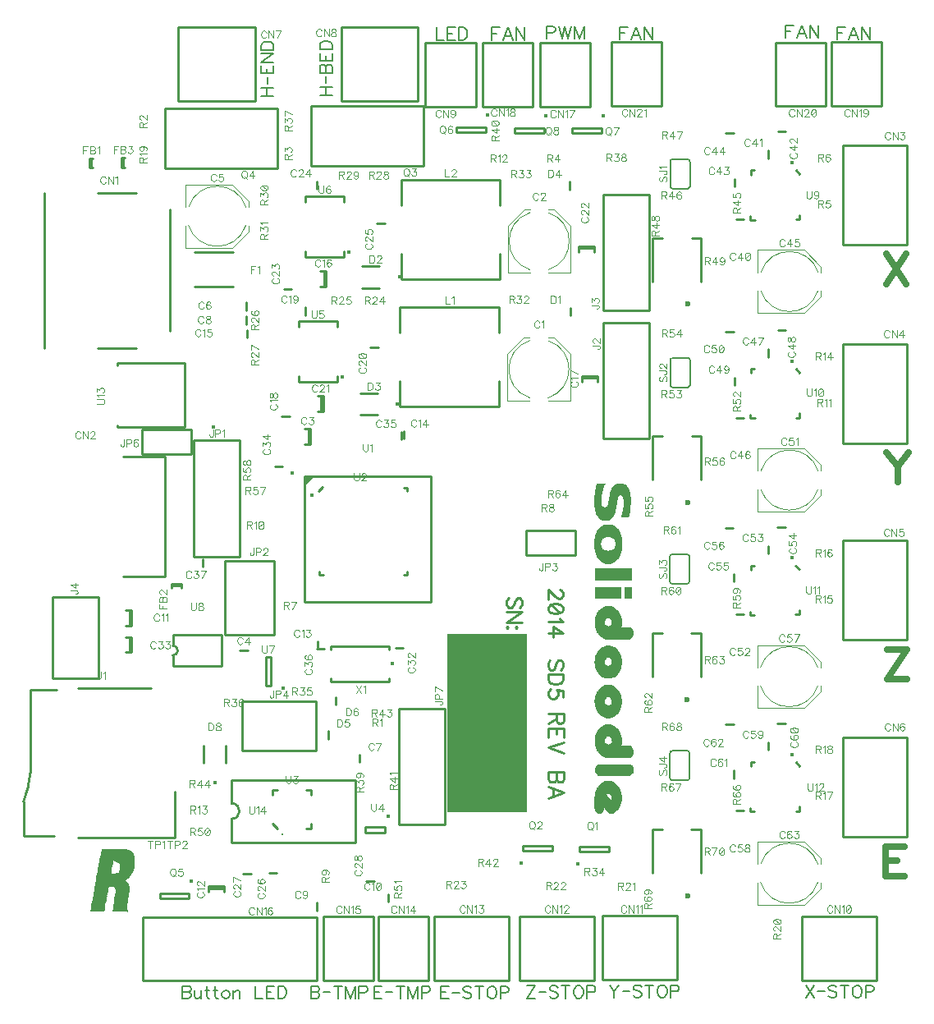
<source format=gbr>
G04 DipTrace 2.4.0.1*
%INTopSilk.gbr*%
%MOIN*%
%ADD10C,0.0098*%
%ADD12C,0.003*%
%ADD17C,0.006*%
%ADD24C,0.004*%
%ADD52C,0.0157*%
%ADD67C,0.0154*%
%ADD72C,0.0236*%
%ADD78C,0.0153*%
%ADD250C,0.0046*%
%ADD251C,0.0077*%
%ADD252C,0.0262*%
%ADD253C,0.0093*%
%FSLAX44Y44*%
G04*
G70*
G90*
G75*
G01*
%LNTopSilk*%
%LPD*%
X19726Y24700D2*
D24*
X18820D1*
Y26590D1*
X19490Y27260D1*
X19726D1*
X20474D2*
X20710D1*
X21380Y26590D1*
Y24700D1*
X20474D1*
X19726Y27142D2*
G03X19726Y24819I374J-1161D01*
G01*
X20474D2*
G03X20474Y27142I-374J1161D01*
G01*
X19736Y29895D2*
X18830D1*
Y31785D1*
X19500Y32455D1*
X19736D1*
X20484D2*
X20720D1*
X21390Y31785D1*
Y29895D1*
X20484D1*
X19736Y32337D2*
G03X19736Y30014I374J-1161D01*
G01*
X20484D2*
G03X20484Y32337I-374J1161D01*
G01*
X10742Y23565D2*
D10*
Y22935D1*
X10817Y23565D2*
Y22935D1*
Y23565D2*
X10581D1*
X10817Y22935D2*
X10581D1*
X7953Y14554D2*
X8267D1*
X5755Y32564D2*
D24*
Y33470D1*
X7645D1*
X8315Y32800D1*
Y32564D1*
Y31816D2*
Y31580D1*
X7645Y30910D1*
X5755D1*
Y31816D1*
X8197Y32564D2*
G03X5874Y32564I-1161J-374D01*
G01*
Y31816D2*
G03X8197Y31816I1161J374D01*
G01*
X8224Y28687D2*
D10*
Y28373D1*
X12806Y10023D2*
Y10337D1*
X8224Y28127D2*
Y27813D1*
X11074Y4327D2*
Y4013D1*
X13979Y4667D2*
Y4353D1*
X3467Y16190D2*
Y15560D1*
X3542Y16190D2*
Y15560D1*
Y16190D2*
X3306D1*
X3542Y15560D2*
X3306D1*
X6680Y4917D2*
X7310D1*
X6680Y4992D2*
X7310D1*
X6680D2*
Y4756D1*
X7310Y4992D2*
Y4756D1*
X11124Y14932D2*
Y14618D1*
X14626Y23153D2*
Y23467D1*
X8234Y27577D2*
Y27263D1*
X11384Y29965D2*
Y29335D1*
X11459Y29965D2*
Y29335D1*
Y29965D2*
X11223D1*
X11459Y29335D2*
X11223D1*
X21860Y25642D2*
X22490D1*
X21860Y25717D2*
X22490D1*
X21860D2*
Y25481D1*
X22490Y25717D2*
Y25481D1*
X9963Y24052D2*
X9648D1*
X10604Y28497D2*
Y28183D1*
X13257Y26858D2*
X13572D1*
X11262Y24885D2*
Y24255D1*
X11337Y24885D2*
Y24255D1*
Y24885D2*
X11101D1*
X11337Y24255D2*
X11101D1*
X21715Y30902D2*
X22345D1*
X21715Y30977D2*
X22345D1*
X21715D2*
Y30741D1*
X22345Y30977D2*
Y30741D1*
X10050Y29226D2*
X9735D1*
X11064Y33617D2*
Y33303D1*
X13515Y31894D2*
X13830D1*
X9143Y5526D2*
X9457D1*
X8093Y5501D2*
X8407D1*
X13397Y5206D2*
X13083D1*
X14268Y14674D2*
X14582D1*
X3467Y15115D2*
Y14485D1*
X3542Y15115D2*
Y14485D1*
Y15115D2*
X3306D1*
X3542Y14485D2*
X3306D1*
X9682Y22026D2*
X9368D1*
X14514Y23447D2*
Y23133D1*
X11068Y14624D2*
X11382D1*
X6444Y18267D2*
Y17953D1*
X28113Y32074D2*
X28427D1*
X29424Y34857D2*
Y34543D1*
X29803Y35624D2*
X30117D1*
X28034Y33707D2*
Y33393D1*
X27693Y35574D2*
X28007D1*
X28995Y29914D2*
D24*
Y30820D1*
X30885D1*
X31555Y30150D1*
Y29914D1*
Y29166D2*
Y28930D1*
X30885Y28260D1*
X28995D1*
Y29166D1*
X31437Y29914D2*
G03X29114Y29914I-1161J-374D01*
G01*
Y29166D2*
G03X31437Y29166I1161J374D01*
G01*
X28113Y24014D2*
D10*
X28427D1*
X29424Y26797D2*
Y26483D1*
X29803Y27564D2*
X30117D1*
X28034Y25647D2*
Y25333D1*
X27693Y27514D2*
X28007D1*
X28995Y21854D2*
D24*
Y22760D1*
X30885D1*
X31555Y22090D1*
Y21854D1*
Y21106D2*
Y20870D1*
X30885Y20200D1*
X28995D1*
Y21106D1*
X31437Y21854D2*
G03X29114Y21854I-1161J-374D01*
G01*
Y21106D2*
G03X31437Y21106I1161J374D01*
G01*
X28100Y16033D2*
D10*
X28415D1*
X29411Y18817D2*
Y18502D1*
X29790Y19583D2*
X30105D1*
X28021Y17667D2*
Y17352D1*
X27680Y19533D2*
X27995D1*
X28983Y13873D2*
D24*
Y14779D1*
X30873D1*
X31542Y14110D1*
Y13873D1*
Y13125D2*
Y12889D1*
X30873Y12220D1*
X28983D1*
Y13125D1*
X31424Y13873D2*
G03X29101Y13873I-1161J-374D01*
G01*
Y13125D2*
G03X31424Y13125I1161J374D01*
G01*
X28103Y8054D2*
D10*
X28417D1*
X29414Y10837D2*
Y10523D1*
X29793Y11604D2*
X30107D1*
X28024Y9687D2*
Y9373D1*
X27683Y11554D2*
X27997D1*
X28985Y5894D2*
D24*
Y6800D1*
X30875D1*
X31545Y6130D1*
Y5894D1*
Y5146D2*
Y4910D1*
X30875Y4240D1*
X28985D1*
Y5146D1*
X31427Y5894D2*
G03X29104Y5894I-1161J-374D01*
G01*
Y5146D2*
G03X31427Y5146I1161J374D01*
G01*
X0Y33150D2*
D10*
Y26850D1*
X3740Y33150D2*
X2165D1*
X5118Y32460D2*
Y27540D1*
X3740Y26850D2*
X2165D1*
X3219Y22419D2*
X4921D1*
Y17581D1*
X3219D1*
X35049Y35070D2*
X32450D1*
X35049Y31030D2*
Y35070D1*
Y31030D2*
X32450D1*
Y35070D1*
X35049Y27010D2*
X32450D1*
X35049Y22970D2*
Y27010D1*
Y22970D2*
X32450D1*
Y27010D1*
X35036Y19029D2*
X32438D1*
X35036Y14990D2*
Y19029D1*
Y14990D2*
X32438D1*
Y19029D1*
X35039Y11050D2*
X32440D1*
X35039Y7010D2*
Y11050D1*
Y7010D2*
X32440D1*
Y11050D1*
X5460Y39880D2*
X8580D1*
Y36880D1*
X5460D1*
Y39880D1*
X12070D2*
X15190D1*
Y36880D1*
X12070D1*
Y39880D1*
X17530Y36621D2*
Y39220D1*
X15490Y36621D2*
X17530D1*
X15490D2*
Y39220D1*
X17530D1*
X30770Y3779D2*
Y1180D1*
X33810Y3779D2*
X30770D1*
X33810D2*
Y1180D1*
X30770D1*
X22680Y3809D2*
Y1210D1*
X25720Y3809D2*
X22680D1*
X25720D2*
Y1210D1*
X22680D1*
X19310Y3779D2*
Y1180D1*
X22350Y3779D2*
X19310D1*
X22350D2*
Y1180D1*
X19310D1*
X15850Y3779D2*
Y1180D1*
X18890Y3779D2*
X15850D1*
X18890D2*
Y1180D1*
X15850D1*
X13570Y3769D2*
Y1170D1*
X15610Y3769D2*
X13570D1*
X15610D2*
Y1170D1*
X13570D1*
X11340Y3759D2*
Y1160D1*
X13380Y3759D2*
X11340D1*
X13380D2*
Y1160D1*
X11340D1*
X11093Y1152D2*
X4007D1*
Y3750D1*
X11093D1*
Y1152D1*
X22170Y36641D2*
Y39240D1*
X20130Y36641D2*
X22170D1*
X20130D2*
Y39240D1*
X22170D1*
X19840Y36641D2*
Y39240D1*
X17800Y36641D2*
X19840D1*
X17800D2*
Y39240D1*
X19840D1*
X34010Y36661D2*
Y39260D1*
X31970Y36661D2*
X34010D1*
X31970D2*
Y39260D1*
X34010D1*
X31750Y36651D2*
Y39250D1*
X29710Y36651D2*
X31750D1*
X29710D2*
Y39250D1*
X31750D1*
X25080Y36661D2*
Y39260D1*
X23040Y36661D2*
X25080D1*
X23040D2*
Y39260D1*
X25080D1*
X21385Y28482D2*
Y28168D1*
X13615Y29280D2*
X12906D1*
X13615Y30160D2*
X12906D1*
D52*
X14429Y29720D3*
X13544Y24122D2*
D10*
X12836D1*
X13544Y25002D2*
X12836D1*
D52*
X14358Y24562D3*
X21354Y33597D2*
D10*
Y33283D1*
X11545Y10973D2*
Y11287D1*
X11855Y12363D2*
Y12677D1*
X6490Y9998D2*
Y10706D1*
X7370Y9998D2*
Y10706D1*
D52*
X6930Y9184D3*
X6097Y30739D2*
D10*
X7672D1*
X6097Y29321D2*
X7672D1*
X1836Y34547D2*
X1995D1*
X1836Y34153D2*
X1995D1*
X1836D2*
Y34547D1*
X1912Y34153D2*
Y34547D1*
X5577Y17264D2*
Y17105D1*
X5183Y17264D2*
Y17105D1*
Y17264D2*
X5577D1*
X5183Y17188D2*
X5577D1*
X3136Y34567D2*
X3295D1*
X3136Y34173D2*
X3295D1*
X3136D2*
Y34567D1*
X3212Y34173D2*
Y34567D1*
X-561Y12972D2*
X-559Y9607D1*
X-835Y7028D2*
Y8425D1*
X-775Y7028D2*
X425D1*
X1390Y6968D2*
X5327D1*
Y8819D1*
X-559Y9607D2*
G02X-835Y8425I-3659J231D01*
G01*
X1390Y13031D2*
X4343D1*
X-559Y12972D2*
X524D1*
X24590Y27877D2*
X22720D1*
Y23153D1*
X24590D1*
Y27877D1*
Y33077D2*
X22720D1*
Y28353D1*
X24590D1*
Y33077D1*
X2208Y16735D2*
X339D1*
Y13427D1*
X2208D1*
Y16735D1*
X6085Y18373D2*
X7955D1*
Y23097D1*
X6085D1*
Y18373D1*
X7340Y17127D2*
Y15210D1*
Y18210D2*
Y15210D1*
X9340Y18210D2*
Y15210D1*
X7340Y18210D2*
X9340D1*
X7340Y15210D2*
X9340D1*
X21575Y18425D2*
Y19425D1*
X19575Y18425D2*
X21575D1*
X19575D2*
Y19425D1*
X21575D1*
X9123Y10510D2*
X11040D1*
X8040D2*
X11040D1*
X8040Y12510D2*
X11040D1*
X8040Y10510D2*
Y12510D1*
X11040Y10510D2*
Y12510D1*
X3980Y23520D2*
Y22520D1*
X5980Y23520D2*
X3980D1*
X5980D2*
Y22520D1*
X3980D1*
X16270Y12217D2*
X14400D1*
Y7493D1*
X16270D1*
Y12217D1*
X14457Y27464D2*
Y28488D1*
X18473D1*
Y27464D1*
X14457Y25496D2*
Y24472D1*
X18473D1*
Y25496D1*
X14507Y32634D2*
Y33658D1*
X18523D1*
Y32634D1*
X14507Y30666D2*
Y29642D1*
X18523D1*
Y30666D1*
D67*
X21667Y5903D3*
X21759Y6404D2*
D10*
X22940D1*
Y6601D1*
X21759D1*
Y6404D1*
D67*
X19367Y5928D3*
X19459Y6429D2*
D10*
X20640D1*
Y6626D1*
X19459D1*
Y6429D1*
X15408Y36660D2*
X10841D1*
Y34220D1*
X15408D1*
Y36660D1*
X9488Y36570D2*
X4921D1*
Y34130D1*
X9488D1*
Y36570D1*
D67*
X5983Y5197D3*
X5891Y4696D2*
D10*
X4710D1*
Y4499D1*
X5891D1*
Y4696D1*
D67*
X18028Y36287D3*
X17936Y35786D2*
D10*
X16755D1*
Y35589D1*
X17936D1*
Y35786D1*
D67*
X22728Y36277D3*
X22636Y35776D2*
D10*
X21455D1*
Y35579D1*
X22636D1*
Y35776D1*
D67*
X20388Y36257D3*
X20296Y35756D2*
D10*
X19115D1*
Y35559D1*
X20296D1*
Y35756D1*
X26692Y29545D2*
Y31317D1*
X24723Y29545D2*
Y31317D1*
X26692D2*
X26298D1*
X25117D2*
X24723D1*
D72*
X26140Y28620D3*
X26692Y21485D2*
D10*
Y23257D1*
X24723Y21485D2*
Y23257D1*
X26692D2*
X26298D1*
X25117D2*
X24723D1*
D72*
X26140Y20560D3*
X26679Y13505D2*
D10*
Y15276D1*
X24710Y13505D2*
Y15276D1*
X26679D2*
X26285D1*
X25104D2*
X24710D1*
D72*
X26128Y12579D3*
X26682Y5525D2*
D10*
Y7297D1*
X24713Y5525D2*
Y7297D1*
X26682D2*
X26288D1*
X25107D2*
X24713D1*
D72*
X26130Y4600D3*
X25430Y33410D2*
D17*
Y34410D1*
X26230Y33410D2*
G02X26130Y33310I-100J0D01*
G01*
Y34510D2*
G02X26230Y34410I0J-100D01*
G01*
X25530Y34510D2*
G03X25430Y34410I0J-100D01*
G01*
Y33410D2*
G03X25530Y33310I100J0D01*
G01*
X26130D1*
X25530Y34510D2*
X26130D1*
X26230Y34410D2*
Y33410D1*
X25430Y25350D2*
Y26350D1*
X26230Y25350D2*
G02X26130Y25250I-100J0D01*
G01*
Y26450D2*
G02X26230Y26350I0J-100D01*
G01*
X25530Y26450D2*
G03X25430Y26350I0J-100D01*
G01*
Y25350D2*
G03X25530Y25250I100J0D01*
G01*
X26130D1*
X25530Y26450D2*
X26130D1*
X26230Y26350D2*
Y25350D1*
X25417Y17369D2*
Y18369D1*
X26217Y17369D2*
G02X26117Y17269I-100J0D01*
G01*
Y18469D2*
G02X26217Y18369I0J-100D01*
G01*
X25517Y18469D2*
G03X25417Y18369I0J-100D01*
G01*
Y17369D2*
G03X25517Y17269I100J0D01*
G01*
X26117D1*
X25517Y18469D2*
X26117D1*
X26217Y18369D2*
Y17369D1*
X25420Y9390D2*
Y10390D1*
X26220Y9390D2*
G02X26120Y9290I-100J0D01*
G01*
Y10490D2*
G02X26220Y10390I0J-100D01*
G01*
X25520Y10490D2*
G03X25420Y10390I0J-100D01*
G01*
Y9390D2*
G03X25520Y9290I100J0D01*
G01*
X26120D1*
X25520Y10490D2*
X26120D1*
X26220Y10390D2*
Y9390D1*
X10582Y21637D2*
D10*
X15700D1*
Y16518D1*
X10582D1*
Y21637D1*
D78*
X10063Y21751D3*
G36*
X10582Y21637D2*
Y21243D1*
X10975Y21637D1*
X10582D1*
G37*
X11192Y17760D2*
D10*
Y17622D1*
X11329D1*
X14596Y21165D2*
X14733D1*
Y21027D2*
Y21165D1*
X14596Y17622D2*
X14733D1*
Y17760D1*
X11152Y21047D2*
X11309Y21205D1*
D52*
X10882Y20870D3*
X9478Y7336D2*
D10*
X9281Y7532D1*
X10856Y7336D2*
Y7532D1*
Y7336D2*
X10659D1*
X10856Y8713D2*
Y8911D1*
X10659D1*
X9281D2*
X9478D1*
X9281D2*
Y8713D1*
X9673Y7105D3*
D67*
X13969Y7828D3*
X13838Y7405D2*
D10*
X13050D1*
Y7169D1*
X13838D1*
Y7405D1*
X11632Y27920D2*
X10608D1*
X11317Y25460D2*
X11632D1*
X10923D2*
X10608D1*
D67*
X12112Y25663D3*
X11908Y27920D2*
D10*
X10333D1*
Y27684D1*
X11908Y27920D2*
Y27684D1*
Y25460D2*
X10332D1*
X10333Y25696D1*
X11908Y25460D2*
Y25696D1*
X11912Y32990D2*
X10888D1*
X11597Y30530D2*
X11912D1*
X11203D2*
X10888D1*
D67*
X12392Y30733D3*
X12188Y32990D2*
D10*
X10613D1*
Y32754D1*
X12188Y32990D2*
Y32754D1*
Y30530D2*
X10612D1*
X10613Y30766D1*
X12188Y30530D2*
Y30766D1*
D67*
X9697Y13042D3*
X9196Y13134D2*
D10*
Y14315D1*
X8999D1*
Y13134D1*
X9196D1*
X5233Y13932D2*
X7202D1*
X5233Y15192D2*
X7202D1*
Y13932D2*
Y15192D1*
X5233Y13932D2*
Y14365D1*
Y14759D2*
Y15192D1*
Y14365D2*
G03X5233Y14759I0J197D01*
G01*
D52*
X30383Y34370D3*
X30679Y33898D2*
D10*
X30541Y34055D1*
X30679Y32244D2*
Y32067D1*
X30541D1*
X28710Y33878D2*
Y34055D1*
X28848D1*
X28867Y32047D2*
X28690D1*
Y32185D1*
D52*
X30383Y26310D3*
X30679Y25838D2*
D10*
X30541Y25995D1*
X30679Y24184D2*
Y24007D1*
X30541D1*
X28710Y25818D2*
Y25995D1*
X28848D1*
X28867Y23987D2*
X28690D1*
Y24125D1*
D52*
X30371Y18329D3*
X30666Y17857D2*
D10*
X30528Y18014D1*
X30666Y16203D2*
Y16026D1*
X30528D1*
X28697Y17837D2*
Y18014D1*
X28835D1*
X28855Y16006D2*
X28678D1*
Y16144D1*
D52*
X30373Y10350D3*
X30669Y9878D2*
D10*
X30531Y10035D1*
X30669Y8224D2*
Y8047D1*
X30531D1*
X28700Y9858D2*
Y10035D1*
X28838D1*
X28857Y8027D2*
X28680D1*
Y8165D1*
X5721Y23628D2*
Y26227D1*
X2965Y23628D2*
X5721D1*
X2965D2*
Y23707D1*
Y26227D2*
X5721D1*
X2965D2*
Y26148D1*
D67*
X6871Y23638D3*
X7621Y6781D2*
D10*
X12659D1*
X7621Y9300D2*
X12659D1*
Y6781D2*
Y9300D1*
X7621Y6781D2*
Y7726D1*
Y8356D2*
Y9300D1*
Y7726D2*
G03X7621Y8356I-1J315D01*
G01*
D52*
X14157Y14025D3*
X13999Y13434D2*
D10*
Y13316D1*
X11637D1*
Y13434D1*
X13999Y14616D2*
Y14734D1*
X11637D1*
Y14616D1*
G36*
X16390Y15220D2*
X19600D1*
Y7990D1*
X16390D1*
Y15220D1*
G37*
X2330Y6510D2*
D12*
X3320D1*
X2330Y6480D2*
X3405D1*
X2330Y6450D2*
X3469D1*
X2329Y6420D2*
X3513D1*
X2325Y6390D2*
X3547D1*
X2318Y6360D2*
X3574D1*
X2310Y6330D2*
X3597D1*
X2304Y6300D2*
X3614D1*
X2297Y6270D2*
X3627D1*
X2289Y6240D2*
X3638D1*
X2280Y6210D2*
X3644D1*
X2274Y6180D2*
X3648D1*
X2267Y6150D2*
X3649D1*
X2259Y6120D2*
X3650D1*
X2250Y6090D2*
X3650D1*
X2245Y6060D2*
X3650D1*
X2242Y6030D2*
X2780D1*
X2892D2*
X3650D1*
X2240Y6000D2*
X2780D1*
X2960D2*
X3650D1*
X2235Y5970D2*
X2779D1*
X3010D2*
X3650D1*
X2228Y5940D2*
X2775D1*
X3047D2*
X3650D1*
X2220Y5910D2*
X2768D1*
X3063D2*
X3650D1*
X2215Y5880D2*
X2759D1*
X3072D2*
X3650D1*
X2211Y5850D2*
X2750D1*
X3077D2*
X3650D1*
X2206Y5820D2*
X2740D1*
X3079D2*
X3650D1*
X2198Y5790D2*
X2731D1*
X3080D2*
X3649D1*
X2190Y5760D2*
X2725D1*
X3080D2*
X3645D1*
X2185Y5730D2*
X2722D1*
X3079D2*
X3637D1*
X2182Y5700D2*
X2721D1*
X3075D2*
X3625D1*
X2181Y5670D2*
X2720D1*
X3068D2*
X3612D1*
X2180Y5640D2*
X2719D1*
X3059D2*
X3597D1*
X2179Y5610D2*
X2715D1*
X3049D2*
X3583D1*
X2175Y5580D2*
X2708D1*
X3034D2*
X3571D1*
X2167Y5550D2*
X2700D1*
X3014D2*
X3560D1*
X2155Y5520D2*
X2694D1*
X2954D2*
X3545D1*
X2143Y5490D2*
X2690D1*
X2851D2*
X3527D1*
X2132Y5460D2*
X3505D1*
X2126Y5430D2*
X3481D1*
X2122Y5400D2*
X3457D1*
X2121Y5370D2*
X3430D1*
X2120Y5340D2*
X3395D1*
X2120Y5310D2*
X3350D1*
X2119Y5280D2*
X3303D1*
X2115Y5250D2*
X3263D1*
X2108Y5220D2*
X3230D1*
X2100Y5190D2*
X3297D1*
X2094Y5160D2*
X3344D1*
X2087Y5130D2*
X3376D1*
X2079Y5100D2*
X3398D1*
X2070Y5070D2*
X3415D1*
X2065Y5040D2*
X3427D1*
X2062Y5010D2*
X3434D1*
X2061Y4980D2*
X2606D1*
X2849D2*
X3437D1*
X2060Y4950D2*
X2588D1*
X2864D2*
X3439D1*
X2059Y4920D2*
X2578D1*
X2880D2*
X3440D1*
X2055Y4890D2*
X2573D1*
X2890D2*
X3440D1*
X2048Y4860D2*
X2571D1*
X2896D2*
X3440D1*
X2039Y4830D2*
X2570D1*
X2898D2*
X3440D1*
X2030Y4800D2*
X2569D1*
X2899D2*
X3439D1*
X2020Y4770D2*
X2565D1*
X2900D2*
X3435D1*
X2011Y4740D2*
X2558D1*
X2899D2*
X3428D1*
X2005Y4710D2*
X2549D1*
X2895D2*
X3419D1*
X2002Y4680D2*
X2539D1*
X2888D2*
X3409D1*
X2001Y4650D2*
X2526D1*
X2880D2*
X3396D1*
X2000Y4620D2*
X2510D1*
X2874D2*
X3380D1*
X1999Y4590D2*
X2540D1*
X2867D2*
X3410D1*
X1995Y4560D2*
X2526D1*
X2859D2*
X3396D1*
X1988Y4530D2*
X2518D1*
X2850D2*
X3388D1*
X1980Y4500D2*
X2513D1*
X2845D2*
X3383D1*
X1974Y4470D2*
X2510D1*
X2842D2*
X3381D1*
X1967Y4440D2*
X2505D1*
X2841D2*
X3380D1*
X1959Y4410D2*
X2498D1*
X2840D2*
X3380D1*
X1949Y4380D2*
X2489D1*
X2840D2*
X3379D1*
X1940Y4350D2*
X2480D1*
X2840D2*
X3375D1*
X1930Y4320D2*
X2470D1*
X2839D2*
X3368D1*
X1921Y4290D2*
X2461D1*
X2835D2*
X3360D1*
X1915Y4260D2*
X2455D1*
X2828D2*
X3355D1*
X1912Y4230D2*
X2452D1*
X2820D2*
X3352D1*
X1911Y4200D2*
X2451D1*
X2815D2*
X3351D1*
X1910Y4170D2*
X2450D1*
X2812D2*
X3350D1*
X1910Y4140D2*
X2449D1*
X2810D2*
X3350D1*
X1909Y4110D2*
X2445D1*
X2805D2*
X3351D1*
X1905Y4080D2*
X2438D1*
X2798D2*
X3355D1*
X1898Y4050D2*
X2430D1*
X2790D2*
X3362D1*
X1889Y4020D2*
X2424D1*
X2784D2*
X3370D1*
X1880Y3990D2*
X2420D1*
X2780D2*
X3376D1*
X3380Y3960D2*
D3*
X22435Y21345D2*
X22765D1*
X23245D2*
X23515D1*
X22434Y21315D2*
X22750D1*
X23201D2*
X23559D1*
X22430Y21285D2*
X22738D1*
X23163D2*
X23597D1*
X22423Y21255D2*
X22726D1*
X23129D2*
X23631D1*
X22415Y21225D2*
X22715D1*
X23101D2*
X23659D1*
X22410Y21195D2*
X22705D1*
X23079D2*
X23681D1*
X22406Y21165D2*
X22695D1*
X23061D2*
X23700D1*
X22401Y21135D2*
X22685D1*
X23047D2*
X23716D1*
X22393Y21105D2*
X22675D1*
X23036D2*
X23731D1*
X22385Y21075D2*
X22665D1*
X23025D2*
X23743D1*
X22380Y21045D2*
X22656D1*
X23015D2*
X23754D1*
X22377Y21015D2*
X22650D1*
X23005D2*
X23765D1*
X22376Y20985D2*
X22646D1*
X22995D2*
X23774D1*
X22374Y20955D2*
X22641D1*
X22986D2*
X23780D1*
X22370Y20925D2*
X22633D1*
X22980D2*
X23783D1*
X22363Y20895D2*
X22625D1*
X22976D2*
X23376D1*
X23414D2*
X23784D1*
X22355Y20865D2*
X22620D1*
X22971D2*
X23337D1*
X23453D2*
X23786D1*
X22350Y20835D2*
X22617D1*
X22963D2*
X23309D1*
X23481D2*
X23790D1*
X22347Y20805D2*
X22616D1*
X22955D2*
X23292D1*
X23499D2*
X23797D1*
X22346Y20775D2*
X22615D1*
X22950D2*
X23281D1*
X23512D2*
X23805D1*
X22345Y20745D2*
X22615D1*
X22947D2*
X23273D1*
X23524D2*
X23810D1*
X22345Y20715D2*
X22615D1*
X22945D2*
X23264D1*
X23534D2*
X23813D1*
X22345Y20685D2*
X22615D1*
X22940D2*
X23256D1*
X23540D2*
X23814D1*
X22345Y20655D2*
X22615D1*
X22933D2*
X23250D1*
X23543D2*
X23815D1*
X22345Y20625D2*
X22615D1*
X22925D2*
X23247D1*
X23544D2*
X23815D1*
X22345Y20595D2*
X22615D1*
X22920D2*
X23246D1*
X23545D2*
X23815D1*
X22345Y20565D2*
X22615D1*
X22916D2*
X23244D1*
X23545D2*
X23814D1*
X22345Y20535D2*
X22616D1*
X22911D2*
X23240D1*
X23545D2*
X23810D1*
X22345Y20505D2*
X22620D1*
X22903D2*
X23233D1*
X23545D2*
X23803D1*
X22345Y20475D2*
X22628D1*
X22894D2*
X23225D1*
X23545D2*
X23795D1*
X22346Y20445D2*
X22642D1*
X22883D2*
X23220D1*
X23544D2*
X23790D1*
X22350Y20415D2*
X22658D1*
X22869D2*
X23217D1*
X23540D2*
X23787D1*
X22357Y20385D2*
X22698D1*
X22831D2*
X23215D1*
X23533D2*
X23786D1*
X22365Y20355D2*
X22756D1*
X22774D2*
X23210D1*
X23525D2*
X23785D1*
X22370Y20325D2*
X23203D1*
X23520D2*
X23785D1*
X22374Y20295D2*
X23195D1*
X23516D2*
X23785D1*
X22379Y20265D2*
X23189D1*
X23511D2*
X23784D1*
X22387Y20235D2*
X23182D1*
X23503D2*
X23780D1*
X22396Y20205D2*
X23174D1*
X23495D2*
X23773D1*
X22405Y20175D2*
X23164D1*
X23489D2*
X23765D1*
X22415Y20145D2*
X23155D1*
X23482D2*
X23760D1*
X22425Y20115D2*
X23144D1*
X23474D2*
X23757D1*
X22436Y20085D2*
X23131D1*
X23465D2*
X23755D1*
X22451Y20055D2*
X23117D1*
X23460D2*
X23749D1*
X22472Y20025D2*
X23101D1*
X23457D2*
X23739D1*
X22498Y19995D2*
X23082D1*
X23455D2*
X23725D1*
X22527Y19965D2*
X23058D1*
X22561Y19935D2*
X23027D1*
X22601Y19905D2*
X22988D1*
X22645Y19875D2*
X22945D1*
X22735Y19665D2*
X23065D1*
X22677Y19635D2*
X23123D1*
X22630Y19605D2*
X23170D1*
X22591Y19575D2*
X23209D1*
X22558Y19545D2*
X23242D1*
X22527Y19515D2*
X23273D1*
X22500Y19485D2*
X23300D1*
X22478Y19455D2*
X23322D1*
X22460Y19425D2*
X23340D1*
X22444Y19395D2*
X23356D1*
X22429Y19365D2*
X23371D1*
X22417Y19335D2*
X23383D1*
X22406Y19305D2*
X23394D1*
X22395Y19275D2*
X23405D1*
X22386Y19245D2*
X23414D1*
X22380Y19215D2*
X23420D1*
X22376Y19185D2*
X22807D1*
X22993D2*
X23424D1*
X22371Y19155D2*
X22742D1*
X23058D2*
X23429D1*
X22363Y19125D2*
X22693D1*
X23107D2*
X23437D1*
X22355Y19095D2*
X22658D1*
X23142D2*
X23445D1*
X22350Y19065D2*
X22635D1*
X23165D2*
X23450D1*
X22347Y19035D2*
X22619D1*
X23181D2*
X23453D1*
X22346Y19005D2*
X22607D1*
X23193D2*
X23454D1*
X22345Y18975D2*
X22597D1*
X23203D2*
X23455D1*
X22345Y18945D2*
X22590D1*
X23210D2*
X23455D1*
X22345Y18915D2*
X22587D1*
X23213D2*
X23455D1*
X22345Y18885D2*
X22587D1*
X23213D2*
X23455D1*
X22345Y18855D2*
X22590D1*
X23210D2*
X23455D1*
X22345Y18825D2*
X22597D1*
X23203D2*
X23455D1*
X22345Y18795D2*
X22606D1*
X23194D2*
X23455D1*
X22346Y18765D2*
X22616D1*
X23184D2*
X23454D1*
X22350Y18735D2*
X22632D1*
X23168D2*
X23450D1*
X22357Y18705D2*
X22656D1*
X23144D2*
X23443D1*
X22365Y18675D2*
X22688D1*
X23112D2*
X23435D1*
X22370Y18645D2*
X22776D1*
X23024D2*
X23430D1*
X22374Y18615D2*
X22907D1*
X22893D2*
X23426D1*
X22379Y18585D2*
X23421D1*
X22387Y18555D2*
X23413D1*
X22396Y18525D2*
X23404D1*
X22405Y18495D2*
X23395D1*
X22416Y18465D2*
X23384D1*
X22429Y18435D2*
X23371D1*
X22443Y18405D2*
X23357D1*
X22459Y18375D2*
X23341D1*
X22477Y18345D2*
X23323D1*
X22497Y18315D2*
X23304D1*
X22520Y18285D2*
X23284D1*
X22548Y18255D2*
X23259D1*
X22582Y18225D2*
X23226D1*
X22621Y18195D2*
X23184D1*
X22674Y18165D2*
X23129D1*
X22744Y18135D2*
X23057D1*
X22825Y18105D2*
X22975D1*
X22375Y17895D2*
X23845D1*
X22375Y17865D2*
X23845D1*
X22375Y17835D2*
X23845D1*
X22375Y17805D2*
X23845D1*
X22375Y17775D2*
X23845D1*
X22375Y17745D2*
X23845D1*
X22375Y17715D2*
X23845D1*
X22375Y17685D2*
X23845D1*
X22375Y17655D2*
X23845D1*
X22375Y17625D2*
X23845D1*
X22375Y17595D2*
X23845D1*
X22375Y17565D2*
X23845D1*
X22375Y17535D2*
X23845D1*
X22375Y17505D2*
X23845D1*
X22375Y17475D2*
X23845D1*
X22375Y17445D2*
X23845D1*
X22375Y17145D2*
X23425D1*
X23575D2*
X23845D1*
X22375Y17115D2*
X23425D1*
X23575D2*
X23845D1*
X22375Y17085D2*
X23425D1*
X23575D2*
X23845D1*
X22375Y17055D2*
X23425D1*
X23575D2*
X23845D1*
X22375Y17025D2*
X23425D1*
X23575D2*
X23845D1*
X22375Y16995D2*
X23425D1*
X23575D2*
X23845D1*
X22375Y16965D2*
X23425D1*
X23575D2*
X23845D1*
X22375Y16935D2*
X23425D1*
X23575D2*
X23845D1*
X22375Y16905D2*
X23425D1*
X23575D2*
X23845D1*
X22375Y16875D2*
X23425D1*
X23575D2*
X23845D1*
X22375Y16845D2*
X23425D1*
X23575D2*
X23845D1*
X22375Y16815D2*
X23425D1*
X23575D2*
X23845D1*
X22375Y16785D2*
X23425D1*
X23575D2*
X23845D1*
X22375Y16755D2*
X23425D1*
X23575D2*
X23845D1*
X22375Y16725D2*
X23425D1*
X23575D2*
X23845D1*
X22375Y16695D2*
X23425D1*
X23575D2*
X23845D1*
X22795Y16365D2*
X23005D1*
X22736Y16335D2*
X23073D1*
X22681Y16305D2*
X23129D1*
X22633Y16275D2*
X23174D1*
X22593Y16245D2*
X23210D1*
X22559Y16215D2*
X23243D1*
X22527Y16185D2*
X23273D1*
X22501Y16155D2*
X23300D1*
X22479Y16125D2*
X23322D1*
X22460Y16095D2*
X23340D1*
X22444Y16065D2*
X23357D1*
X22429Y16035D2*
X23372D1*
X22417Y16005D2*
X23387D1*
X22406Y15975D2*
X23401D1*
X22395Y15945D2*
X23412D1*
X22386Y15915D2*
X23419D1*
X22380Y15885D2*
X22862D1*
X22939D2*
X23424D1*
X22377Y15855D2*
X22818D1*
X22985D2*
X23429D1*
X22376Y15825D2*
X22787D1*
X23020D2*
X23437D1*
X22375Y15795D2*
X22765D1*
X23047D2*
X23445D1*
X22375Y15765D2*
X22750D1*
X23056D2*
X23450D1*
X22375Y15735D2*
X22742D1*
X23061D2*
X23453D1*
X22375Y15705D2*
X22739D1*
X23062D2*
X23454D1*
X22375Y15675D2*
X22741D1*
X23059D2*
X23454D1*
X22375Y15645D2*
X22749D1*
X23051D2*
X23450D1*
X22375Y15615D2*
X22763D1*
X23037D2*
X23443D1*
X22375Y15585D2*
X22782D1*
X23018D2*
X23435D1*
X22376Y15555D2*
X22830D1*
X22970D2*
X23430D1*
X22380Y15525D2*
X22897D1*
X22903D2*
X23427D1*
X22387Y15495D2*
X23815D1*
X22396Y15465D2*
X23844D1*
X22405Y15435D2*
X23869D1*
X22416Y15405D2*
X23887D1*
X22429Y15375D2*
X23897D1*
X22443Y15345D2*
X23902D1*
X22459Y15315D2*
X23904D1*
X22478Y15285D2*
X23905D1*
X22501Y15255D2*
X23905D1*
X22528Y15225D2*
X23904D1*
X22557Y15195D2*
X23900D1*
X22592Y15165D2*
X23891D1*
X22635Y15135D2*
X23878D1*
X22689Y15105D2*
X23856D1*
X22754Y15075D2*
X23823D1*
X22825Y15045D2*
X23785D1*
X22855Y14775D2*
X22945D1*
X22772Y14745D2*
X23031D1*
X22703Y14715D2*
X23104D1*
X22647Y14685D2*
X23160D1*
X22601Y14655D2*
X23204D1*
X22563Y14625D2*
X23239D1*
X22533Y14595D2*
X23268D1*
X22508Y14565D2*
X23292D1*
X22486Y14535D2*
X23314D1*
X22465Y14505D2*
X23335D1*
X22446Y14475D2*
X23354D1*
X22430Y14445D2*
X23370D1*
X22417Y14415D2*
X23383D1*
X22406Y14385D2*
X23394D1*
X22395Y14355D2*
X23405D1*
X22386Y14325D2*
X23414D1*
X22380Y14295D2*
X23420D1*
X22377Y14265D2*
X22825D1*
X22975D2*
X23424D1*
X22375Y14235D2*
X22796D1*
X23004D2*
X23429D1*
X22370Y14205D2*
X22771D1*
X23029D2*
X23437D1*
X22363Y14175D2*
X22753D1*
X23047D2*
X23445D1*
X22355Y14145D2*
X22743D1*
X23057D2*
X23450D1*
X22351Y14115D2*
X22740D1*
X23061D2*
X23452D1*
X22352Y14085D2*
X22741D1*
X23062D2*
X23449D1*
X22358Y14055D2*
X22749D1*
X23058D2*
X23443D1*
X22365Y14025D2*
X22762D1*
X23049D2*
X23435D1*
X22370Y13995D2*
X22779D1*
X23022D2*
X23430D1*
X22373Y13965D2*
X22824D1*
X22978D2*
X23427D1*
X22375Y13935D2*
X22892D1*
X22909D2*
X23425D1*
X22380Y13905D2*
X23420D1*
X22388Y13875D2*
X23412D1*
X22400Y13845D2*
X23400D1*
X22413Y13815D2*
X23388D1*
X22428Y13785D2*
X23376D1*
X22443Y13755D2*
X23365D1*
X22459Y13725D2*
X23350D1*
X22476Y13695D2*
X23333D1*
X22496Y13665D2*
X23314D1*
X22516Y13635D2*
X23294D1*
X22541Y13605D2*
X23268D1*
X22573Y13575D2*
X23236D1*
X22610Y13545D2*
X23196D1*
X22653Y13515D2*
X23146D1*
X22706Y13485D2*
X23092D1*
X22765Y13455D2*
X23035D1*
X22765Y13155D2*
X23035D1*
X22711Y13125D2*
X23090D1*
X22663Y13095D2*
X23142D1*
X22623Y13065D2*
X23188D1*
X22588Y13035D2*
X23226D1*
X22556Y13005D2*
X23256D1*
X22527Y12975D2*
X23281D1*
X22500Y12945D2*
X23304D1*
X22478Y12915D2*
X23323D1*
X22460Y12885D2*
X23341D1*
X22444Y12855D2*
X23357D1*
X22429Y12825D2*
X23372D1*
X22417Y12795D2*
X23387D1*
X22406Y12765D2*
X23401D1*
X22395Y12735D2*
X23412D1*
X22386Y12705D2*
X23419D1*
X22380Y12675D2*
X22826D1*
X22974D2*
X23423D1*
X22376Y12645D2*
X22800D1*
X23000D2*
X23425D1*
X22371Y12615D2*
X22778D1*
X23022D2*
X23430D1*
X22363Y12585D2*
X22761D1*
X23039D2*
X23437D1*
X22355Y12555D2*
X22749D1*
X23051D2*
X23445D1*
X22351Y12525D2*
X22741D1*
X23059D2*
X23449D1*
X22352Y12495D2*
X22739D1*
X23061D2*
X23448D1*
X22358Y12465D2*
X22742D1*
X23059D2*
X23442D1*
X22365Y12435D2*
X22753D1*
X23050D2*
X23435D1*
X22370Y12405D2*
X22770D1*
X23037D2*
X23430D1*
X22373Y12375D2*
X22814D1*
X22999D2*
X23427D1*
X22375Y12345D2*
X22885D1*
X22906D2*
X23425D1*
X22380Y12315D2*
X23420D1*
X22387Y12285D2*
X23413D1*
X22396Y12255D2*
X23404D1*
X22405Y12225D2*
X23395D1*
X22416Y12195D2*
X23384D1*
X22430Y12165D2*
X23371D1*
X22447Y12135D2*
X23357D1*
X22466Y12105D2*
X23341D1*
X22485Y12075D2*
X23322D1*
X22506Y12045D2*
X23299D1*
X22530Y12015D2*
X23272D1*
X22559Y11985D2*
X23243D1*
X22592Y11955D2*
X23208D1*
X22636Y11925D2*
X23164D1*
X22695Y11895D2*
X23105D1*
X22771Y11865D2*
X23030D1*
X22855Y11835D2*
X22945D1*
X22825Y11565D2*
X22975D1*
X22752Y11535D2*
X23048D1*
X22689Y11505D2*
X23111D1*
X22637Y11475D2*
X23163D1*
X22595Y11445D2*
X23205D1*
X22560Y11415D2*
X23241D1*
X22531Y11385D2*
X23272D1*
X22508Y11355D2*
X23299D1*
X22486Y11325D2*
X23321D1*
X22465Y11295D2*
X23340D1*
X22446Y11265D2*
X23356D1*
X22430Y11235D2*
X23371D1*
X22417Y11205D2*
X23383D1*
X22406Y11175D2*
X23394D1*
X22395Y11145D2*
X23405D1*
X22386Y11115D2*
X23414D1*
X22380Y11085D2*
X22855D1*
X22938D2*
X23421D1*
X22377Y11055D2*
X22825D1*
X22982D2*
X23428D1*
X22376Y11025D2*
X22796D1*
X23013D2*
X23436D1*
X22375Y10995D2*
X22771D1*
X23035D2*
X23445D1*
X22375Y10965D2*
X22753D1*
X23050D2*
X23450D1*
X22375Y10935D2*
X22743D1*
X23058D2*
X23453D1*
X22375Y10905D2*
X22740D1*
X23062D2*
X23454D1*
X22375Y10875D2*
X22741D1*
X23063D2*
X23454D1*
X22375Y10845D2*
X22749D1*
X23058D2*
X23450D1*
X22375Y10815D2*
X22763D1*
X23049D2*
X23443D1*
X22375Y10785D2*
X22782D1*
X23024D2*
X23435D1*
X22376Y10755D2*
X22836D1*
X22984D2*
X23430D1*
X22380Y10725D2*
X22913D1*
X22925D2*
X23427D1*
X22387Y10695D2*
X23815D1*
X22396Y10665D2*
X23840D1*
X22405Y10635D2*
X23862D1*
X22416Y10605D2*
X23879D1*
X22429Y10575D2*
X23891D1*
X22443Y10545D2*
X23899D1*
X22459Y10515D2*
X23902D1*
X22478Y10485D2*
X23904D1*
X22501Y10455D2*
X23905D1*
X22527Y10425D2*
X23905D1*
X22556Y10395D2*
X23904D1*
X22587Y10365D2*
X23899D1*
X22623Y10335D2*
X23887D1*
X22669Y10305D2*
X23867D1*
X22729Y10275D2*
X23842D1*
X22795Y10245D2*
X23815D1*
X22495Y9945D2*
X23815D1*
X22466Y9915D2*
X23844D1*
X22440Y9885D2*
X23869D1*
X22418Y9855D2*
X23888D1*
X22401Y9825D2*
X23902D1*
X22389Y9795D2*
X23914D1*
X22381Y9765D2*
X23923D1*
X22378Y9735D2*
X23928D1*
X22377Y9705D2*
X23928D1*
X22380Y9675D2*
X23922D1*
X22389Y9645D2*
X23914D1*
X22401Y9615D2*
X23903D1*
X22419Y9585D2*
X23887D1*
X22441Y9555D2*
X23862D1*
X22467Y9525D2*
X23826D1*
X22495Y9495D2*
X23785D1*
X22795Y9255D2*
X23005D1*
X22727Y9225D2*
X23073D1*
X22671Y9195D2*
X23129D1*
X22626Y9165D2*
X23174D1*
X22590Y9135D2*
X23210D1*
X22557Y9105D2*
X23243D1*
X22527Y9075D2*
X23273D1*
X22500Y9045D2*
X23300D1*
X22478Y9015D2*
X23322D1*
X22460Y8985D2*
X23340D1*
X22444Y8955D2*
X23356D1*
X22429Y8925D2*
X23371D1*
X22417Y8895D2*
X23383D1*
X22406Y8865D2*
X23394D1*
X22395Y8835D2*
X23405D1*
X22386Y8805D2*
X23414D1*
X22380Y8775D2*
X22855D1*
X22938D2*
X23420D1*
X22377Y8745D2*
X22795D1*
X22982D2*
X23424D1*
X22375Y8715D2*
X22815D1*
X23013D2*
X23429D1*
X22370Y8685D2*
X22836D1*
X23035D2*
X23437D1*
X22363Y8655D2*
X22860D1*
X23050D2*
X23445D1*
X22355Y8625D2*
X22887D1*
X23058D2*
X23450D1*
X22350Y8595D2*
X22915D1*
X23061D2*
X23452D1*
X22347Y8565D2*
X22940D1*
X23060D2*
X23449D1*
X22346Y8535D2*
X22963D1*
X23045D2*
X23443D1*
X22345Y8505D2*
X22984D1*
X23012D2*
X23435D1*
X22345Y8475D2*
X23430D1*
X22345Y8445D2*
X23426D1*
X22345Y8415D2*
X23421D1*
X22345Y8385D2*
X23413D1*
X22345Y8355D2*
X23404D1*
X22345Y8325D2*
X23395D1*
X22345Y8295D2*
X23384D1*
X22345Y8265D2*
X23371D1*
X22346Y8235D2*
X23357D1*
X22350Y8205D2*
X23341D1*
X22357Y8175D2*
X22705D1*
X22771D2*
X23322D1*
X22365Y8145D2*
X22705D1*
X22783D2*
X23299D1*
X22371Y8115D2*
X22704D1*
X22803D2*
X23273D1*
X22379Y8085D2*
X22699D1*
X22827D2*
X23244D1*
X22393Y8055D2*
X22687D1*
X22853D2*
X23213D1*
X22413Y8025D2*
X22667D1*
X22879D2*
X23179D1*
X22438Y7995D2*
X22642D1*
X22910D2*
X23139D1*
X22465Y7965D2*
X22615D1*
X22945D2*
X23095D1*
X2330Y6510D2*
Y6480D1*
Y6450D1*
X2329Y6420D1*
X2325Y6390D1*
X2318Y6360D1*
X2310Y6330D1*
X2304Y6300D1*
X2297Y6270D1*
X2289Y6240D1*
X2280Y6210D1*
X2274Y6180D1*
X2267Y6150D1*
X2259Y6120D1*
X2250Y6090D1*
X2245Y6060D1*
X2242Y6030D1*
X2240Y6000D1*
X2235Y5970D1*
X2228Y5940D1*
X2220Y5910D1*
X2215Y5880D1*
X2211Y5850D1*
X2206Y5820D1*
X2198Y5790D1*
X2190Y5760D1*
X2185Y5730D1*
X2182Y5700D1*
X2181Y5670D1*
X2180Y5640D1*
X2179Y5610D1*
X2175Y5580D1*
X2167Y5550D1*
X2155Y5520D1*
X2143Y5490D1*
X2132Y5460D1*
X2126Y5430D1*
X2122Y5400D1*
X2121Y5370D1*
X2120Y5340D1*
Y5310D1*
X2119Y5280D1*
X2115Y5250D1*
X2108Y5220D1*
X2100Y5190D1*
X2094Y5160D1*
X2087Y5130D1*
X2079Y5100D1*
X2070Y5070D1*
X2065Y5040D1*
X2062Y5010D1*
X2061Y4980D1*
X2060Y4950D1*
X2059Y4920D1*
X2055Y4890D1*
X2048Y4860D1*
X2039Y4830D1*
X2030Y4800D1*
X2020Y4770D1*
X2011Y4740D1*
X2005Y4710D1*
X2002Y4680D1*
X2001Y4650D1*
X2000Y4620D1*
X1999Y4590D1*
X1995Y4560D1*
X1988Y4530D1*
X1980Y4500D1*
X1974Y4470D1*
X1967Y4440D1*
X1959Y4410D1*
X1949Y4380D1*
X1940Y4350D1*
X1930Y4320D1*
X1921Y4290D1*
X1915Y4260D1*
X1912Y4230D1*
X1911Y4200D1*
X1910Y4170D1*
Y4140D1*
X1909Y4110D1*
X1905Y4080D1*
X1898Y4050D1*
X1889Y4020D1*
X1880Y3990D1*
X3320Y6510D2*
X3405Y6480D1*
X3469Y6450D1*
X3513Y6420D1*
X3547Y6390D1*
X3574Y6360D1*
X3597Y6330D1*
X3614Y6300D1*
X3627Y6270D1*
X3638Y6240D1*
X3644Y6210D1*
X3648Y6180D1*
X3649Y6150D1*
X3650Y6120D1*
Y6090D1*
Y6060D1*
Y6030D1*
Y6000D1*
Y5970D1*
Y5940D1*
Y5910D1*
Y5880D1*
Y5850D1*
Y5820D1*
X3649Y5790D1*
X3645Y5760D1*
X3637Y5730D1*
X3625Y5700D1*
X3612Y5670D1*
X3597Y5640D1*
X3583Y5610D1*
X3571Y5580D1*
X3560Y5550D1*
X3545Y5520D1*
X3527Y5490D1*
X3505Y5460D1*
X3481Y5430D1*
X3457Y5400D1*
X3430Y5370D1*
X3395Y5340D1*
X3350Y5310D1*
X3303Y5280D1*
X3263Y5250D1*
X3230Y5220D1*
X3297Y5190D1*
X3344Y5160D1*
X3376Y5130D1*
X3398Y5100D1*
X3415Y5070D1*
X3427Y5040D1*
X3434Y5010D1*
X3437Y4980D1*
X3439Y4950D1*
X3440Y4920D1*
Y4890D1*
Y4860D1*
Y4830D1*
X3439Y4800D1*
X3435Y4770D1*
X3428Y4740D1*
X3419Y4710D1*
X3409Y4680D1*
X3396Y4650D1*
X3380Y4620D1*
X3410Y4590D1*
X3396Y4560D1*
X3388Y4530D1*
X3383Y4500D1*
X3381Y4470D1*
X3380Y4440D1*
Y4410D1*
X3379Y4380D1*
X3375Y4350D1*
X3368Y4320D1*
X3360Y4290D1*
X3355Y4260D1*
X3352Y4230D1*
X3351Y4200D1*
X3350Y4170D1*
Y4140D1*
X3351Y4110D1*
X3355Y4080D1*
X3362Y4050D1*
X3370Y4020D1*
X3376Y3990D1*
X3380Y3960D1*
X2780Y6060D2*
Y6030D1*
Y6000D1*
X2779Y5970D1*
X2775Y5940D1*
X2768Y5910D1*
X2759Y5880D1*
X2750Y5850D1*
X2740Y5820D1*
X2731Y5790D1*
X2725Y5760D1*
X2722Y5730D1*
X2721Y5700D1*
X2720Y5670D1*
X2719Y5640D1*
X2715Y5610D1*
X2708Y5580D1*
X2700Y5550D1*
X2694Y5520D1*
X2690Y5490D1*
X2960Y5460D1*
X2810Y6060D2*
X2892Y6030D1*
X2960Y6000D1*
X3010Y5970D1*
X3047Y5940D1*
X3063Y5910D1*
X3072Y5880D1*
X3077Y5850D1*
X3079Y5820D1*
X3080Y5790D1*
Y5760D1*
X3079Y5730D1*
X3075Y5700D1*
X3068Y5670D1*
X3059Y5640D1*
X3049Y5610D1*
X3034Y5580D1*
X3014Y5550D1*
X2954Y5520D1*
X2851Y5490D1*
X2720Y5460D1*
X2630Y5010D2*
X2606Y4980D1*
X2588Y4950D1*
X2578Y4920D1*
X2573Y4890D1*
X2571Y4860D1*
X2570Y4830D1*
X2569Y4800D1*
X2565Y4770D1*
X2558Y4740D1*
X2549Y4710D1*
X2539Y4680D1*
X2526Y4650D1*
X2510Y4620D1*
X2540Y4590D1*
X2526Y4560D1*
X2518Y4530D1*
X2513Y4500D1*
X2510Y4470D1*
X2505Y4440D1*
X2498Y4410D1*
X2489Y4380D1*
X2480Y4350D1*
X2470Y4320D1*
X2461Y4290D1*
X2455Y4260D1*
X2452Y4230D1*
X2451Y4200D1*
X2450Y4170D1*
X2449Y4140D1*
X2445Y4110D1*
X2438Y4080D1*
X2430Y4050D1*
X2424Y4020D1*
X2420Y3990D1*
X2840Y5010D2*
X2849Y4980D1*
X2864Y4950D1*
X2880Y4920D1*
X2890Y4890D1*
X2896Y4860D1*
X2898Y4830D1*
X2899Y4800D1*
X2900Y4770D1*
X2899Y4740D1*
X2895Y4710D1*
X2888Y4680D1*
X2880Y4650D1*
X2874Y4620D1*
X2867Y4590D1*
X2859Y4560D1*
X2850Y4530D1*
X2845Y4500D1*
X2842Y4470D1*
X2841Y4440D1*
X2840Y4410D1*
Y4380D1*
Y4350D1*
X2839Y4320D1*
X2835Y4290D1*
X2828Y4260D1*
X2820Y4230D1*
X2815Y4200D1*
X2812Y4170D1*
X2810Y4140D1*
X2805Y4110D1*
X2798Y4080D1*
X2790Y4050D1*
X2784Y4020D1*
X2780Y3990D1*
X22435Y21345D2*
X22434Y21315D1*
X22430Y21285D1*
X22423Y21255D1*
X22415Y21225D1*
X22410Y21195D1*
X22406Y21165D1*
X22401Y21135D1*
X22393Y21105D1*
X22385Y21075D1*
X22380Y21045D1*
X22377Y21015D1*
X22376Y20985D1*
X22374Y20955D1*
X22370Y20925D1*
X22363Y20895D1*
X22355Y20865D1*
X22350Y20835D1*
X22347Y20805D1*
X22346Y20775D1*
X22345Y20745D1*
Y20715D1*
Y20685D1*
Y20655D1*
Y20625D1*
Y20595D1*
Y20565D1*
Y20535D1*
Y20505D1*
Y20475D1*
X22346Y20445D1*
X22350Y20415D1*
X22357Y20385D1*
X22365Y20355D1*
X22370Y20325D1*
X22374Y20295D1*
X22379Y20265D1*
X22387Y20235D1*
X22396Y20205D1*
X22405Y20175D1*
X22415Y20145D1*
X22425Y20115D1*
X22436Y20085D1*
X22451Y20055D1*
X22472Y20025D1*
X22498Y19995D1*
X22527Y19965D1*
X22561Y19935D1*
X22601Y19905D1*
X22645Y19875D1*
X22765Y21345D2*
X22750Y21315D1*
X22738Y21285D1*
X22726Y21255D1*
X22715Y21225D1*
X22705Y21195D1*
X22695Y21165D1*
X22685Y21135D1*
X22675Y21105D1*
X22665Y21075D1*
X22656Y21045D1*
X22650Y21015D1*
X22646Y20985D1*
X22641Y20955D1*
X22633Y20925D1*
X22625Y20895D1*
X22620Y20865D1*
X22617Y20835D1*
X22616Y20805D1*
X22615Y20775D1*
Y20745D1*
Y20715D1*
Y20685D1*
Y20655D1*
Y20625D1*
Y20595D1*
Y20565D1*
X22616Y20535D1*
X22620Y20505D1*
X22628Y20475D1*
X22642Y20445D1*
X22658Y20415D1*
X22698Y20385D1*
X22756Y20355D1*
X22825Y20325D1*
X23245Y21345D2*
X23201Y21315D1*
X23163Y21285D1*
X23129Y21255D1*
X23101Y21225D1*
X23079Y21195D1*
X23061Y21165D1*
X23047Y21135D1*
X23036Y21105D1*
X23025Y21075D1*
X23015Y21045D1*
X23005Y21015D1*
X22995Y20985D1*
X22986Y20955D1*
X22980Y20925D1*
X22976Y20895D1*
X22971Y20865D1*
X22963Y20835D1*
X22955Y20805D1*
X22950Y20775D1*
X22947Y20745D1*
X22945Y20715D1*
X22940Y20685D1*
X22933Y20655D1*
X22925Y20625D1*
X22920Y20595D1*
X22916Y20565D1*
X22911Y20535D1*
X22903Y20505D1*
X22894Y20475D1*
X22883Y20445D1*
X22869Y20415D1*
X22831Y20385D1*
X22774Y20355D1*
X22705Y20325D1*
X23515Y21345D2*
X23559Y21315D1*
X23597Y21285D1*
X23631Y21255D1*
X23659Y21225D1*
X23681Y21195D1*
X23700Y21165D1*
X23716Y21135D1*
X23731Y21105D1*
X23743Y21075D1*
X23754Y21045D1*
X23765Y21015D1*
X23774Y20985D1*
X23780Y20955D1*
X23783Y20925D1*
X23784Y20895D1*
X23786Y20865D1*
X23790Y20835D1*
X23797Y20805D1*
X23805Y20775D1*
X23810Y20745D1*
X23813Y20715D1*
X23814Y20685D1*
X23815Y20655D1*
Y20625D1*
Y20595D1*
X23814Y20565D1*
X23810Y20535D1*
X23803Y20505D1*
X23795Y20475D1*
X23790Y20445D1*
X23787Y20415D1*
X23786Y20385D1*
X23785Y20355D1*
Y20325D1*
Y20295D1*
X23784Y20265D1*
X23780Y20235D1*
X23773Y20205D1*
X23765Y20175D1*
X23760Y20145D1*
X23757Y20115D1*
X23755Y20085D1*
X23749Y20055D1*
X23739Y20025D1*
X23725Y19995D1*
X23425Y20925D2*
X23376Y20895D1*
X23337Y20865D1*
X23309Y20835D1*
X23292Y20805D1*
X23281Y20775D1*
X23273Y20745D1*
X23264Y20715D1*
X23256Y20685D1*
X23250Y20655D1*
X23247Y20625D1*
X23246Y20595D1*
X23244Y20565D1*
X23240Y20535D1*
X23233Y20505D1*
X23225Y20475D1*
X23220Y20445D1*
X23217Y20415D1*
X23215Y20385D1*
X23210Y20355D1*
X23203Y20325D1*
X23195Y20295D1*
X23189Y20265D1*
X23182Y20235D1*
X23174Y20205D1*
X23164Y20175D1*
X23155Y20145D1*
X23144Y20115D1*
X23131Y20085D1*
X23117Y20055D1*
X23101Y20025D1*
X23082Y19995D1*
X23058Y19965D1*
X23027Y19935D1*
X22988Y19905D1*
X22945Y19875D1*
X23365Y20925D2*
X23414Y20895D1*
X23453Y20865D1*
X23481Y20835D1*
X23499Y20805D1*
X23512Y20775D1*
X23524Y20745D1*
X23534Y20715D1*
X23540Y20685D1*
X23543Y20655D1*
X23544Y20625D1*
X23545Y20595D1*
Y20565D1*
Y20535D1*
Y20505D1*
Y20475D1*
X23544Y20445D1*
X23540Y20415D1*
X23533Y20385D1*
X23525Y20355D1*
X23520Y20325D1*
X23516Y20295D1*
X23511Y20265D1*
X23503Y20235D1*
X23495Y20205D1*
X23489Y20175D1*
X23482Y20145D1*
X23474Y20115D1*
X23465Y20085D1*
X23460Y20055D1*
X23457Y20025D1*
X23455Y19995D1*
X22735Y19665D2*
X22677Y19635D1*
X22630Y19605D1*
X22591Y19575D1*
X22558Y19545D1*
X22527Y19515D1*
X22500Y19485D1*
X22478Y19455D1*
X22460Y19425D1*
X22444Y19395D1*
X22429Y19365D1*
X22417Y19335D1*
X22406Y19305D1*
X22395Y19275D1*
X22386Y19245D1*
X22380Y19215D1*
X22376Y19185D1*
X22371Y19155D1*
X22363Y19125D1*
X22355Y19095D1*
X22350Y19065D1*
X22347Y19035D1*
X22346Y19005D1*
X22345Y18975D1*
Y18945D1*
Y18915D1*
Y18885D1*
Y18855D1*
Y18825D1*
Y18795D1*
X22346Y18765D1*
X22350Y18735D1*
X22357Y18705D1*
X22365Y18675D1*
X22370Y18645D1*
X22374Y18615D1*
X22379Y18585D1*
X22387Y18555D1*
X22396Y18525D1*
X22405Y18495D1*
X22416Y18465D1*
X22429Y18435D1*
X22443Y18405D1*
X22459Y18375D1*
X22477Y18345D1*
X22497Y18315D1*
X22520Y18285D1*
X22548Y18255D1*
X22582Y18225D1*
X22621Y18195D1*
X22674Y18165D1*
X22744Y18135D1*
X22825Y18105D1*
X23065Y19665D2*
X23123Y19635D1*
X23170Y19605D1*
X23209Y19575D1*
X23242Y19545D1*
X23273Y19515D1*
X23300Y19485D1*
X23322Y19455D1*
X23340Y19425D1*
X23356Y19395D1*
X23371Y19365D1*
X23383Y19335D1*
X23394Y19305D1*
X23405Y19275D1*
X23414Y19245D1*
X23420Y19215D1*
X23424Y19185D1*
X23429Y19155D1*
X23437Y19125D1*
X23445Y19095D1*
X23450Y19065D1*
X23453Y19035D1*
X23454Y19005D1*
X23455Y18975D1*
Y18945D1*
Y18915D1*
Y18885D1*
Y18855D1*
Y18825D1*
Y18795D1*
X23454Y18765D1*
X23450Y18735D1*
X23443Y18705D1*
X23435Y18675D1*
X23430Y18645D1*
X23426Y18615D1*
X23421Y18585D1*
X23413Y18555D1*
X23404Y18525D1*
X23395Y18495D1*
X23384Y18465D1*
X23371Y18435D1*
X23357Y18405D1*
X23341Y18375D1*
X23323Y18345D1*
X23304Y18315D1*
X23284Y18285D1*
X23259Y18255D1*
X23226Y18225D1*
X23184Y18195D1*
X23129Y18165D1*
X23057Y18135D1*
X22975Y18105D1*
X22885Y19215D2*
X22807Y19185D1*
X22742Y19155D1*
X22693Y19125D1*
X22658Y19095D1*
X22635Y19065D1*
X22619Y19035D1*
X22607Y19005D1*
X22597Y18975D1*
X22590Y18945D1*
X22587Y18915D1*
Y18885D1*
X22590Y18855D1*
X22597Y18825D1*
X22606Y18795D1*
X22616Y18765D1*
X22632Y18735D1*
X22656Y18705D1*
X22688Y18675D1*
X22776Y18645D1*
X22907Y18615D1*
X23065Y18585D1*
X22915Y19215D2*
X22993Y19185D1*
X23058Y19155D1*
X23107Y19125D1*
X23142Y19095D1*
X23165Y19065D1*
X23181Y19035D1*
X23193Y19005D1*
X23203Y18975D1*
X23210Y18945D1*
X23213Y18915D1*
Y18885D1*
X23210Y18855D1*
X23203Y18825D1*
X23194Y18795D1*
X23184Y18765D1*
X23168Y18735D1*
X23144Y18705D1*
X23112Y18675D1*
X23024Y18645D1*
X22893Y18615D1*
X22735Y18585D1*
X22375Y17895D2*
Y17865D1*
Y17835D1*
Y17805D1*
Y17775D1*
Y17745D1*
Y17715D1*
Y17685D1*
Y17655D1*
Y17625D1*
Y17595D1*
Y17565D1*
Y17535D1*
Y17505D1*
Y17475D1*
Y17445D1*
X23845Y17895D2*
Y17865D1*
Y17835D1*
Y17805D1*
Y17775D1*
Y17745D1*
Y17715D1*
Y17685D1*
Y17655D1*
Y17625D1*
Y17595D1*
Y17565D1*
Y17535D1*
Y17505D1*
Y17475D1*
Y17445D1*
X22375Y17145D2*
Y17115D1*
Y17085D1*
Y17055D1*
Y17025D1*
Y16995D1*
Y16965D1*
Y16935D1*
Y16905D1*
Y16875D1*
Y16845D1*
Y16815D1*
Y16785D1*
Y16755D1*
Y16725D1*
Y16695D1*
X23425Y17145D2*
Y17115D1*
Y17085D1*
Y17055D1*
Y17025D1*
Y16995D1*
Y16965D1*
Y16935D1*
Y16905D1*
Y16875D1*
Y16845D1*
Y16815D1*
Y16785D1*
Y16755D1*
Y16725D1*
Y16695D1*
X23575Y17145D2*
Y17115D1*
Y17085D1*
Y17055D1*
Y17025D1*
Y16995D1*
Y16965D1*
Y16935D1*
Y16905D1*
Y16875D1*
Y16845D1*
Y16815D1*
Y16785D1*
Y16755D1*
Y16725D1*
Y16695D1*
X23845Y17145D2*
Y17115D1*
Y17085D1*
Y17055D1*
Y17025D1*
Y16995D1*
Y16965D1*
Y16935D1*
Y16905D1*
Y16875D1*
Y16845D1*
Y16815D1*
Y16785D1*
Y16755D1*
Y16725D1*
Y16695D1*
X22795Y16365D2*
X22736Y16335D1*
X22681Y16305D1*
X22633Y16275D1*
X22593Y16245D1*
X22559Y16215D1*
X22527Y16185D1*
X22501Y16155D1*
X22479Y16125D1*
X22460Y16095D1*
X22444Y16065D1*
X22429Y16035D1*
X22417Y16005D1*
X22406Y15975D1*
X22395Y15945D1*
X22386Y15915D1*
X22380Y15885D1*
X22377Y15855D1*
X22376Y15825D1*
X22375Y15795D1*
Y15765D1*
Y15735D1*
Y15705D1*
Y15675D1*
Y15645D1*
Y15615D1*
Y15585D1*
X22376Y15555D1*
X22380Y15525D1*
X22387Y15495D1*
X22396Y15465D1*
X22405Y15435D1*
X22416Y15405D1*
X22429Y15375D1*
X22443Y15345D1*
X22459Y15315D1*
X22478Y15285D1*
X22501Y15255D1*
X22528Y15225D1*
X22557Y15195D1*
X22592Y15165D1*
X22635Y15135D1*
X22689Y15105D1*
X22754Y15075D1*
X22825Y15045D1*
X23005Y16365D2*
X23073Y16335D1*
X23129Y16305D1*
X23174Y16275D1*
X23210Y16245D1*
X23243Y16215D1*
X23273Y16185D1*
X23300Y16155D1*
X23322Y16125D1*
X23340Y16095D1*
X23357Y16065D1*
X23372Y16035D1*
X23387Y16005D1*
X23401Y15975D1*
X23412Y15945D1*
X23419Y15915D1*
X23424Y15885D1*
X23429Y15855D1*
X23437Y15825D1*
X23445Y15795D1*
X23450Y15765D1*
X23453Y15735D1*
X23454Y15705D1*
Y15675D1*
X23450Y15645D1*
X23443Y15615D1*
X23435Y15585D1*
X23430Y15555D1*
X23427Y15525D1*
X23425Y15495D1*
X22915Y15915D2*
X22862Y15885D1*
X22818Y15855D1*
X22787Y15825D1*
X22765Y15795D1*
X22750Y15765D1*
X22742Y15735D1*
X22739Y15705D1*
X22741Y15675D1*
X22749Y15645D1*
X22763Y15615D1*
X22782Y15585D1*
X22830Y15555D1*
X22897Y15525D1*
X22975Y15495D1*
X22885Y15915D2*
X22939Y15885D1*
X22985Y15855D1*
X23020Y15825D1*
X23047Y15795D1*
X23056Y15765D1*
X23061Y15735D1*
X23062Y15705D1*
X23059Y15675D1*
X23051Y15645D1*
X23037Y15615D1*
X23018Y15585D1*
X22970Y15555D1*
X22903Y15525D1*
X22825Y15495D1*
X23815D2*
X23844Y15465D1*
X23869Y15435D1*
X23887Y15405D1*
X23897Y15375D1*
X23902Y15345D1*
X23904Y15315D1*
X23905Y15285D1*
Y15255D1*
X23904Y15225D1*
X23900Y15195D1*
X23891Y15165D1*
X23878Y15135D1*
X23856Y15105D1*
X23823Y15075D1*
X23785Y15045D1*
X22855Y14775D2*
X22772Y14745D1*
X22703Y14715D1*
X22647Y14685D1*
X22601Y14655D1*
X22563Y14625D1*
X22533Y14595D1*
X22508Y14565D1*
X22486Y14535D1*
X22465Y14505D1*
X22446Y14475D1*
X22430Y14445D1*
X22417Y14415D1*
X22406Y14385D1*
X22395Y14355D1*
X22386Y14325D1*
X22380Y14295D1*
X22377Y14265D1*
X22375Y14235D1*
X22370Y14205D1*
X22363Y14175D1*
X22355Y14145D1*
X22351Y14115D1*
X22352Y14085D1*
X22358Y14055D1*
X22365Y14025D1*
X22370Y13995D1*
X22373Y13965D1*
X22375Y13935D1*
X22380Y13905D1*
X22388Y13875D1*
X22400Y13845D1*
X22413Y13815D1*
X22428Y13785D1*
X22443Y13755D1*
X22459Y13725D1*
X22476Y13695D1*
X22496Y13665D1*
X22516Y13635D1*
X22541Y13605D1*
X22573Y13575D1*
X22610Y13545D1*
X22653Y13515D1*
X22706Y13485D1*
X22765Y13455D1*
X22945Y14775D2*
X23031Y14745D1*
X23104Y14715D1*
X23160Y14685D1*
X23204Y14655D1*
X23239Y14625D1*
X23268Y14595D1*
X23292Y14565D1*
X23314Y14535D1*
X23335Y14505D1*
X23354Y14475D1*
X23370Y14445D1*
X23383Y14415D1*
X23394Y14385D1*
X23405Y14355D1*
X23414Y14325D1*
X23420Y14295D1*
X23424Y14265D1*
X23429Y14235D1*
X23437Y14205D1*
X23445Y14175D1*
X23450Y14145D1*
X23452Y14115D1*
X23449Y14085D1*
X23443Y14055D1*
X23435Y14025D1*
X23430Y13995D1*
X23427Y13965D1*
X23425Y13935D1*
X23420Y13905D1*
X23412Y13875D1*
X23400Y13845D1*
X23388Y13815D1*
X23376Y13785D1*
X23365Y13755D1*
X23350Y13725D1*
X23333Y13695D1*
X23314Y13665D1*
X23294Y13635D1*
X23268Y13605D1*
X23236Y13575D1*
X23196Y13545D1*
X23146Y13515D1*
X23092Y13485D1*
X23035Y13455D1*
X22855Y14295D2*
X22825Y14265D1*
X22796Y14235D1*
X22771Y14205D1*
X22753Y14175D1*
X22743Y14145D1*
X22740Y14115D1*
X22741Y14085D1*
X22749Y14055D1*
X22762Y14025D1*
X22779Y13995D1*
X22824Y13965D1*
X22892Y13935D1*
X22975Y13905D1*
X22945Y14295D2*
X22975Y14265D1*
X23004Y14235D1*
X23029Y14205D1*
X23047Y14175D1*
X23057Y14145D1*
X23061Y14115D1*
X23062Y14085D1*
X23058Y14055D1*
X23049Y14025D1*
X23022Y13995D1*
X22978Y13965D1*
X22909Y13935D1*
X22825Y13905D1*
X22765Y13155D2*
X22711Y13125D1*
X22663Y13095D1*
X22623Y13065D1*
X22588Y13035D1*
X22556Y13005D1*
X22527Y12975D1*
X22500Y12945D1*
X22478Y12915D1*
X22460Y12885D1*
X22444Y12855D1*
X22429Y12825D1*
X22417Y12795D1*
X22406Y12765D1*
X22395Y12735D1*
X22386Y12705D1*
X22380Y12675D1*
X22376Y12645D1*
X22371Y12615D1*
X22363Y12585D1*
X22355Y12555D1*
X22351Y12525D1*
X22352Y12495D1*
X22358Y12465D1*
X22365Y12435D1*
X22370Y12405D1*
X22373Y12375D1*
X22375Y12345D1*
X22380Y12315D1*
X22387Y12285D1*
X22396Y12255D1*
X22405Y12225D1*
X22416Y12195D1*
X22430Y12165D1*
X22447Y12135D1*
X22466Y12105D1*
X22485Y12075D1*
X22506Y12045D1*
X22530Y12015D1*
X22559Y11985D1*
X22592Y11955D1*
X22636Y11925D1*
X22695Y11895D1*
X22771Y11865D1*
X22855Y11835D1*
X23035Y13155D2*
X23090Y13125D1*
X23142Y13095D1*
X23188Y13065D1*
X23226Y13035D1*
X23256Y13005D1*
X23281Y12975D1*
X23304Y12945D1*
X23323Y12915D1*
X23341Y12885D1*
X23357Y12855D1*
X23372Y12825D1*
X23387Y12795D1*
X23401Y12765D1*
X23412Y12735D1*
X23419Y12705D1*
X23423Y12675D1*
X23425Y12645D1*
X23430Y12615D1*
X23437Y12585D1*
X23445Y12555D1*
X23449Y12525D1*
X23448Y12495D1*
X23442Y12465D1*
X23435Y12435D1*
X23430Y12405D1*
X23427Y12375D1*
X23425Y12345D1*
X23420Y12315D1*
X23413Y12285D1*
X23404Y12255D1*
X23395Y12225D1*
X23384Y12195D1*
X23371Y12165D1*
X23357Y12135D1*
X23341Y12105D1*
X23322Y12075D1*
X23299Y12045D1*
X23272Y12015D1*
X23243Y11985D1*
X23208Y11955D1*
X23164Y11925D1*
X23105Y11895D1*
X23030Y11865D1*
X22945Y11835D1*
X22855Y12705D2*
X22826Y12675D1*
X22800Y12645D1*
X22778Y12615D1*
X22761Y12585D1*
X22749Y12555D1*
X22741Y12525D1*
X22739Y12495D1*
X22742Y12465D1*
X22753Y12435D1*
X22770Y12405D1*
X22814Y12375D1*
X22885Y12345D1*
X22975Y12315D1*
X22945Y12705D2*
X22974Y12675D1*
X23000Y12645D1*
X23022Y12615D1*
X23039Y12585D1*
X23051Y12555D1*
X23059Y12525D1*
X23061Y12495D1*
X23059Y12465D1*
X23050Y12435D1*
X23037Y12405D1*
X22999Y12375D1*
X22906Y12345D1*
X22795Y12315D1*
X22825Y11565D2*
X22752Y11535D1*
X22689Y11505D1*
X22637Y11475D1*
X22595Y11445D1*
X22560Y11415D1*
X22531Y11385D1*
X22508Y11355D1*
X22486Y11325D1*
X22465Y11295D1*
X22446Y11265D1*
X22430Y11235D1*
X22417Y11205D1*
X22406Y11175D1*
X22395Y11145D1*
X22386Y11115D1*
X22380Y11085D1*
X22377Y11055D1*
X22376Y11025D1*
X22375Y10995D1*
Y10965D1*
Y10935D1*
Y10905D1*
Y10875D1*
Y10845D1*
Y10815D1*
Y10785D1*
X22376Y10755D1*
X22380Y10725D1*
X22387Y10695D1*
X22396Y10665D1*
X22405Y10635D1*
X22416Y10605D1*
X22429Y10575D1*
X22443Y10545D1*
X22459Y10515D1*
X22478Y10485D1*
X22501Y10455D1*
X22527Y10425D1*
X22556Y10395D1*
X22587Y10365D1*
X22623Y10335D1*
X22669Y10305D1*
X22729Y10275D1*
X22795Y10245D1*
X22975Y11565D2*
X23048Y11535D1*
X23111Y11505D1*
X23163Y11475D1*
X23205Y11445D1*
X23241Y11415D1*
X23272Y11385D1*
X23299Y11355D1*
X23321Y11325D1*
X23340Y11295D1*
X23356Y11265D1*
X23371Y11235D1*
X23383Y11205D1*
X23394Y11175D1*
X23405Y11145D1*
X23414Y11115D1*
X23421Y11085D1*
X23428Y11055D1*
X23436Y11025D1*
X23445Y10995D1*
X23450Y10965D1*
X23453Y10935D1*
X23454Y10905D1*
Y10875D1*
X23450Y10845D1*
X23443Y10815D1*
X23435Y10785D1*
X23430Y10755D1*
X23427Y10725D1*
X23425Y10695D1*
X22885Y11115D2*
X22855Y11085D1*
X22825Y11055D1*
X22796Y11025D1*
X22771Y10995D1*
X22753Y10965D1*
X22743Y10935D1*
X22740Y10905D1*
X22741Y10875D1*
X22749Y10845D1*
X22763Y10815D1*
X22782Y10785D1*
X22836Y10755D1*
X22913Y10725D1*
X23005Y10695D1*
X22885Y11115D2*
X22938Y11085D1*
X22982Y11055D1*
X23013Y11025D1*
X23035Y10995D1*
X23050Y10965D1*
X23058Y10935D1*
X23062Y10905D1*
X23063Y10875D1*
X23058Y10845D1*
X23049Y10815D1*
X23024Y10785D1*
X22984Y10755D1*
X22925Y10725D1*
X22855Y10695D1*
X23815D2*
X23840Y10665D1*
X23862Y10635D1*
X23879Y10605D1*
X23891Y10575D1*
X23899Y10545D1*
X23902Y10515D1*
X23904Y10485D1*
X23905Y10455D1*
Y10425D1*
X23904Y10395D1*
X23899Y10365D1*
X23887Y10335D1*
X23867Y10305D1*
X23842Y10275D1*
X23815Y10245D1*
X22495Y9945D2*
X22466Y9915D1*
X22440Y9885D1*
X22418Y9855D1*
X22401Y9825D1*
X22389Y9795D1*
X22381Y9765D1*
X22378Y9735D1*
X22377Y9705D1*
X22380Y9675D1*
X22389Y9645D1*
X22401Y9615D1*
X22419Y9585D1*
X22441Y9555D1*
X22467Y9525D1*
X22495Y9495D1*
X23815Y9945D2*
X23844Y9915D1*
X23869Y9885D1*
X23888Y9855D1*
X23902Y9825D1*
X23914Y9795D1*
X23923Y9765D1*
X23928Y9735D1*
Y9705D1*
X23922Y9675D1*
X23914Y9645D1*
X23903Y9615D1*
X23887Y9585D1*
X23862Y9555D1*
X23826Y9525D1*
X23785Y9495D1*
X22795Y9255D2*
X22727Y9225D1*
X22671Y9195D1*
X22626Y9165D1*
X22590Y9135D1*
X22557Y9105D1*
X22527Y9075D1*
X22500Y9045D1*
X22478Y9015D1*
X22460Y8985D1*
X22444Y8955D1*
X22429Y8925D1*
X22417Y8895D1*
X22406Y8865D1*
X22395Y8835D1*
X22386Y8805D1*
X22380Y8775D1*
X22377Y8745D1*
X22375Y8715D1*
X22370Y8685D1*
X22363Y8655D1*
X22355Y8625D1*
X22350Y8595D1*
X22347Y8565D1*
X22346Y8535D1*
X22345Y8505D1*
Y8475D1*
Y8445D1*
Y8415D1*
Y8385D1*
Y8355D1*
Y8325D1*
Y8295D1*
Y8265D1*
X22346Y8235D1*
X22350Y8205D1*
X22357Y8175D1*
X22365Y8145D1*
X22371Y8115D1*
X22379Y8085D1*
X22393Y8055D1*
X22413Y8025D1*
X22438Y7995D1*
X22465Y7965D1*
X23005Y9255D2*
X23073Y9225D1*
X23129Y9195D1*
X23174Y9165D1*
X23210Y9135D1*
X23243Y9105D1*
X23273Y9075D1*
X23300Y9045D1*
X23322Y9015D1*
X23340Y8985D1*
X23356Y8955D1*
X23371Y8925D1*
X23383Y8895D1*
X23394Y8865D1*
X23405Y8835D1*
X23414Y8805D1*
X23420Y8775D1*
X23424Y8745D1*
X23429Y8715D1*
X23437Y8685D1*
X23445Y8655D1*
X23450Y8625D1*
X23452Y8595D1*
X23449Y8565D1*
X23443Y8535D1*
X23435Y8505D1*
X23430Y8475D1*
X23426Y8445D1*
X23421Y8415D1*
X23413Y8385D1*
X23404Y8355D1*
X23395Y8325D1*
X23384Y8295D1*
X23371Y8265D1*
X23357Y8235D1*
X23341Y8205D1*
X23322Y8175D1*
X23299Y8145D1*
X23273Y8115D1*
X23244Y8085D1*
X23213Y8055D1*
X23179Y8025D1*
X23139Y7995D1*
X23095Y7965D1*
X22915Y8805D2*
X22855Y8775D1*
X22795Y8745D1*
X22815Y8715D1*
X22836Y8685D1*
X22860Y8655D1*
X22887Y8625D1*
X22915Y8595D1*
X22940Y8565D1*
X22963Y8535D1*
X22984Y8505D1*
X23005Y8475D1*
X22885Y8805D2*
X22938Y8775D1*
X22982Y8745D1*
X23013Y8715D1*
X23035Y8685D1*
X23050Y8655D1*
X23058Y8625D1*
X23061Y8595D1*
X23060Y8565D1*
X23045Y8535D1*
X23012Y8505D1*
X22975Y8475D1*
X22705Y8205D2*
Y8175D1*
Y8145D1*
X22704Y8115D1*
X22699Y8085D1*
X22687Y8055D1*
X22667Y8025D1*
X22642Y7995D1*
X22615Y7965D1*
X22765Y8205D2*
X22771Y8175D1*
X22783Y8145D1*
X22803Y8115D1*
X22827Y8085D1*
X22853Y8055D1*
X22879Y8025D1*
X22910Y7995D1*
X22945Y7965D1*
X20125Y27883D2*
D250*
X20111Y27912D1*
X20082Y27941D1*
X20054Y27955D1*
X19996D1*
X19967Y27941D1*
X19939Y27912D1*
X19924Y27883D1*
X19910Y27840D1*
Y27768D1*
X19924Y27725D1*
X19939Y27697D1*
X19967Y27668D1*
X19996Y27653D1*
X20054D1*
X20082Y27668D1*
X20111Y27697D1*
X20125Y27725D1*
X20218Y27897D2*
X20247Y27912D1*
X20290Y27955D1*
Y27653D1*
X20071Y33078D2*
X20057Y33107D1*
X20028Y33136D1*
X19999Y33150D1*
X19942D1*
X19913Y33136D1*
X19884Y33107D1*
X19870Y33078D1*
X19856Y33035D1*
Y32963D1*
X19870Y32920D1*
X19884Y32892D1*
X19913Y32863D1*
X19942Y32848D1*
X19999D1*
X20028Y32863D1*
X20057Y32892D1*
X20071Y32920D1*
X20178Y33078D2*
Y33092D1*
X20192Y33121D1*
X20207Y33135D1*
X20235Y33150D1*
X20293D1*
X20321Y33135D1*
X20336Y33121D1*
X20350Y33092D1*
Y33064D1*
X20336Y33035D1*
X20307Y32992D1*
X20163Y32848D1*
X20364D1*
X10660Y23972D2*
X10645Y24001D1*
X10617Y24029D1*
X10588Y24044D1*
X10531D1*
X10502Y24029D1*
X10473Y24001D1*
X10459Y23972D1*
X10444Y23929D1*
Y23857D1*
X10459Y23814D1*
X10473Y23785D1*
X10502Y23757D1*
X10531Y23742D1*
X10588D1*
X10617Y23757D1*
X10645Y23785D1*
X10660Y23814D1*
X10781Y24043D2*
X10939D1*
X10853Y23929D1*
X10896D1*
X10924Y23914D1*
X10939Y23900D1*
X10953Y23857D1*
Y23828D1*
X10939Y23785D1*
X10910Y23756D1*
X10867Y23742D1*
X10824D1*
X10781Y23756D1*
X10767Y23771D1*
X10752Y23800D1*
X8067Y15042D2*
X8053Y15070D1*
X8024Y15099D1*
X7995Y15113D1*
X7938D1*
X7909Y15099D1*
X7880Y15070D1*
X7866Y15042D1*
X7852Y14999D1*
Y14927D1*
X7866Y14884D1*
X7880Y14855D1*
X7909Y14826D1*
X7938Y14812D1*
X7995D1*
X8024Y14826D1*
X8053Y14855D1*
X8067Y14884D1*
X8303Y14812D2*
Y15113D1*
X8159Y14912D1*
X8375D1*
X6996Y33837D2*
X6982Y33866D1*
X6953Y33895D1*
X6924Y33909D1*
X6867D1*
X6838Y33895D1*
X6810Y33866D1*
X6795Y33837D1*
X6781Y33794D1*
Y33722D1*
X6795Y33679D1*
X6810Y33651D1*
X6838Y33622D1*
X6867Y33607D1*
X6924D1*
X6953Y33622D1*
X6982Y33651D1*
X6996Y33679D1*
X7261Y33909D2*
X7117D1*
X7103Y33780D1*
X7117Y33794D1*
X7161Y33808D1*
X7203D1*
X7246Y33794D1*
X7275Y33765D1*
X7290Y33722D1*
Y33694D1*
X7275Y33651D1*
X7246Y33622D1*
X7203Y33607D1*
X7161D1*
X7117Y33622D1*
X7103Y33636D1*
X7089Y33665D1*
X6492Y28655D2*
X6478Y28683D1*
X6449Y28712D1*
X6420Y28726D1*
X6363D1*
X6334Y28712D1*
X6306Y28683D1*
X6291Y28655D1*
X6277Y28611D1*
Y28539D1*
X6291Y28497D1*
X6306Y28468D1*
X6334Y28439D1*
X6363Y28425D1*
X6420D1*
X6449Y28439D1*
X6478Y28468D1*
X6492Y28497D1*
X6757Y28683D2*
X6743Y28712D1*
X6699Y28726D1*
X6671D1*
X6628Y28712D1*
X6599Y28668D1*
X6585Y28597D1*
Y28525D1*
X6599Y28468D1*
X6628Y28439D1*
X6671Y28425D1*
X6685D1*
X6728Y28439D1*
X6757Y28468D1*
X6771Y28511D1*
Y28525D1*
X6757Y28568D1*
X6728Y28597D1*
X6685Y28611D1*
X6671D1*
X6628Y28597D1*
X6599Y28568D1*
X6585Y28525D1*
X13397Y10745D2*
X13383Y10773D1*
X13354Y10802D1*
X13325Y10816D1*
X13268D1*
X13239Y10802D1*
X13211Y10773D1*
X13196Y10745D1*
X13182Y10701D1*
Y10629D1*
X13196Y10587D1*
X13211Y10558D1*
X13239Y10529D1*
X13268Y10515D1*
X13325D1*
X13354Y10529D1*
X13383Y10558D1*
X13397Y10587D1*
X13547Y10515D2*
X13690Y10816D1*
X13490D1*
X6475Y28075D2*
X6461Y28103D1*
X6432Y28132D1*
X6403Y28146D1*
X6346D1*
X6317Y28132D1*
X6289Y28103D1*
X6274Y28075D1*
X6260Y28031D1*
Y27959D1*
X6274Y27917D1*
X6289Y27888D1*
X6317Y27859D1*
X6346Y27845D1*
X6403D1*
X6432Y27859D1*
X6461Y27888D1*
X6475Y27917D1*
X6639Y28146D2*
X6596Y28132D1*
X6582Y28103D1*
Y28074D1*
X6596Y28046D1*
X6625Y28031D1*
X6682Y28017D1*
X6725Y28003D1*
X6754Y27974D1*
X6768Y27945D1*
Y27902D1*
X6754Y27874D1*
X6740Y27859D1*
X6697Y27845D1*
X6639D1*
X6596Y27859D1*
X6582Y27874D1*
X6568Y27902D1*
Y27945D1*
X6582Y27974D1*
X6611Y28003D1*
X6653Y28017D1*
X6711Y28031D1*
X6740Y28046D1*
X6754Y28074D1*
Y28103D1*
X6740Y28132D1*
X6697Y28146D1*
X6639D1*
X10412Y4735D2*
X10398Y4763D1*
X10369Y4792D1*
X10340Y4806D1*
X10283D1*
X10254Y4792D1*
X10226Y4763D1*
X10211Y4735D1*
X10197Y4691D1*
Y4619D1*
X10211Y4577D1*
X10226Y4548D1*
X10254Y4519D1*
X10283Y4505D1*
X10340D1*
X10369Y4519D1*
X10398Y4548D1*
X10412Y4577D1*
X10691Y4706D2*
X10677Y4663D1*
X10648Y4634D1*
X10605Y4619D1*
X10591D1*
X10548Y4634D1*
X10519Y4663D1*
X10505Y4706D1*
Y4720D1*
X10519Y4763D1*
X10548Y4792D1*
X10591Y4806D1*
X10605D1*
X10648Y4792D1*
X10677Y4763D1*
X10691Y4706D1*
Y4634D1*
X10677Y4562D1*
X10648Y4519D1*
X10605Y4505D1*
X10576D1*
X10533Y4519D1*
X10519Y4548D1*
X13227Y5075D2*
X13213Y5103D1*
X13184Y5132D1*
X13156Y5146D1*
X13098D1*
X13070Y5132D1*
X13041Y5103D1*
X13026Y5075D1*
X13012Y5031D1*
Y4959D1*
X13026Y4917D1*
X13041Y4888D1*
X13070Y4859D1*
X13098Y4845D1*
X13156D1*
X13184Y4859D1*
X13213Y4888D1*
X13227Y4917D1*
X13320Y5088D2*
X13349Y5103D1*
X13392Y5146D1*
Y4845D1*
X13571Y5146D2*
X13528Y5132D1*
X13499Y5088D1*
X13485Y5017D1*
Y4974D1*
X13499Y4902D1*
X13528Y4859D1*
X13571Y4845D1*
X13599D1*
X13643Y4859D1*
X13671Y4902D1*
X13686Y4974D1*
Y5017D1*
X13671Y5088D1*
X13643Y5132D1*
X13599Y5146D1*
X13571D1*
X13671Y5088D2*
X13499Y4902D1*
X4677Y15982D2*
X4663Y16011D1*
X4634Y16039D1*
X4605Y16054D1*
X4548D1*
X4519Y16039D1*
X4490Y16011D1*
X4476Y15982D1*
X4462Y15939D1*
Y15867D1*
X4476Y15824D1*
X4490Y15795D1*
X4519Y15767D1*
X4548Y15752D1*
X4605D1*
X4634Y15767D1*
X4663Y15795D1*
X4677Y15824D1*
X4769Y15996D2*
X4798Y16011D1*
X4841Y16053D1*
Y15752D1*
X4934Y15996D2*
X4963Y16011D1*
X5006Y16053D1*
Y15752D1*
X6273Y4752D2*
X6244Y4738D1*
X6216Y4709D1*
X6201Y4681D1*
Y4623D1*
X6216Y4594D1*
X6244Y4566D1*
X6273Y4551D1*
X6316Y4537D1*
X6388D1*
X6431Y4551D1*
X6460Y4566D1*
X6488Y4594D1*
X6503Y4623D1*
Y4681D1*
X6488Y4709D1*
X6460Y4738D1*
X6431Y4752D1*
X6259Y4845D2*
X6244Y4874D1*
X6202Y4917D1*
X6503D1*
X6273Y5024D2*
X6259D1*
X6230Y5038D1*
X6216Y5053D1*
X6202Y5082D1*
Y5139D1*
X6216Y5167D1*
X6230Y5182D1*
X6259Y5196D1*
X6288D1*
X6316Y5182D1*
X6359Y5153D1*
X6503Y5010D1*
Y5211D1*
X10372Y15340D2*
X10358Y15368D1*
X10329Y15397D1*
X10301Y15411D1*
X10243D1*
X10215Y15397D1*
X10186Y15368D1*
X10171Y15340D1*
X10157Y15296D1*
Y15224D1*
X10171Y15182D1*
X10186Y15153D1*
X10215Y15124D1*
X10243Y15110D1*
X10301D1*
X10329Y15124D1*
X10358Y15153D1*
X10372Y15182D1*
X10465Y15353D2*
X10494Y15368D1*
X10537Y15411D1*
Y15110D1*
X10659Y15411D2*
X10816D1*
X10730Y15296D1*
X10773D1*
X10802Y15282D1*
X10816Y15268D1*
X10831Y15224D1*
Y15196D1*
X10816Y15153D1*
X10788Y15124D1*
X10744Y15110D1*
X10701D1*
X10659Y15124D1*
X10644Y15139D1*
X10630Y15167D1*
X15127Y23875D2*
X15113Y23903D1*
X15084Y23932D1*
X15056Y23946D1*
X14998D1*
X14970Y23932D1*
X14941Y23903D1*
X14926Y23875D1*
X14912Y23831D1*
Y23759D1*
X14926Y23717D1*
X14941Y23688D1*
X14970Y23659D1*
X14998Y23645D1*
X15056D1*
X15084Y23659D1*
X15113Y23688D1*
X15127Y23717D1*
X15220Y23888D2*
X15249Y23903D1*
X15292Y23946D1*
Y23645D1*
X15528D2*
Y23946D1*
X15385Y23745D1*
X15600D1*
X6362Y27545D2*
X6348Y27573D1*
X6319Y27602D1*
X6291Y27616D1*
X6233D1*
X6205Y27602D1*
X6176Y27573D1*
X6161Y27545D1*
X6147Y27501D1*
Y27429D1*
X6161Y27387D1*
X6176Y27358D1*
X6205Y27329D1*
X6233Y27315D1*
X6291D1*
X6319Y27329D1*
X6348Y27358D1*
X6362Y27387D1*
X6455Y27558D2*
X6484Y27573D1*
X6527Y27616D1*
Y27315D1*
X6792Y27616D2*
X6649D1*
X6634Y27487D1*
X6649Y27501D1*
X6692Y27516D1*
X6734D1*
X6778Y27501D1*
X6806Y27473D1*
X6821Y27429D1*
Y27401D1*
X6806Y27358D1*
X6778Y27329D1*
X6734Y27315D1*
X6692D1*
X6649Y27329D1*
X6634Y27344D1*
X6620Y27372D1*
X11227Y30372D2*
X11213Y30401D1*
X11184Y30429D1*
X11155Y30444D1*
X11098D1*
X11069Y30429D1*
X11041Y30401D1*
X11026Y30372D1*
X11012Y30329D1*
Y30257D1*
X11026Y30214D1*
X11041Y30185D1*
X11069Y30157D1*
X11098Y30142D1*
X11155D1*
X11184Y30157D1*
X11213Y30185D1*
X11227Y30214D1*
X11320Y30386D2*
X11348Y30401D1*
X11392Y30443D1*
Y30142D1*
X11656Y30401D2*
X11642Y30429D1*
X11599Y30443D1*
X11570D1*
X11527Y30429D1*
X11498Y30386D1*
X11484Y30314D1*
Y30243D1*
X11498Y30185D1*
X11527Y30156D1*
X11570Y30142D1*
X11585D1*
X11627Y30156D1*
X11656Y30185D1*
X11671Y30228D1*
Y30243D1*
X11656Y30286D1*
X11627Y30314D1*
X11585Y30329D1*
X11570D1*
X11527Y30314D1*
X11498Y30286D1*
X11484Y30243D1*
X21453Y25477D2*
X21424Y25463D1*
X21396Y25434D1*
X21381Y25406D1*
Y25348D1*
X21396Y25319D1*
X21424Y25291D1*
X21453Y25276D1*
X21496Y25262D1*
X21568D1*
X21611Y25276D1*
X21640Y25291D1*
X21668Y25319D1*
X21683Y25348D1*
Y25406D1*
X21668Y25434D1*
X21640Y25463D1*
X21611Y25477D1*
X21439Y25570D2*
X21424Y25599D1*
X21382Y25642D1*
X21683D1*
Y25792D2*
X21382Y25936D1*
Y25735D1*
X9241Y24560D2*
X9212Y24546D1*
X9183Y24517D1*
X9169Y24488D1*
Y24431D1*
X9183Y24402D1*
X9212Y24374D1*
X9241Y24359D1*
X9284Y24345D1*
X9356D1*
X9399Y24359D1*
X9427Y24374D1*
X9456Y24402D1*
X9470Y24431D1*
Y24488D1*
X9456Y24517D1*
X9427Y24546D1*
X9399Y24560D1*
X9227Y24653D2*
X9212Y24681D1*
X9169Y24725D1*
X9470D1*
X9169Y24889D2*
X9184Y24846D1*
X9212Y24831D1*
X9241D1*
X9270Y24846D1*
X9284Y24875D1*
X9298Y24932D1*
X9313Y24975D1*
X9341Y25004D1*
X9370Y25018D1*
X9413D1*
X9442Y25004D1*
X9456Y24989D1*
X9470Y24946D1*
Y24889D1*
X9456Y24846D1*
X9442Y24831D1*
X9413Y24817D1*
X9370D1*
X9341Y24831D1*
X9313Y24860D1*
X9298Y24903D1*
X9284Y24960D1*
X9270Y24989D1*
X9241Y25004D1*
X9212D1*
X9184Y24989D1*
X9169Y24946D1*
Y24889D1*
X9860Y28905D2*
X9845Y28933D1*
X9816Y28962D1*
X9788Y28976D1*
X9731D1*
X9702Y28962D1*
X9673Y28933D1*
X9659Y28905D1*
X9644Y28861D1*
Y28789D1*
X9659Y28747D1*
X9673Y28718D1*
X9702Y28689D1*
X9731Y28675D1*
X9788D1*
X9816Y28689D1*
X9845Y28718D1*
X9860Y28747D1*
X9952Y28918D2*
X9981Y28933D1*
X10024Y28976D1*
Y28675D1*
X10304Y28876D2*
X10289Y28833D1*
X10260Y28804D1*
X10217Y28789D1*
X10203D1*
X10160Y28804D1*
X10131Y28833D1*
X10117Y28876D1*
Y28890D1*
X10131Y28933D1*
X10160Y28962D1*
X10203Y28976D1*
X10217D1*
X10260Y28962D1*
X10289Y28933D1*
X10304Y28876D1*
Y28804D1*
X10289Y28732D1*
X10260Y28689D1*
X10217Y28675D1*
X10189D1*
X10146Y28689D1*
X10131Y28718D1*
X12850Y26043D2*
X12822Y26028D1*
X12793Y26000D1*
X12779Y25971D1*
Y25914D1*
X12793Y25885D1*
X12822Y25856D1*
X12850Y25842D1*
X12893Y25827D1*
X12965D1*
X13008Y25842D1*
X13037Y25856D1*
X13065Y25885D1*
X13080Y25914D1*
Y25971D1*
X13065Y26000D1*
X13037Y26028D1*
X13008Y26043D1*
X12851Y26150D2*
X12836D1*
X12807Y26164D1*
X12793Y26178D1*
X12779Y26207D1*
Y26265D1*
X12793Y26293D1*
X12807Y26307D1*
X12836Y26322D1*
X12865D1*
X12894Y26307D1*
X12936Y26279D1*
X13080Y26135D1*
Y26336D1*
X12779Y26515D2*
X12793Y26472D1*
X12836Y26443D1*
X12908Y26429D1*
X12951D1*
X13023Y26443D1*
X13066Y26472D1*
X13080Y26515D1*
Y26544D1*
X13066Y26587D1*
X13023Y26615D1*
X12951Y26630D1*
X12908D1*
X12836Y26615D1*
X12793Y26587D1*
X12779Y26544D1*
Y26515D1*
X12836Y26615D2*
X13023Y26443D1*
X11097Y25292D2*
X11083Y25321D1*
X11054Y25349D1*
X11026Y25364D1*
X10968D1*
X10939Y25349D1*
X10911Y25321D1*
X10896Y25292D1*
X10882Y25249D1*
Y25177D1*
X10896Y25134D1*
X10911Y25105D1*
X10939Y25077D1*
X10968Y25062D1*
X11026D1*
X11054Y25077D1*
X11083Y25105D1*
X11097Y25134D1*
X11205Y25292D2*
Y25306D1*
X11219Y25335D1*
X11233Y25349D1*
X11262Y25363D1*
X11319D1*
X11348Y25349D1*
X11362Y25335D1*
X11377Y25306D1*
Y25277D1*
X11362Y25249D1*
X11334Y25206D1*
X11190Y25062D1*
X11391D1*
X11484Y25306D2*
X11512Y25321D1*
X11556Y25363D1*
Y25062D1*
X21878Y32153D2*
X21849Y32139D1*
X21821Y32110D1*
X21806Y32081D1*
Y32024D1*
X21821Y31995D1*
X21849Y31966D1*
X21878Y31952D1*
X21921Y31938D1*
X21993D1*
X22036Y31952D1*
X22065Y31966D1*
X22093Y31995D1*
X22108Y32024D1*
Y32081D1*
X22093Y32110D1*
X22065Y32139D1*
X22036Y32153D1*
X21878Y32260D2*
X21864D1*
X21835Y32274D1*
X21821Y32289D1*
X21807Y32317D1*
Y32375D1*
X21821Y32403D1*
X21835Y32418D1*
X21864Y32432D1*
X21893D1*
X21921Y32418D1*
X21964Y32389D1*
X22108Y32245D1*
Y32446D1*
X21878Y32554D2*
X21864D1*
X21835Y32568D1*
X21821Y32582D1*
X21807Y32611D1*
Y32668D1*
X21821Y32697D1*
X21835Y32711D1*
X21864Y32726D1*
X21893D1*
X21921Y32711D1*
X21964Y32683D1*
X22108Y32539D1*
Y32740D1*
X9328Y29670D2*
X9299Y29656D1*
X9270Y29627D1*
X9256Y29598D1*
Y29541D1*
X9270Y29512D1*
X9299Y29484D1*
X9328Y29469D1*
X9371Y29455D1*
X9443D1*
X9486Y29469D1*
X9515Y29484D1*
X9543Y29512D1*
X9558Y29541D1*
Y29598D1*
X9543Y29627D1*
X9515Y29656D1*
X9486Y29670D1*
X9328Y29777D2*
X9314D1*
X9285Y29792D1*
X9271Y29806D1*
X9257Y29835D1*
Y29892D1*
X9271Y29921D1*
X9285Y29935D1*
X9314Y29949D1*
X9342D1*
X9371Y29935D1*
X9414Y29906D1*
X9558Y29763D1*
Y29964D1*
X9257Y30085D2*
Y30243D1*
X9371Y30157D1*
Y30200D1*
X9386Y30228D1*
X9400Y30243D1*
X9443Y30257D1*
X9471D1*
X9515Y30243D1*
X9543Y30214D1*
X9558Y30171D1*
Y30128D1*
X9543Y30085D1*
X9529Y30071D1*
X9500Y30056D1*
X10241Y34025D2*
X10227Y34053D1*
X10198Y34082D1*
X10169Y34096D1*
X10112D1*
X10083Y34082D1*
X10054Y34053D1*
X10040Y34025D1*
X10026Y33981D1*
Y33909D1*
X10040Y33867D1*
X10054Y33838D1*
X10083Y33809D1*
X10112Y33795D1*
X10169D1*
X10198Y33809D1*
X10227Y33838D1*
X10241Y33867D1*
X10348Y34024D2*
Y34038D1*
X10362Y34067D1*
X10377Y34082D1*
X10405Y34096D1*
X10463D1*
X10491Y34082D1*
X10506Y34067D1*
X10520Y34038D1*
Y34010D1*
X10506Y33981D1*
X10477Y33938D1*
X10333Y33795D1*
X10534D1*
X10771D2*
Y34096D1*
X10627Y33895D1*
X10842D1*
X13108Y31078D2*
X13079Y31064D1*
X13050Y31035D1*
X13036Y31006D1*
Y30949D1*
X13050Y30920D1*
X13079Y30892D1*
X13108Y30877D1*
X13151Y30863D1*
X13223D1*
X13266Y30877D1*
X13295Y30892D1*
X13323Y30920D1*
X13338Y30949D1*
Y31006D1*
X13323Y31035D1*
X13295Y31064D1*
X13266Y31078D1*
X13108Y31185D2*
X13094D1*
X13065Y31199D1*
X13051Y31214D1*
X13037Y31243D1*
Y31300D1*
X13051Y31328D1*
X13065Y31343D1*
X13094Y31357D1*
X13122D1*
X13151Y31343D1*
X13194Y31314D1*
X13338Y31171D1*
Y31372D1*
X13037Y31636D2*
Y31493D1*
X13166Y31479D1*
X13151Y31493D1*
X13137Y31536D1*
Y31579D1*
X13151Y31622D1*
X13180Y31651D1*
X13223Y31665D1*
X13251D1*
X13295Y31651D1*
X13323Y31622D1*
X13338Y31579D1*
Y31536D1*
X13323Y31493D1*
X13309Y31479D1*
X13280Y31464D1*
X8735Y4717D2*
X8707Y4703D1*
X8678Y4674D1*
X8664Y4646D1*
Y4588D1*
X8678Y4560D1*
X8707Y4531D1*
X8735Y4516D1*
X8779Y4502D1*
X8851D1*
X8893Y4516D1*
X8922Y4531D1*
X8951Y4560D1*
X8965Y4588D1*
Y4646D1*
X8951Y4674D1*
X8922Y4703D1*
X8893Y4717D1*
X8736Y4825D2*
X8722D1*
X8693Y4839D1*
X8678Y4853D1*
X8664Y4882D1*
Y4939D1*
X8678Y4968D1*
X8693Y4982D1*
X8722Y4997D1*
X8750D1*
X8779Y4982D1*
X8822Y4954D1*
X8965Y4810D1*
Y5011D1*
X8707Y5276D2*
X8678Y5261D1*
X8664Y5218D1*
Y5190D1*
X8678Y5147D1*
X8722Y5118D1*
X8793Y5104D1*
X8865D1*
X8922Y5118D1*
X8951Y5147D1*
X8965Y5190D1*
Y5204D1*
X8951Y5247D1*
X8922Y5276D1*
X8879Y5290D1*
X8865D1*
X8822Y5276D1*
X8793Y5247D1*
X8779Y5204D1*
Y5190D1*
X8793Y5147D1*
X8822Y5118D1*
X8865Y5104D1*
X7760Y4785D2*
X7732Y4771D1*
X7703Y4742D1*
X7689Y4713D1*
Y4656D1*
X7703Y4627D1*
X7732Y4599D1*
X7760Y4584D1*
X7804Y4570D1*
X7876D1*
X7918Y4584D1*
X7947Y4599D1*
X7976Y4627D1*
X7990Y4656D1*
Y4713D1*
X7976Y4742D1*
X7947Y4771D1*
X7918Y4785D1*
X7761Y4892D2*
X7747D1*
X7718Y4907D1*
X7703Y4921D1*
X7689Y4950D1*
Y5007D1*
X7703Y5036D1*
X7718Y5050D1*
X7747Y5064D1*
X7775D1*
X7804Y5050D1*
X7847Y5021D1*
X7990Y4878D1*
Y5079D1*
Y5229D2*
X7689Y5372D1*
Y5171D1*
X12675Y5650D2*
X12647Y5636D1*
X12618Y5607D1*
X12604Y5579D1*
Y5521D1*
X12618Y5492D1*
X12647Y5464D1*
X12675Y5449D1*
X12719Y5435D1*
X12791D1*
X12833Y5449D1*
X12862Y5464D1*
X12891Y5492D1*
X12905Y5521D1*
Y5579D1*
X12891Y5607D1*
X12862Y5636D1*
X12833Y5650D1*
X12676Y5757D2*
X12662D1*
X12633Y5772D1*
X12618Y5786D1*
X12604Y5815D1*
Y5872D1*
X12618Y5901D1*
X12633Y5915D1*
X12662Y5930D1*
X12690D1*
X12719Y5915D1*
X12762Y5886D1*
X12905Y5743D1*
Y5944D1*
X12604Y6108D2*
X12618Y6065D1*
X12647Y6051D1*
X12676D1*
X12704Y6065D1*
X12719Y6094D1*
X12733Y6151D1*
X12747Y6194D1*
X12776Y6223D1*
X12805Y6237D1*
X12848D1*
X12876Y6223D1*
X12891Y6209D1*
X12905Y6165D1*
Y6108D1*
X12891Y6065D1*
X12876Y6051D1*
X12848Y6036D1*
X12805D1*
X12776Y6051D1*
X12747Y6080D1*
X12733Y6122D1*
X12719Y6180D1*
X12704Y6209D1*
X12676Y6223D1*
X12647D1*
X12618Y6209D1*
X12604Y6165D1*
Y6108D1*
X14835Y13883D2*
X14807Y13869D1*
X14778Y13840D1*
X14764Y13811D1*
Y13754D1*
X14778Y13725D1*
X14807Y13697D1*
X14835Y13682D1*
X14879Y13668D1*
X14951D1*
X14993Y13682D1*
X15022Y13697D1*
X15051Y13725D1*
X15065Y13754D1*
Y13811D1*
X15051Y13840D1*
X15022Y13869D1*
X14993Y13883D1*
X14764Y14004D2*
Y14162D1*
X14879Y14076D1*
Y14119D1*
X14893Y14148D1*
X14907Y14162D1*
X14951Y14177D1*
X14979D1*
X15022Y14162D1*
X15051Y14133D1*
X15065Y14090D1*
Y14047D1*
X15051Y14004D1*
X15036Y13990D1*
X15008Y13976D1*
X14836Y14284D2*
X14822D1*
X14793Y14298D1*
X14778Y14312D1*
X14764Y14341D1*
Y14399D1*
X14778Y14427D1*
X14793Y14441D1*
X14822Y14456D1*
X14850D1*
X14879Y14441D1*
X14922Y14413D1*
X15065Y14269D1*
Y14470D1*
X4538Y14867D2*
X4524Y14896D1*
X4495Y14924D1*
X4466Y14939D1*
X4409D1*
X4380Y14924D1*
X4351Y14896D1*
X4337Y14867D1*
X4323Y14824D1*
Y14752D1*
X4337Y14709D1*
X4351Y14680D1*
X4380Y14652D1*
X4409Y14637D1*
X4466D1*
X4495Y14652D1*
X4524Y14680D1*
X4538Y14709D1*
X4659Y14938D2*
X4817D1*
X4731Y14824D1*
X4774D1*
X4803Y14809D1*
X4817Y14795D1*
X4831Y14752D1*
Y14723D1*
X4817Y14680D1*
X4788Y14651D1*
X4745Y14637D1*
X4702D1*
X4659Y14651D1*
X4645Y14666D1*
X4630Y14695D1*
X4953Y14938D2*
X5110D1*
X5025Y14824D1*
X5068D1*
X5096Y14809D1*
X5110Y14795D1*
X5125Y14752D1*
Y14723D1*
X5110Y14680D1*
X5082Y14651D1*
X5039Y14637D1*
X4996D1*
X4953Y14651D1*
X4939Y14666D1*
X4924Y14695D1*
X8960Y22738D2*
X8932Y22724D1*
X8903Y22695D1*
X8889Y22666D1*
Y22609D1*
X8903Y22580D1*
X8932Y22552D1*
X8960Y22537D1*
X9004Y22523D1*
X9076D1*
X9118Y22537D1*
X9147Y22552D1*
X9176Y22580D1*
X9190Y22609D1*
Y22666D1*
X9176Y22695D1*
X9147Y22724D1*
X9118Y22738D1*
X8889Y22859D2*
Y23017D1*
X9004Y22931D1*
Y22974D1*
X9018Y23003D1*
X9032Y23017D1*
X9076Y23032D1*
X9104D1*
X9147Y23017D1*
X9176Y22988D1*
X9190Y22945D1*
Y22902D1*
X9176Y22859D1*
X9161Y22845D1*
X9133Y22831D1*
X9190Y23268D2*
X8889D1*
X9090Y23124D1*
Y23339D1*
X13698Y23855D2*
X13684Y23883D1*
X13655Y23912D1*
X13626Y23926D1*
X13569D1*
X13540Y23912D1*
X13512Y23883D1*
X13497Y23855D1*
X13483Y23811D1*
Y23739D1*
X13497Y23697D1*
X13512Y23668D1*
X13540Y23639D1*
X13569Y23625D1*
X13626D1*
X13655Y23639D1*
X13684Y23668D1*
X13698Y23697D1*
X13819Y23926D2*
X13977D1*
X13891Y23811D1*
X13934D1*
X13963Y23797D1*
X13977Y23783D1*
X13992Y23739D1*
Y23711D1*
X13977Y23668D1*
X13948Y23639D1*
X13905Y23625D1*
X13862D1*
X13819Y23639D1*
X13805Y23654D1*
X13791Y23682D1*
X14256Y23926D2*
X14113D1*
X14099Y23797D1*
X14113Y23811D1*
X14156Y23826D1*
X14199D1*
X14242Y23811D1*
X14271Y23783D1*
X14285Y23739D1*
Y23711D1*
X14271Y23668D1*
X14242Y23639D1*
X14199Y23625D1*
X14156D1*
X14113Y23639D1*
X14099Y23654D1*
X14084Y23682D1*
X10660Y13815D2*
X10632Y13801D1*
X10603Y13772D1*
X10589Y13744D1*
Y13686D1*
X10603Y13657D1*
X10632Y13629D1*
X10660Y13614D1*
X10704Y13600D1*
X10776D1*
X10818Y13614D1*
X10847Y13629D1*
X10876Y13657D1*
X10890Y13686D1*
Y13744D1*
X10876Y13772D1*
X10847Y13801D1*
X10818Y13815D1*
X10589Y13937D2*
Y14094D1*
X10704Y14008D1*
Y14051D1*
X10718Y14080D1*
X10732Y14094D1*
X10776Y14109D1*
X10804D1*
X10847Y14094D1*
X10876Y14066D1*
X10890Y14023D1*
Y13980D1*
X10876Y13937D1*
X10861Y13922D1*
X10833Y13908D1*
X10632Y14374D2*
X10603Y14359D1*
X10589Y14316D1*
Y14288D1*
X10603Y14245D1*
X10647Y14216D1*
X10718Y14201D1*
X10790D1*
X10847Y14216D1*
X10876Y14245D1*
X10890Y14288D1*
Y14302D1*
X10876Y14345D1*
X10847Y14374D1*
X10804Y14388D1*
X10790D1*
X10747Y14374D1*
X10718Y14345D1*
X10704Y14302D1*
Y14288D1*
X10718Y14245D1*
X10747Y14216D1*
X10790Y14201D1*
X5978Y17725D2*
X5964Y17753D1*
X5935Y17782D1*
X5906Y17796D1*
X5849D1*
X5820Y17782D1*
X5792Y17753D1*
X5777Y17725D1*
X5763Y17681D1*
Y17609D1*
X5777Y17567D1*
X5792Y17538D1*
X5820Y17509D1*
X5849Y17495D1*
X5906D1*
X5935Y17509D1*
X5964Y17538D1*
X5978Y17567D1*
X6099Y17796D2*
X6257D1*
X6171Y17681D1*
X6214D1*
X6243Y17667D1*
X6257Y17653D1*
X6272Y17609D1*
Y17581D1*
X6257Y17538D1*
X6228Y17509D1*
X6185Y17495D1*
X6142D1*
X6099Y17509D1*
X6085Y17524D1*
X6071Y17552D1*
X6422Y17495D2*
X6565Y17796D1*
X6364D1*
X28077Y30641D2*
X28063Y30669D1*
X28034Y30698D1*
X28005Y30712D1*
X27948D1*
X27919Y30698D1*
X27891Y30669D1*
X27876Y30641D1*
X27862Y30598D1*
Y30526D1*
X27876Y30483D1*
X27891Y30454D1*
X27919Y30426D1*
X27948Y30411D1*
X28005D1*
X28034Y30426D1*
X28063Y30454D1*
X28077Y30483D1*
X28313Y30411D2*
Y30712D1*
X28170Y30511D1*
X28385D1*
X28564Y30712D2*
X28520Y30698D1*
X28492Y30655D1*
X28477Y30583D1*
Y30540D1*
X28492Y30468D1*
X28520Y30425D1*
X28564Y30411D1*
X28592D1*
X28635Y30425D1*
X28664Y30468D1*
X28678Y30540D1*
Y30583D1*
X28664Y30655D1*
X28635Y30698D1*
X28592Y30712D1*
X28564D1*
X28664Y30655D2*
X28492Y30468D1*
X28665Y35265D2*
X28651Y35293D1*
X28622Y35322D1*
X28594Y35336D1*
X28536D1*
X28507Y35322D1*
X28479Y35293D1*
X28464Y35265D1*
X28450Y35221D1*
Y35150D1*
X28464Y35107D1*
X28479Y35078D1*
X28507Y35049D1*
X28536Y35035D1*
X28594D1*
X28622Y35049D1*
X28651Y35078D1*
X28665Y35107D1*
X28902Y35035D2*
Y35336D1*
X28758Y35135D1*
X28973D1*
X29066Y35279D2*
X29095Y35293D1*
X29138Y35336D1*
Y35035D1*
X30355Y34761D2*
X30327Y34747D1*
X30298Y34718D1*
X30284Y34689D1*
Y34632D1*
X30298Y34603D1*
X30327Y34574D1*
X30355Y34560D1*
X30399Y34546D1*
X30471D1*
X30513Y34560D1*
X30542Y34574D1*
X30571Y34603D1*
X30585Y34632D1*
Y34689D1*
X30571Y34718D1*
X30542Y34747D1*
X30513Y34761D1*
X30585Y34997D2*
X30284D1*
X30485Y34853D1*
Y35069D1*
X30356Y35176D2*
X30342D1*
X30313Y35190D1*
X30298Y35204D1*
X30284Y35233D1*
Y35291D1*
X30298Y35319D1*
X30313Y35333D1*
X30342Y35348D1*
X30370D1*
X30399Y35333D1*
X30442Y35305D1*
X30585Y35161D1*
Y35362D1*
X27211Y34115D2*
X27197Y34143D1*
X27168Y34172D1*
X27139Y34186D1*
X27082D1*
X27053Y34172D1*
X27024Y34143D1*
X27010Y34115D1*
X26996Y34071D1*
Y34000D1*
X27010Y33957D1*
X27024Y33928D1*
X27053Y33899D1*
X27082Y33885D1*
X27139D1*
X27168Y33899D1*
X27197Y33928D1*
X27211Y33957D1*
X27447Y33885D2*
Y34186D1*
X27303Y33985D1*
X27519D1*
X27640Y34186D2*
X27798D1*
X27712Y34071D1*
X27755D1*
X27783Y34057D1*
X27798Y34043D1*
X27812Y34000D1*
Y33971D1*
X27798Y33928D1*
X27769Y33899D1*
X27726Y33885D1*
X27683D1*
X27640Y33899D1*
X27626Y33914D1*
X27611Y33942D1*
X27030Y34931D2*
X27015Y34959D1*
X26987Y34988D1*
X26958Y35002D1*
X26901D1*
X26872Y34988D1*
X26843Y34959D1*
X26829Y34931D1*
X26815Y34888D1*
Y34816D1*
X26829Y34773D1*
X26843Y34744D1*
X26872Y34716D1*
X26901Y34701D1*
X26958D1*
X26987Y34716D1*
X27015Y34744D1*
X27030Y34773D1*
X27266Y34701D2*
Y35002D1*
X27122Y34801D1*
X27338D1*
X27574Y34701D2*
Y35002D1*
X27430Y34801D1*
X27645D1*
X30082Y31187D2*
X30068Y31216D1*
X30039Y31245D1*
X30010Y31259D1*
X29953D1*
X29924Y31245D1*
X29896Y31216D1*
X29881Y31187D1*
X29867Y31144D1*
Y31072D1*
X29881Y31029D1*
X29896Y31001D1*
X29924Y30972D1*
X29953Y30957D1*
X30010D1*
X30039Y30972D1*
X30068Y31001D1*
X30082Y31029D1*
X30318Y30957D2*
Y31259D1*
X30175Y31058D1*
X30390D1*
X30655Y31259D2*
X30511D1*
X30497Y31130D1*
X30511Y31144D1*
X30554Y31158D1*
X30597D1*
X30640Y31144D1*
X30669Y31115D1*
X30683Y31072D1*
Y31044D1*
X30669Y31001D1*
X30640Y30972D1*
X30597Y30957D1*
X30554D1*
X30511Y30972D1*
X30497Y30986D1*
X30482Y31015D1*
X28084Y22581D2*
X28070Y22609D1*
X28041Y22638D1*
X28013Y22652D1*
X27955D1*
X27926Y22638D1*
X27898Y22609D1*
X27883Y22581D1*
X27869Y22538D1*
Y22466D1*
X27883Y22423D1*
X27898Y22394D1*
X27926Y22366D1*
X27955Y22351D1*
X28013D1*
X28041Y22366D1*
X28070Y22394D1*
X28084Y22423D1*
X28320Y22351D2*
Y22652D1*
X28177Y22451D1*
X28392D1*
X28657Y22609D2*
X28643Y22638D1*
X28599Y22652D1*
X28571D1*
X28528Y22638D1*
X28499Y22595D1*
X28485Y22523D1*
Y22451D1*
X28499Y22394D1*
X28528Y22365D1*
X28571Y22351D1*
X28585D1*
X28628Y22365D1*
X28657Y22394D1*
X28671Y22437D1*
Y22451D1*
X28657Y22495D1*
X28628Y22523D1*
X28585Y22537D1*
X28571D1*
X28528Y22523D1*
X28499Y22495D1*
X28485Y22451D1*
X28601Y27205D2*
X28587Y27233D1*
X28558Y27262D1*
X28529Y27276D1*
X28472D1*
X28443Y27262D1*
X28414Y27233D1*
X28400Y27205D1*
X28386Y27161D1*
Y27089D1*
X28400Y27047D1*
X28414Y27018D1*
X28443Y26989D1*
X28472Y26975D1*
X28529D1*
X28558Y26989D1*
X28587Y27018D1*
X28601Y27047D1*
X28837Y26975D2*
Y27276D1*
X28693Y27075D1*
X28909D1*
X29059Y26975D2*
X29202Y27276D1*
X29001D1*
X30275Y26691D2*
X30247Y26677D1*
X30218Y26648D1*
X30204Y26619D1*
Y26562D1*
X30218Y26533D1*
X30247Y26505D1*
X30275Y26490D1*
X30319Y26476D1*
X30391D1*
X30433Y26490D1*
X30462Y26505D1*
X30491Y26533D1*
X30505Y26562D1*
Y26619D1*
X30491Y26648D1*
X30462Y26677D1*
X30433Y26691D1*
X30505Y26927D2*
X30204D1*
X30405Y26784D1*
Y26999D1*
X30204Y27163D2*
X30218Y27120D1*
X30247Y27106D1*
X30276D1*
X30304Y27120D1*
X30319Y27149D1*
X30333Y27206D1*
X30347Y27249D1*
X30376Y27278D1*
X30405Y27292D1*
X30448D1*
X30476Y27278D1*
X30491Y27264D1*
X30505Y27220D1*
Y27163D1*
X30491Y27120D1*
X30476Y27106D1*
X30448Y27091D1*
X30405D1*
X30376Y27106D1*
X30347Y27135D1*
X30333Y27177D1*
X30319Y27235D1*
X30304Y27264D1*
X30276Y27278D1*
X30247D1*
X30218Y27264D1*
X30204Y27220D1*
Y27163D1*
X27218Y26055D2*
X27204Y26083D1*
X27175Y26112D1*
X27146Y26126D1*
X27089D1*
X27060Y26112D1*
X27032Y26083D1*
X27017Y26055D1*
X27003Y26011D1*
Y25939D1*
X27017Y25897D1*
X27032Y25868D1*
X27060Y25839D1*
X27089Y25825D1*
X27146D1*
X27175Y25839D1*
X27204Y25868D1*
X27218Y25897D1*
X27454Y25825D2*
Y26126D1*
X27311Y25925D1*
X27526D1*
X27805Y26026D2*
X27791Y25983D1*
X27762Y25954D1*
X27719Y25939D1*
X27705D1*
X27662Y25954D1*
X27633Y25983D1*
X27618Y26026D1*
Y26040D1*
X27633Y26083D1*
X27662Y26112D1*
X27705Y26126D1*
X27719D1*
X27762Y26112D1*
X27791Y26083D1*
X27805Y26026D1*
Y25954D1*
X27791Y25882D1*
X27762Y25839D1*
X27719Y25825D1*
X27690D1*
X27647Y25839D1*
X27633Y25868D1*
X27014Y26891D2*
X27000Y26919D1*
X26971Y26948D1*
X26942Y26962D1*
X26885D1*
X26856Y26948D1*
X26828Y26919D1*
X26813Y26891D1*
X26799Y26848D1*
Y26776D1*
X26813Y26733D1*
X26828Y26704D1*
X26856Y26676D1*
X26885Y26661D1*
X26942D1*
X26971Y26676D1*
X27000Y26704D1*
X27014Y26733D1*
X27279Y26962D2*
X27136D1*
X27121Y26833D1*
X27136Y26847D1*
X27179Y26862D1*
X27221D1*
X27264Y26847D1*
X27293Y26819D1*
X27308Y26776D1*
Y26747D1*
X27293Y26704D1*
X27264Y26675D1*
X27221Y26661D1*
X27179D1*
X27136Y26675D1*
X27121Y26690D1*
X27107Y26718D1*
X27486Y26962D2*
X27443Y26948D1*
X27415Y26905D1*
X27400Y26833D1*
Y26790D1*
X27415Y26718D1*
X27443Y26675D1*
X27486Y26661D1*
X27515D1*
X27558Y26675D1*
X27587Y26718D1*
X27601Y26790D1*
Y26833D1*
X27587Y26905D1*
X27558Y26948D1*
X27515Y26962D1*
X27486D1*
X27587Y26905D2*
X27415Y26718D1*
X30154Y23127D2*
X30139Y23156D1*
X30111Y23185D1*
X30082Y23199D1*
X30025D1*
X29996Y23185D1*
X29967Y23156D1*
X29953Y23127D1*
X29938Y23084D1*
Y23012D1*
X29953Y22969D1*
X29967Y22941D1*
X29996Y22912D1*
X30025Y22897D1*
X30082D1*
X30111Y22912D1*
X30139Y22941D1*
X30154Y22969D1*
X30418Y23199D2*
X30275D1*
X30261Y23070D1*
X30275Y23084D1*
X30318Y23098D1*
X30361D1*
X30404Y23084D1*
X30433Y23055D1*
X30447Y23012D1*
Y22984D1*
X30433Y22941D1*
X30404Y22912D1*
X30361Y22897D1*
X30318D1*
X30275Y22912D1*
X30261Y22926D1*
X30246Y22955D1*
X30540Y23141D2*
X30569Y23156D1*
X30612Y23199D1*
Y22897D1*
X28071Y14600D2*
X28057Y14629D1*
X28028Y14657D1*
X28000Y14672D1*
X27942D1*
X27913Y14657D1*
X27885Y14629D1*
X27870Y14600D1*
X27856Y14557D1*
Y14485D1*
X27870Y14442D1*
X27885Y14413D1*
X27913Y14385D1*
X27942Y14370D1*
X28000D1*
X28028Y14385D1*
X28057Y14413D1*
X28071Y14442D1*
X28336Y14671D2*
X28193D1*
X28178Y14542D1*
X28193Y14557D1*
X28236Y14571D1*
X28279D1*
X28322Y14557D1*
X28351Y14528D1*
X28365Y14485D1*
Y14457D1*
X28351Y14413D1*
X28322Y14385D1*
X28279Y14370D1*
X28236D1*
X28193Y14385D1*
X28178Y14399D1*
X28164Y14428D1*
X28472Y14600D2*
Y14614D1*
X28486Y14643D1*
X28501Y14657D1*
X28529Y14671D1*
X28587D1*
X28615Y14657D1*
X28630Y14643D1*
X28644Y14614D1*
Y14586D1*
X28630Y14557D1*
X28601Y14514D1*
X28457Y14370D1*
X28658D1*
X28595Y19224D2*
X28581Y19252D1*
X28552Y19281D1*
X28524Y19295D1*
X28466D1*
X28437Y19281D1*
X28409Y19252D1*
X28394Y19224D1*
X28380Y19181D1*
Y19109D1*
X28394Y19066D1*
X28409Y19037D1*
X28437Y19009D1*
X28466Y18994D1*
X28524D1*
X28552Y19009D1*
X28581Y19037D1*
X28595Y19066D1*
X28860Y19295D2*
X28717D1*
X28702Y19166D1*
X28717Y19180D1*
X28760Y19195D1*
X28803D1*
X28846Y19180D1*
X28875Y19152D1*
X28889Y19109D1*
Y19080D1*
X28875Y19037D1*
X28846Y19008D1*
X28803Y18994D1*
X28760D1*
X28717Y19008D1*
X28702Y19023D1*
X28688Y19051D1*
X29010Y19295D2*
X29168D1*
X29082Y19180D1*
X29125D1*
X29154Y19166D1*
X29168Y19152D1*
X29182Y19109D1*
Y19080D1*
X29168Y19037D1*
X29139Y19008D1*
X29096Y18994D1*
X29053D1*
X29010Y19008D1*
X28996Y19023D1*
X28981Y19051D1*
X30333Y18720D2*
X30304Y18706D1*
X30275Y18677D1*
X30261Y18648D1*
Y18591D1*
X30275Y18562D1*
X30304Y18534D1*
X30333Y18519D1*
X30376Y18505D1*
X30448D1*
X30491Y18519D1*
X30519Y18534D1*
X30548Y18562D1*
X30562Y18591D1*
Y18648D1*
X30548Y18677D1*
X30519Y18706D1*
X30491Y18720D1*
X30261Y18985D2*
Y18842D1*
X30390Y18827D1*
X30376Y18842D1*
X30362Y18885D1*
Y18928D1*
X30376Y18971D1*
X30405Y18999D1*
X30448Y19014D1*
X30476D1*
X30519Y18999D1*
X30548Y18971D1*
X30562Y18928D1*
Y18885D1*
X30548Y18842D1*
X30534Y18827D1*
X30505Y18813D1*
X30562Y19250D2*
X30261D1*
X30462Y19106D1*
Y19322D1*
X27205Y18074D2*
X27191Y18102D1*
X27162Y18131D1*
X27134Y18145D1*
X27076D1*
X27047Y18131D1*
X27019Y18102D1*
X27004Y18074D1*
X26990Y18031D1*
Y17959D1*
X27004Y17916D1*
X27019Y17887D1*
X27047Y17859D1*
X27076Y17844D1*
X27134D1*
X27162Y17859D1*
X27191Y17887D1*
X27205Y17916D1*
X27470Y18145D2*
X27327D1*
X27312Y18016D1*
X27327Y18030D1*
X27370Y18045D1*
X27413D1*
X27456Y18030D1*
X27485Y18002D1*
X27499Y17959D1*
Y17930D1*
X27485Y17887D1*
X27456Y17858D1*
X27413Y17844D1*
X27370D1*
X27327Y17858D1*
X27312Y17873D1*
X27298Y17901D1*
X27764Y18145D2*
X27620D1*
X27606Y18016D1*
X27620Y18030D1*
X27663Y18045D1*
X27706D1*
X27749Y18030D1*
X27778Y18002D1*
X27792Y17959D1*
Y17930D1*
X27778Y17887D1*
X27749Y17858D1*
X27706Y17844D1*
X27663D1*
X27620Y17858D1*
X27606Y17873D1*
X27591Y17901D1*
X27029Y18910D2*
X27014Y18939D1*
X26985Y18967D1*
X26957Y18982D1*
X26900D1*
X26871Y18967D1*
X26842Y18939D1*
X26828Y18910D1*
X26813Y18867D1*
Y18795D1*
X26828Y18752D1*
X26842Y18723D1*
X26871Y18695D1*
X26900Y18680D1*
X26957D1*
X26985Y18695D1*
X27014Y18723D1*
X27029Y18752D1*
X27293Y18981D2*
X27150D1*
X27136Y18852D1*
X27150Y18867D1*
X27193Y18881D1*
X27236D1*
X27279Y18867D1*
X27308Y18838D1*
X27322Y18795D1*
Y18767D1*
X27308Y18723D1*
X27279Y18695D1*
X27236Y18680D1*
X27193D1*
X27150Y18695D1*
X27136Y18709D1*
X27121Y18738D1*
X27587Y18939D2*
X27573Y18967D1*
X27530Y18981D1*
X27501D1*
X27458Y18967D1*
X27429Y18924D1*
X27415Y18852D1*
Y18781D1*
X27429Y18723D1*
X27458Y18695D1*
X27501Y18680D1*
X27515D1*
X27558Y18695D1*
X27587Y18723D1*
X27601Y18767D1*
Y18781D1*
X27587Y18824D1*
X27558Y18852D1*
X27515Y18867D1*
X27501D1*
X27458Y18852D1*
X27429Y18824D1*
X27415Y18781D1*
X30076Y15147D2*
X30062Y15175D1*
X30033Y15204D1*
X30005Y15218D1*
X29947D1*
X29919Y15204D1*
X29890Y15175D1*
X29875Y15147D1*
X29861Y15103D1*
Y15031D1*
X29875Y14989D1*
X29890Y14960D1*
X29919Y14931D1*
X29947Y14917D1*
X30005D1*
X30033Y14931D1*
X30062Y14960D1*
X30076Y14989D1*
X30341Y15218D2*
X30198D1*
X30184Y15089D1*
X30198Y15103D1*
X30241Y15118D1*
X30284D1*
X30327Y15103D1*
X30356Y15075D1*
X30370Y15031D1*
Y15003D1*
X30356Y14960D1*
X30327Y14931D1*
X30284Y14917D1*
X30241D1*
X30198Y14931D1*
X30184Y14946D1*
X30169Y14974D1*
X30520Y14917D2*
X30664Y15218D1*
X30463D1*
X28074Y6621D2*
X28060Y6649D1*
X28031Y6678D1*
X28003Y6692D1*
X27945D1*
X27916Y6678D1*
X27888Y6649D1*
X27873Y6621D1*
X27859Y6578D1*
Y6506D1*
X27873Y6463D1*
X27888Y6434D1*
X27916Y6406D1*
X27945Y6391D1*
X28003D1*
X28031Y6406D1*
X28060Y6434D1*
X28074Y6463D1*
X28339Y6692D2*
X28196D1*
X28181Y6563D1*
X28196Y6577D1*
X28239Y6592D1*
X28282D1*
X28325Y6577D1*
X28354Y6549D1*
X28368Y6506D1*
Y6477D1*
X28354Y6434D1*
X28325Y6405D1*
X28282Y6391D1*
X28239D1*
X28196Y6405D1*
X28181Y6420D1*
X28167Y6448D1*
X28532Y6692D2*
X28489Y6678D1*
X28475Y6649D1*
Y6620D1*
X28489Y6592D1*
X28518Y6577D1*
X28575Y6563D1*
X28618Y6549D1*
X28647Y6520D1*
X28661Y6491D1*
Y6448D1*
X28647Y6420D1*
X28633Y6405D1*
X28589Y6391D1*
X28532D1*
X28489Y6405D1*
X28475Y6420D1*
X28460Y6448D1*
Y6491D1*
X28475Y6520D1*
X28504Y6549D1*
X28546Y6563D1*
X28604Y6577D1*
X28633Y6592D1*
X28647Y6620D1*
Y6649D1*
X28633Y6678D1*
X28589Y6692D1*
X28532D1*
X28605Y11245D2*
X28591Y11273D1*
X28562Y11302D1*
X28533Y11316D1*
X28476D1*
X28447Y11302D1*
X28419Y11273D1*
X28404Y11245D1*
X28390Y11201D1*
Y11129D1*
X28404Y11087D1*
X28419Y11058D1*
X28447Y11029D1*
X28476Y11015D1*
X28533D1*
X28562Y11029D1*
X28591Y11058D1*
X28605Y11087D1*
X28870Y11316D2*
X28727D1*
X28712Y11187D1*
X28727Y11201D1*
X28770Y11216D1*
X28812D1*
X28856Y11201D1*
X28884Y11173D1*
X28899Y11129D1*
Y11101D1*
X28884Y11058D1*
X28856Y11029D1*
X28812Y11015D1*
X28770D1*
X28727Y11029D1*
X28712Y11044D1*
X28698Y11072D1*
X29178Y11216D2*
X29163Y11173D1*
X29135Y11144D1*
X29092Y11129D1*
X29078D1*
X29034Y11144D1*
X29006Y11173D1*
X28991Y11216D1*
Y11230D1*
X29006Y11273D1*
X29034Y11302D1*
X29078Y11316D1*
X29092D1*
X29135Y11302D1*
X29163Y11273D1*
X29178Y11216D1*
Y11144D1*
X29163Y11072D1*
X29135Y11029D1*
X29092Y11015D1*
X29063D1*
X29020Y11029D1*
X29006Y11058D1*
X30385Y10855D2*
X30357Y10841D1*
X30328Y10812D1*
X30314Y10784D1*
Y10726D1*
X30328Y10697D1*
X30357Y10669D1*
X30385Y10654D1*
X30429Y10640D1*
X30501D1*
X30543Y10654D1*
X30572Y10669D1*
X30601Y10697D1*
X30615Y10726D1*
Y10784D1*
X30601Y10812D1*
X30572Y10841D1*
X30543Y10855D1*
X30357Y11120D2*
X30328Y11106D1*
X30314Y11063D1*
Y11034D1*
X30328Y10991D1*
X30372Y10962D1*
X30443Y10948D1*
X30515D1*
X30572Y10962D1*
X30601Y10991D1*
X30615Y11034D1*
Y11048D1*
X30601Y11091D1*
X30572Y11120D1*
X30529Y11134D1*
X30515D1*
X30472Y11120D1*
X30443Y11091D1*
X30429Y11048D1*
Y11034D1*
X30443Y10991D1*
X30472Y10962D1*
X30515Y10948D1*
X30314Y11313D2*
X30328Y11270D1*
X30372Y11241D1*
X30443Y11227D1*
X30486D1*
X30558Y11241D1*
X30601Y11270D1*
X30615Y11313D1*
Y11342D1*
X30601Y11385D1*
X30558Y11413D1*
X30486Y11428D1*
X30443D1*
X30372Y11413D1*
X30328Y11385D1*
X30314Y11342D1*
Y11313D1*
X30372Y11413D2*
X30558Y11241D1*
X27280Y10095D2*
X27265Y10123D1*
X27237Y10152D1*
X27208Y10166D1*
X27151D1*
X27122Y10152D1*
X27093Y10123D1*
X27079Y10095D1*
X27065Y10051D1*
Y9979D1*
X27079Y9937D1*
X27093Y9908D1*
X27122Y9879D1*
X27151Y9865D1*
X27208D1*
X27237Y9879D1*
X27265Y9908D1*
X27280Y9937D1*
X27544Y10123D2*
X27530Y10152D1*
X27487Y10166D1*
X27459D1*
X27415Y10152D1*
X27387Y10108D1*
X27372Y10037D1*
Y9965D1*
X27387Y9908D1*
X27415Y9879D1*
X27459Y9865D1*
X27473D1*
X27516Y9879D1*
X27544Y9908D1*
X27559Y9951D1*
Y9965D1*
X27544Y10008D1*
X27516Y10037D1*
X27473Y10051D1*
X27459D1*
X27415Y10037D1*
X27387Y10008D1*
X27372Y9965D1*
X27651Y10108D2*
X27680Y10123D1*
X27723Y10166D1*
Y9865D1*
X27001Y10911D2*
X26987Y10939D1*
X26958Y10968D1*
X26930Y10982D1*
X26872D1*
X26843Y10968D1*
X26815Y10939D1*
X26800Y10911D1*
X26786Y10868D1*
Y10796D1*
X26800Y10753D1*
X26815Y10724D1*
X26843Y10696D1*
X26872Y10681D1*
X26930D1*
X26958Y10696D1*
X26987Y10724D1*
X27001Y10753D1*
X27266Y10939D2*
X27252Y10968D1*
X27209Y10982D1*
X27180D1*
X27137Y10968D1*
X27108Y10925D1*
X27094Y10853D1*
Y10781D1*
X27108Y10724D1*
X27137Y10695D1*
X27180Y10681D1*
X27194D1*
X27237Y10695D1*
X27266Y10724D1*
X27280Y10767D1*
Y10781D1*
X27266Y10825D1*
X27237Y10853D1*
X27194Y10867D1*
X27180D1*
X27137Y10853D1*
X27108Y10825D1*
X27094Y10781D1*
X27388Y10910D2*
Y10925D1*
X27402Y10954D1*
X27416Y10968D1*
X27445Y10982D1*
X27502D1*
X27531Y10968D1*
X27545Y10954D1*
X27560Y10925D1*
Y10896D1*
X27545Y10867D1*
X27517Y10825D1*
X27373Y10681D1*
X27574D1*
X30086Y7167D2*
X30072Y7196D1*
X30043Y7225D1*
X30015Y7239D1*
X29957D1*
X29929Y7225D1*
X29900Y7196D1*
X29885Y7167D1*
X29871Y7124D1*
Y7052D1*
X29885Y7009D1*
X29900Y6981D1*
X29929Y6952D1*
X29957Y6937D1*
X30015D1*
X30043Y6952D1*
X30072Y6981D1*
X30086Y7009D1*
X30351Y7196D2*
X30337Y7224D1*
X30294Y7239D1*
X30265D1*
X30222Y7224D1*
X30193Y7181D1*
X30179Y7110D1*
Y7038D1*
X30193Y6981D1*
X30222Y6952D1*
X30265Y6937D1*
X30280D1*
X30322Y6952D1*
X30351Y6981D1*
X30365Y7024D1*
Y7038D1*
X30351Y7081D1*
X30322Y7110D1*
X30280Y7124D1*
X30265D1*
X30222Y7110D1*
X30193Y7081D1*
X30179Y7038D1*
X30487Y7239D2*
X30644D1*
X30559Y7124D1*
X30602D1*
X30630Y7110D1*
X30644Y7095D1*
X30659Y7052D1*
Y7024D1*
X30644Y6981D1*
X30616Y6952D1*
X30573Y6937D1*
X30530D1*
X30487Y6952D1*
X30473Y6966D1*
X30458Y6995D1*
X2508Y33739D2*
X2493Y33768D1*
X2464Y33796D1*
X2436Y33811D1*
X2379D1*
X2350Y33796D1*
X2321Y33768D1*
X2307Y33739D1*
X2292Y33696D1*
Y33624D1*
X2307Y33581D1*
X2321Y33552D1*
X2350Y33524D1*
X2379Y33509D1*
X2436D1*
X2464Y33524D1*
X2493Y33552D1*
X2508Y33581D1*
X2801Y33811D2*
Y33509D1*
X2600Y33811D1*
Y33509D1*
X2894Y33753D2*
X2923Y33768D1*
X2966Y33810D1*
Y33509D1*
X1487Y23387D2*
X1473Y23416D1*
X1444Y23445D1*
X1416Y23459D1*
X1358D1*
X1329Y23445D1*
X1301Y23416D1*
X1286Y23387D1*
X1272Y23344D1*
Y23272D1*
X1286Y23230D1*
X1301Y23201D1*
X1329Y23172D1*
X1358Y23158D1*
X1416D1*
X1444Y23172D1*
X1473Y23201D1*
X1487Y23230D1*
X1781Y23459D2*
Y23158D1*
X1580Y23459D1*
Y23158D1*
X1888Y23387D2*
Y23401D1*
X1902Y23430D1*
X1917Y23444D1*
X1945Y23459D1*
X2003D1*
X2031Y23444D1*
X2046Y23430D1*
X2060Y23401D1*
Y23373D1*
X2046Y23344D1*
X2017Y23301D1*
X1873Y23158D1*
X2074D1*
X34374Y35537D2*
X34359Y35566D1*
X34330Y35595D1*
X34302Y35609D1*
X34245D1*
X34216Y35595D1*
X34187Y35566D1*
X34173Y35537D1*
X34158Y35494D1*
Y35422D1*
X34173Y35380D1*
X34187Y35351D1*
X34216Y35322D1*
X34245Y35308D1*
X34302D1*
X34330Y35322D1*
X34359Y35351D1*
X34374Y35380D1*
X34667Y35609D2*
Y35308D1*
X34466Y35609D1*
Y35308D1*
X34789Y35609D2*
X34946D1*
X34860Y35494D1*
X34903D1*
X34932Y35480D1*
X34946Y35465D1*
X34961Y35422D1*
Y35394D1*
X34946Y35351D1*
X34918Y35322D1*
X34875Y35308D1*
X34831D1*
X34789Y35322D1*
X34774Y35336D1*
X34760Y35365D1*
X34336Y27497D2*
X34322Y27526D1*
X34293Y27555D1*
X34265Y27569D1*
X34207D1*
X34179Y27555D1*
X34150Y27526D1*
X34135Y27497D1*
X34121Y27454D1*
Y27382D1*
X34135Y27340D1*
X34150Y27311D1*
X34179Y27282D1*
X34207Y27268D1*
X34265D1*
X34293Y27282D1*
X34322Y27311D1*
X34336Y27340D1*
X34630Y27569D2*
Y27268D1*
X34429Y27569D1*
Y27268D1*
X34866D2*
Y27569D1*
X34723Y27368D1*
X34938D1*
X34331Y19437D2*
X34317Y19465D1*
X34288Y19494D1*
X34259Y19508D1*
X34202D1*
X34173Y19494D1*
X34144Y19465D1*
X34130Y19437D1*
X34116Y19394D1*
Y19322D1*
X34130Y19279D1*
X34144Y19250D1*
X34173Y19221D1*
X34202Y19207D1*
X34259D1*
X34288Y19221D1*
X34317Y19250D1*
X34331Y19279D1*
X34624Y19508D2*
Y19207D1*
X34423Y19508D1*
Y19207D1*
X34889Y19508D2*
X34746D1*
X34732Y19379D1*
X34746Y19393D1*
X34789Y19408D1*
X34832D1*
X34875Y19393D1*
X34904Y19365D1*
X34918Y19322D1*
Y19293D1*
X34904Y19250D1*
X34875Y19221D1*
X34832Y19207D1*
X34789D1*
X34746Y19221D1*
X34732Y19236D1*
X34717Y19264D1*
X34371Y11537D2*
X34357Y11566D1*
X34328Y11595D1*
X34299Y11609D1*
X34242D1*
X34213Y11595D1*
X34184Y11566D1*
X34170Y11537D1*
X34156Y11494D1*
Y11422D1*
X34170Y11380D1*
X34184Y11351D1*
X34213Y11322D1*
X34242Y11308D1*
X34299D1*
X34328Y11322D1*
X34357Y11351D1*
X34371Y11380D1*
X34664Y11609D2*
Y11308D1*
X34463Y11609D1*
Y11308D1*
X34929Y11566D2*
X34915Y11594D1*
X34872Y11609D1*
X34843D1*
X34800Y11594D1*
X34771Y11551D1*
X34757Y11480D1*
Y11408D1*
X34771Y11351D1*
X34800Y11322D1*
X34843Y11308D1*
X34858D1*
X34900Y11322D1*
X34929Y11351D1*
X34943Y11394D1*
Y11408D1*
X34929Y11451D1*
X34900Y11480D1*
X34858Y11494D1*
X34843D1*
X34800Y11480D1*
X34771Y11451D1*
X34757Y11408D1*
X9034Y39648D2*
X9020Y39676D1*
X8991Y39705D1*
X8962Y39719D1*
X8905D1*
X8876Y39705D1*
X8848Y39676D1*
X8833Y39648D1*
X8819Y39605D1*
Y39533D1*
X8833Y39490D1*
X8848Y39461D1*
X8876Y39432D1*
X8905Y39418D1*
X8962D1*
X8991Y39432D1*
X9020Y39461D1*
X9034Y39490D1*
X9328Y39719D2*
Y39418D1*
X9127Y39719D1*
Y39418D1*
X9478D2*
X9621Y39719D1*
X9420D1*
X11274Y39718D2*
X11260Y39746D1*
X11231Y39775D1*
X11203Y39789D1*
X11145D1*
X11116Y39775D1*
X11088Y39746D1*
X11073Y39718D1*
X11059Y39675D1*
Y39603D1*
X11073Y39560D1*
X11088Y39531D1*
X11116Y39502D1*
X11145Y39488D1*
X11203D1*
X11231Y39502D1*
X11260Y39531D1*
X11274Y39560D1*
X11568Y39789D2*
Y39488D1*
X11367Y39789D1*
Y39488D1*
X11732Y39789D2*
X11689Y39775D1*
X11675Y39746D1*
Y39717D1*
X11689Y39689D1*
X11718Y39674D1*
X11775Y39660D1*
X11818Y39646D1*
X11847Y39617D1*
X11861Y39588D1*
Y39545D1*
X11847Y39517D1*
X11833Y39502D1*
X11789Y39488D1*
X11732D1*
X11689Y39502D1*
X11675Y39517D1*
X11660Y39545D1*
Y39588D1*
X11675Y39617D1*
X11704Y39646D1*
X11746Y39660D1*
X11804Y39674D1*
X11833Y39689D1*
X11847Y39717D1*
Y39746D1*
X11833Y39775D1*
X11789Y39789D1*
X11732D1*
X16126Y36437D2*
X16112Y36466D1*
X16083Y36495D1*
X16055Y36509D1*
X15997D1*
X15968Y36495D1*
X15940Y36466D1*
X15925Y36437D1*
X15911Y36394D1*
Y36322D1*
X15925Y36280D1*
X15940Y36251D1*
X15968Y36222D1*
X15997Y36208D1*
X16055D1*
X16083Y36222D1*
X16112Y36251D1*
X16126Y36280D1*
X16420Y36509D2*
Y36208D1*
X16219Y36509D1*
Y36208D1*
X16699Y36409D2*
X16684Y36365D1*
X16656Y36337D1*
X16613Y36322D1*
X16599D1*
X16555Y36337D1*
X16527Y36365D1*
X16512Y36409D1*
Y36423D1*
X16527Y36466D1*
X16555Y36494D1*
X16599Y36509D1*
X16613D1*
X16656Y36494D1*
X16684Y36466D1*
X16699Y36409D1*
Y36337D1*
X16684Y36265D1*
X16656Y36222D1*
X16613Y36208D1*
X16584D1*
X16541Y36222D1*
X16527Y36251D1*
X32022Y4146D2*
X32007Y4175D1*
X31979Y4204D1*
X31950Y4218D1*
X31893D1*
X31864Y4204D1*
X31835Y4175D1*
X31821Y4146D1*
X31806Y4103D1*
Y4031D1*
X31821Y3989D1*
X31835Y3960D1*
X31864Y3931D1*
X31893Y3917D1*
X31950D1*
X31979Y3931D1*
X32007Y3960D1*
X32022Y3989D1*
X32315Y4218D2*
Y3917D1*
X32114Y4218D1*
Y3917D1*
X32408Y4160D2*
X32437Y4175D1*
X32480Y4218D1*
Y3917D1*
X32659Y4218D2*
X32616Y4203D1*
X32587Y4160D1*
X32573Y4089D1*
Y4046D1*
X32587Y3974D1*
X32616Y3931D1*
X32659Y3917D1*
X32687D1*
X32730Y3931D1*
X32759Y3974D1*
X32774Y4046D1*
Y4089D1*
X32759Y4160D1*
X32730Y4203D1*
X32687Y4218D1*
X32659D1*
X32759Y4160D2*
X32587Y3974D1*
X23646Y4146D2*
X23632Y4175D1*
X23603Y4204D1*
X23575Y4218D1*
X23517D1*
X23488Y4204D1*
X23460Y4175D1*
X23445Y4146D1*
X23431Y4103D1*
Y4031D1*
X23445Y3989D1*
X23460Y3960D1*
X23488Y3931D1*
X23517Y3917D1*
X23575D1*
X23603Y3931D1*
X23632Y3960D1*
X23646Y3989D1*
X23940Y4218D2*
Y3917D1*
X23739Y4218D1*
Y3917D1*
X24032Y4160D2*
X24061Y4175D1*
X24104Y4218D1*
Y3917D1*
X24197Y4160D2*
X24226Y4175D1*
X24269Y4218D1*
Y3917D1*
X20562Y4146D2*
X20547Y4175D1*
X20519Y4204D1*
X20490Y4218D1*
X20433D1*
X20404Y4204D1*
X20375Y4175D1*
X20361Y4146D1*
X20346Y4103D1*
Y4031D1*
X20361Y3989D1*
X20375Y3960D1*
X20404Y3931D1*
X20433Y3917D1*
X20490D1*
X20519Y3931D1*
X20547Y3960D1*
X20562Y3989D1*
X20855Y4218D2*
Y3917D1*
X20654Y4218D1*
Y3917D1*
X20948Y4160D2*
X20977Y4175D1*
X21020Y4218D1*
Y3917D1*
X21127Y4146D2*
Y4160D1*
X21141Y4189D1*
X21156Y4203D1*
X21185Y4218D1*
X21242D1*
X21270Y4203D1*
X21285Y4189D1*
X21299Y4160D1*
Y4132D1*
X21285Y4103D1*
X21256Y4060D1*
X21113Y3917D1*
X21314D1*
X17102Y4146D2*
X17087Y4175D1*
X17059Y4204D1*
X17030Y4218D1*
X16973D1*
X16944Y4204D1*
X16915Y4175D1*
X16901Y4146D1*
X16886Y4103D1*
Y4031D1*
X16901Y3989D1*
X16915Y3960D1*
X16944Y3931D1*
X16973Y3917D1*
X17030D1*
X17059Y3931D1*
X17087Y3960D1*
X17102Y3989D1*
X17395Y4218D2*
Y3917D1*
X17194Y4218D1*
Y3917D1*
X17488Y4160D2*
X17517Y4175D1*
X17560Y4218D1*
Y3917D1*
X17681Y4218D2*
X17839D1*
X17753Y4103D1*
X17796D1*
X17825Y4089D1*
X17839Y4074D1*
X17854Y4031D1*
Y4003D1*
X17839Y3960D1*
X17810Y3931D1*
X17767Y3917D1*
X17724D1*
X17681Y3931D1*
X17667Y3945D1*
X17653Y3974D1*
X14315Y4136D2*
X14300Y4165D1*
X14271Y4194D1*
X14243Y4208D1*
X14186D1*
X14157Y4194D1*
X14128Y4165D1*
X14114Y4136D1*
X14099Y4093D1*
Y4021D1*
X14114Y3979D1*
X14128Y3950D1*
X14157Y3921D1*
X14186Y3907D1*
X14243D1*
X14271Y3921D1*
X14300Y3950D1*
X14315Y3979D1*
X14608Y4208D2*
Y3907D1*
X14407Y4208D1*
Y3907D1*
X14701Y4150D2*
X14730Y4165D1*
X14773Y4208D1*
Y3907D1*
X15009D2*
Y4208D1*
X14865Y4007D1*
X15081D1*
X12092Y4126D2*
X12077Y4155D1*
X12049Y4184D1*
X12020Y4198D1*
X11963D1*
X11934Y4184D1*
X11905Y4155D1*
X11891Y4126D1*
X11876Y4083D1*
Y4011D1*
X11891Y3969D1*
X11905Y3940D1*
X11934Y3911D1*
X11963Y3897D1*
X12020D1*
X12049Y3911D1*
X12077Y3940D1*
X12092Y3969D1*
X12385Y4198D2*
Y3897D1*
X12184Y4198D1*
Y3897D1*
X12478Y4140D2*
X12507Y4155D1*
X12550Y4198D1*
Y3897D1*
X12815Y4198D2*
X12671D1*
X12657Y4069D1*
X12671Y4083D1*
X12715Y4098D1*
X12757D1*
X12800Y4083D1*
X12829Y4054D1*
X12844Y4011D1*
Y3983D1*
X12829Y3940D1*
X12800Y3911D1*
X12757Y3897D1*
X12715D1*
X12671Y3911D1*
X12657Y3925D1*
X12643Y3954D1*
X8539Y4068D2*
X8525Y4096D1*
X8496Y4125D1*
X8467Y4139D1*
X8410D1*
X8381Y4125D1*
X8353Y4096D1*
X8338Y4068D1*
X8324Y4025D1*
Y3953D1*
X8338Y3910D1*
X8353Y3881D1*
X8381Y3852D1*
X8410Y3838D1*
X8467D1*
X8496Y3852D1*
X8525Y3881D1*
X8539Y3910D1*
X8833Y4139D2*
Y3838D1*
X8632Y4139D1*
Y3838D1*
X8925Y4082D2*
X8954Y4096D1*
X8997Y4139D1*
Y3838D1*
X9262Y4096D2*
X9248Y4125D1*
X9205Y4139D1*
X9176D1*
X9133Y4125D1*
X9104Y4082D1*
X9090Y4010D1*
Y3938D1*
X9104Y3881D1*
X9133Y3852D1*
X9176Y3838D1*
X9190D1*
X9233Y3852D1*
X9262Y3881D1*
X9276Y3924D1*
Y3938D1*
X9262Y3981D1*
X9233Y4010D1*
X9190Y4024D1*
X9176D1*
X9133Y4010D1*
X9104Y3981D1*
X9090Y3938D1*
X20782Y36432D2*
X20767Y36461D1*
X20739Y36490D1*
X20710Y36504D1*
X20653D1*
X20624Y36490D1*
X20595Y36461D1*
X20581Y36432D1*
X20566Y36389D1*
Y36317D1*
X20581Y36275D1*
X20595Y36246D1*
X20624Y36217D1*
X20653Y36203D1*
X20710D1*
X20739Y36217D1*
X20767Y36246D1*
X20782Y36275D1*
X21075Y36504D2*
Y36203D1*
X20874Y36504D1*
Y36203D1*
X21168Y36446D2*
X21197Y36461D1*
X21240Y36504D1*
Y36203D1*
X21390D2*
X21534Y36504D1*
X21333D1*
X18377Y36482D2*
X18363Y36511D1*
X18334Y36540D1*
X18305Y36554D1*
X18248D1*
X18219Y36540D1*
X18191Y36511D1*
X18176Y36482D1*
X18162Y36439D1*
Y36367D1*
X18176Y36325D1*
X18191Y36296D1*
X18219Y36267D1*
X18248Y36253D1*
X18305D1*
X18334Y36267D1*
X18363Y36296D1*
X18377Y36325D1*
X18670Y36554D2*
Y36253D1*
X18470Y36554D1*
Y36253D1*
X18763Y36496D2*
X18792Y36511D1*
X18835Y36554D1*
Y36253D1*
X18999Y36554D2*
X18957Y36539D1*
X18942Y36511D1*
Y36482D1*
X18957Y36454D1*
X18985Y36439D1*
X19042Y36425D1*
X19086Y36410D1*
X19114Y36382D1*
X19128Y36353D1*
Y36310D1*
X19114Y36281D1*
X19100Y36267D1*
X19057Y36253D1*
X18999D1*
X18957Y36267D1*
X18942Y36281D1*
X18928Y36310D1*
Y36353D1*
X18942Y36382D1*
X18971Y36410D1*
X19014Y36425D1*
X19071Y36439D1*
X19100Y36454D1*
X19114Y36482D1*
Y36511D1*
X19100Y36539D1*
X19057Y36554D1*
X18999D1*
X32729Y36467D2*
X32715Y36496D1*
X32686Y36525D1*
X32657Y36539D1*
X32600D1*
X32571Y36525D1*
X32542Y36496D1*
X32528Y36467D1*
X32514Y36424D1*
Y36352D1*
X32528Y36310D1*
X32542Y36281D1*
X32571Y36252D1*
X32600Y36238D1*
X32657D1*
X32686Y36252D1*
X32715Y36281D1*
X32729Y36310D1*
X33022Y36539D2*
Y36238D1*
X32821Y36539D1*
Y36238D1*
X33115Y36481D2*
X33144Y36496D1*
X33187Y36539D1*
Y36238D1*
X33466Y36439D2*
X33452Y36395D1*
X33423Y36367D1*
X33380Y36352D1*
X33366D1*
X33323Y36367D1*
X33294Y36395D1*
X33280Y36439D1*
Y36453D1*
X33294Y36496D1*
X33323Y36524D1*
X33366Y36539D1*
X33380D1*
X33423Y36524D1*
X33452Y36496D1*
X33466Y36439D1*
Y36367D1*
X33452Y36295D1*
X33423Y36252D1*
X33380Y36238D1*
X33352D1*
X33309Y36252D1*
X33294Y36281D1*
X30477Y36467D2*
X30463Y36496D1*
X30434Y36525D1*
X30406Y36539D1*
X30348D1*
X30319Y36525D1*
X30291Y36496D1*
X30276Y36467D1*
X30262Y36424D1*
Y36352D1*
X30276Y36310D1*
X30291Y36281D1*
X30319Y36252D1*
X30348Y36238D1*
X30406D1*
X30434Y36252D1*
X30463Y36281D1*
X30477Y36310D1*
X30771Y36539D2*
Y36238D1*
X30570Y36539D1*
Y36238D1*
X30878Y36467D2*
Y36481D1*
X30892Y36510D1*
X30907Y36524D1*
X30935Y36539D1*
X30993D1*
X31021Y36524D1*
X31036Y36510D1*
X31050Y36481D1*
Y36453D1*
X31036Y36424D1*
X31007Y36381D1*
X30863Y36238D1*
X31064D1*
X31243Y36539D2*
X31200Y36524D1*
X31171Y36481D1*
X31157Y36410D1*
Y36367D1*
X31171Y36295D1*
X31200Y36252D1*
X31243Y36238D1*
X31272D1*
X31315Y36252D1*
X31343Y36295D1*
X31358Y36367D1*
Y36410D1*
X31343Y36481D1*
X31315Y36524D1*
X31272Y36539D1*
X31243D1*
X31343Y36481D2*
X31171Y36295D1*
X23692Y36477D2*
X23677Y36506D1*
X23649Y36535D1*
X23620Y36549D1*
X23563D1*
X23534Y36535D1*
X23505Y36506D1*
X23491Y36477D1*
X23476Y36434D1*
Y36362D1*
X23491Y36320D1*
X23505Y36291D1*
X23534Y36262D1*
X23563Y36248D1*
X23620D1*
X23649Y36262D1*
X23677Y36291D1*
X23692Y36320D1*
X23985Y36549D2*
Y36248D1*
X23784Y36549D1*
Y36248D1*
X24093Y36477D2*
Y36491D1*
X24107Y36520D1*
X24121Y36534D1*
X24150Y36549D1*
X24207D1*
X24236Y36534D1*
X24250Y36520D1*
X24265Y36491D1*
Y36463D1*
X24250Y36434D1*
X24222Y36391D1*
X24078Y36248D1*
X24279D1*
X24372Y36491D2*
X24400Y36506D1*
X24444Y36549D1*
Y36248D1*
X20592Y28961D2*
Y28660D1*
X20692D1*
X20735Y28674D1*
X20764Y28703D1*
X20778Y28732D1*
X20793Y28774D1*
Y28846D1*
X20778Y28890D1*
X20764Y28918D1*
X20735Y28947D1*
X20692Y28961D1*
X20592D1*
X20885Y28903D2*
X20914Y28918D1*
X20957Y28961D1*
Y28660D1*
X13222Y30599D2*
Y30298D1*
X13323D1*
X13366Y30312D1*
X13395Y30341D1*
X13409Y30370D1*
X13423Y30413D1*
Y30485D1*
X13409Y30528D1*
X13395Y30556D1*
X13366Y30585D1*
X13323Y30599D1*
X13222D1*
X13530Y30527D2*
Y30542D1*
X13545Y30570D1*
X13559Y30585D1*
X13588Y30599D1*
X13645D1*
X13674Y30585D1*
X13688Y30570D1*
X13702Y30542D1*
Y30513D1*
X13688Y30484D1*
X13659Y30441D1*
X13516Y30298D1*
X13717D1*
X13152Y25441D2*
Y25140D1*
X13252D1*
X13295Y25155D1*
X13324Y25183D1*
X13339Y25212D1*
X13353Y25255D1*
Y25327D1*
X13339Y25370D1*
X13324Y25398D1*
X13295Y25427D1*
X13252Y25441D1*
X13152D1*
X13474D2*
X13632D1*
X13546Y25326D1*
X13589D1*
X13618Y25312D1*
X13632Y25298D1*
X13646Y25255D1*
Y25226D1*
X13632Y25183D1*
X13603Y25154D1*
X13560Y25140D1*
X13517D1*
X13474Y25154D1*
X13460Y25169D1*
X13445Y25197D1*
X20489Y34076D2*
Y33775D1*
X20590D1*
X20633Y33789D1*
X20662Y33818D1*
X20676Y33847D1*
X20690Y33889D1*
Y33961D1*
X20676Y34005D1*
X20662Y34033D1*
X20633Y34062D1*
X20590Y34076D1*
X20489D1*
X20926Y33775D2*
Y34076D1*
X20783Y33875D1*
X20998D1*
X11908Y11766D2*
Y11465D1*
X12009D1*
X12052Y11479D1*
X12081Y11508D1*
X12095Y11537D1*
X12109Y11579D1*
Y11651D1*
X12095Y11695D1*
X12081Y11723D1*
X12052Y11752D1*
X12009Y11766D1*
X11908D1*
X12374D2*
X12231D1*
X12216Y11637D1*
X12231Y11651D1*
X12274Y11666D1*
X12317D1*
X12360Y11651D1*
X12389Y11623D1*
X12403Y11579D1*
Y11551D1*
X12389Y11508D1*
X12360Y11479D1*
X12317Y11465D1*
X12274D1*
X12231Y11479D1*
X12216Y11494D1*
X12202Y11522D1*
X12276Y12226D2*
Y11925D1*
X12376D1*
X12419Y11939D1*
X12448Y11968D1*
X12462Y11997D1*
X12477Y12039D1*
Y12111D1*
X12462Y12155D1*
X12448Y12183D1*
X12419Y12212D1*
X12376Y12226D1*
X12276D1*
X12741Y12183D2*
X12727Y12212D1*
X12684Y12226D1*
X12655D1*
X12612Y12212D1*
X12583Y12168D1*
X12569Y12097D1*
Y12025D1*
X12583Y11968D1*
X12612Y11939D1*
X12655Y11925D1*
X12670D1*
X12712Y11939D1*
X12741Y11968D1*
X12756Y12011D1*
Y12025D1*
X12741Y12068D1*
X12712Y12097D1*
X12670Y12111D1*
X12655D1*
X12612Y12097D1*
X12583Y12068D1*
X12569Y12025D1*
X6683Y11620D2*
Y11319D1*
X6783D1*
X6826Y11333D1*
X6855Y11362D1*
X6870Y11391D1*
X6884Y11433D1*
Y11505D1*
X6870Y11549D1*
X6855Y11577D1*
X6826Y11606D1*
X6783Y11620D1*
X6683D1*
X7048D2*
X7005Y11606D1*
X6991Y11577D1*
Y11548D1*
X7005Y11520D1*
X7034Y11505D1*
X7091Y11491D1*
X7134Y11477D1*
X7163Y11448D1*
X7177Y11419D1*
Y11376D1*
X7163Y11348D1*
X7149Y11333D1*
X7105Y11319D1*
X7048D1*
X7005Y11333D1*
X6991Y11348D1*
X6976Y11376D1*
Y11419D1*
X6991Y11448D1*
X7020Y11477D1*
X7062Y11491D1*
X7120Y11505D1*
X7149Y11520D1*
X7163Y11548D1*
Y11577D1*
X7149Y11606D1*
X7105Y11620D1*
X7048D1*
X8585Y30178D2*
X8399D1*
Y29877D1*
Y30034D2*
X8513D1*
X8678Y30120D2*
X8707Y30135D1*
X8750Y30178D1*
Y29877D1*
X1780Y35026D2*
X1593D1*
Y34724D1*
Y34882D2*
X1708D1*
X1872Y35026D2*
Y34724D1*
X2002D1*
X2045Y34739D1*
X2059Y34753D1*
X2073Y34781D1*
Y34825D1*
X2059Y34853D1*
X2045Y34868D1*
X2002Y34882D1*
X2045Y34897D1*
X2059Y34911D1*
X2073Y34939D1*
Y34968D1*
X2059Y34997D1*
X2045Y35011D1*
X2002Y35026D1*
X1872D1*
Y34882D2*
X2002D1*
X2166Y34968D2*
X2195Y34982D1*
X2238Y35025D1*
Y34724D1*
X4684Y16449D2*
Y16262D1*
X4986D1*
X4828D2*
Y16377D1*
X4684Y16542D2*
X4986D1*
Y16671D1*
X4971Y16714D1*
X4957Y16729D1*
X4929Y16743D1*
X4885D1*
X4857Y16729D1*
X4842Y16714D1*
X4828Y16671D1*
X4813Y16714D1*
X4799Y16729D1*
X4771Y16743D1*
X4742D1*
X4713Y16729D1*
X4699Y16714D1*
X4684Y16671D1*
Y16542D1*
X4828D2*
Y16671D1*
X4756Y16850D2*
X4742D1*
X4713Y16864D1*
X4699Y16879D1*
X4685Y16907D1*
Y16965D1*
X4699Y16993D1*
X4713Y17008D1*
X4742Y17022D1*
X4771D1*
X4800Y17008D1*
X4842Y16979D1*
X4986Y16835D1*
Y17036D1*
X3015Y35046D2*
X2829D1*
Y34744D1*
Y34902D2*
X2943D1*
X3108Y35046D2*
Y34744D1*
X3237D1*
X3280Y34759D1*
X3295Y34773D1*
X3309Y34801D1*
Y34845D1*
X3295Y34873D1*
X3280Y34888D1*
X3237Y34902D1*
X3280Y34917D1*
X3295Y34931D1*
X3309Y34959D1*
Y34988D1*
X3295Y35017D1*
X3280Y35031D1*
X3237Y35046D1*
X3108D1*
Y34902D2*
X3237D1*
X3430Y35045D2*
X3588D1*
X3502Y34930D1*
X3545D1*
X3574Y34916D1*
X3588Y34902D1*
X3603Y34859D1*
Y34830D1*
X3588Y34787D1*
X3559Y34758D1*
X3516Y34744D1*
X3473D1*
X3430Y34758D1*
X3416Y34773D1*
X3402Y34801D1*
X2309Y13707D2*
Y13478D1*
X2295Y13434D1*
X2281Y13420D1*
X2252Y13406D1*
X2223D1*
X2195Y13420D1*
X2180Y13434D1*
X2166Y13478D1*
Y13506D1*
X2402Y13649D2*
X2431Y13664D1*
X2474Y13707D1*
Y13406D1*
X22286Y26940D2*
X22516D1*
X22559Y26926D1*
X22573Y26911D1*
X22588Y26883D1*
Y26854D1*
X22573Y26825D1*
X22559Y26811D1*
X22516Y26797D1*
X22487D1*
X22358Y27047D2*
X22344D1*
X22315Y27062D1*
X22301Y27076D1*
X22287Y27105D1*
Y27162D1*
X22301Y27191D1*
X22315Y27205D1*
X22344Y27220D1*
X22372D1*
X22401Y27205D1*
X22444Y27176D1*
X22588Y27033D1*
Y27234D1*
X22236Y28580D2*
X22466D1*
X22509Y28566D1*
X22523Y28551D1*
X22538Y28523D1*
Y28494D1*
X22523Y28465D1*
X22509Y28451D1*
X22466Y28437D1*
X22437D1*
X22237Y28702D2*
Y28859D1*
X22351Y28773D1*
Y28816D1*
X22366Y28845D1*
X22380Y28859D1*
X22423Y28874D1*
X22451D1*
X22495Y28859D1*
X22523Y28831D1*
X22538Y28788D1*
Y28744D1*
X22523Y28702D1*
X22509Y28687D1*
X22480Y28673D1*
X1074Y16999D2*
X1304D1*
X1347Y16985D1*
X1361Y16970D1*
X1376Y16942D1*
Y16913D1*
X1361Y16884D1*
X1347Y16870D1*
X1304Y16855D1*
X1275D1*
X1376Y17235D2*
X1075D1*
X1275Y17092D1*
Y17307D1*
X6863Y23536D2*
Y23307D1*
X6848Y23264D1*
X6834Y23249D1*
X6805Y23235D1*
X6776D1*
X6748Y23249D1*
X6734Y23264D1*
X6719Y23307D1*
Y23335D1*
X6955Y23378D2*
X7085D1*
X7127Y23393D1*
X7142Y23407D1*
X7156Y23436D1*
Y23479D1*
X7142Y23507D1*
X7127Y23522D1*
X7085Y23536D1*
X6955D1*
Y23235D1*
X7249Y23479D2*
X7278Y23493D1*
X7321Y23536D1*
Y23235D1*
X8508Y18719D2*
Y18490D1*
X8494Y18447D1*
X8479Y18432D1*
X8451Y18418D1*
X8422D1*
X8393Y18432D1*
X8379Y18447D1*
X8365Y18490D1*
Y18518D1*
X8601Y18561D2*
X8730D1*
X8773Y18576D1*
X8788Y18590D1*
X8802Y18619D1*
Y18662D1*
X8788Y18690D1*
X8773Y18705D1*
X8730Y18719D1*
X8601D1*
Y18418D1*
X8909Y18647D2*
Y18662D1*
X8923Y18690D1*
X8938Y18705D1*
X8966Y18719D1*
X9024D1*
X9052Y18705D1*
X9067Y18690D1*
X9081Y18662D1*
Y18633D1*
X9067Y18604D1*
X9038Y18561D1*
X8894Y18418D1*
X9095D1*
X20253Y18115D2*
Y17885D1*
X20239Y17842D1*
X20224Y17828D1*
X20196Y17813D1*
X20167D1*
X20138Y17828D1*
X20124Y17842D1*
X20110Y17885D1*
Y17914D1*
X20346Y17957D2*
X20475D1*
X20518Y17971D1*
X20533Y17986D1*
X20547Y18014D1*
Y18057D1*
X20533Y18086D1*
X20518Y18100D1*
X20475Y18115D1*
X20346D1*
Y17813D1*
X20668Y18114D2*
X20826D1*
X20740Y18000D1*
X20783D1*
X20812Y17985D1*
X20826Y17971D1*
X20840Y17928D1*
Y17899D1*
X20826Y17856D1*
X20797Y17827D1*
X20754Y17813D1*
X20711D1*
X20668Y17827D1*
X20654Y17842D1*
X20639Y17871D1*
X9311Y12949D2*
Y12720D1*
X9297Y12677D1*
X9282Y12662D1*
X9254Y12648D1*
X9225D1*
X9196Y12662D1*
X9182Y12677D1*
X9167Y12720D1*
Y12748D1*
X9404Y12791D2*
X9533D1*
X9576Y12806D1*
X9590Y12820D1*
X9605Y12849D1*
Y12892D1*
X9590Y12920D1*
X9576Y12935D1*
X9533Y12949D1*
X9404D1*
Y12648D1*
X9841D2*
Y12949D1*
X9697Y12748D1*
X9913D1*
X3255Y23139D2*
Y22909D1*
X3241Y22866D1*
X3227Y22852D1*
X3198Y22837D1*
X3169D1*
X3141Y22852D1*
X3126Y22866D1*
X3112Y22909D1*
Y22938D1*
X3348Y22981D2*
X3477D1*
X3520Y22995D1*
X3535Y23010D1*
X3549Y23038D1*
Y23081D1*
X3535Y23110D1*
X3520Y23125D1*
X3477Y23139D1*
X3348D1*
Y22837D1*
X3814Y23096D2*
X3800Y23124D1*
X3756Y23138D1*
X3728D1*
X3685Y23124D1*
X3656Y23081D1*
X3642Y23009D1*
Y22938D1*
X3656Y22880D1*
X3685Y22852D1*
X3728Y22837D1*
X3742D1*
X3785Y22852D1*
X3814Y22880D1*
X3828Y22924D1*
Y22938D1*
X3814Y22981D1*
X3785Y23009D1*
X3742Y23024D1*
X3728D1*
X3685Y23009D1*
X3656Y22981D1*
X3642Y22938D1*
X15876Y12503D2*
X16106D1*
X16149Y12489D1*
X16163Y12475D1*
X16178Y12446D1*
Y12417D1*
X16163Y12389D1*
X16149Y12374D1*
X16106Y12360D1*
X16077D1*
X16034Y12596D2*
Y12725D1*
X16020Y12768D1*
X16005Y12783D1*
X15977Y12797D1*
X15934D1*
X15905Y12783D1*
X15890Y12768D1*
X15876Y12725D1*
Y12596D1*
X16178D1*
Y12947D2*
X15877Y13091D1*
Y12890D1*
X16296Y28927D2*
Y28626D1*
X16469D1*
X16561Y28870D2*
X16590Y28884D1*
X16633Y28927D1*
Y28626D1*
X16282Y34097D2*
Y33796D1*
X16454D1*
X16561Y34025D2*
Y34040D1*
X16576Y34068D1*
X16590Y34083D1*
X16619Y34097D1*
X16676D1*
X16705Y34083D1*
X16719Y34068D1*
X16733Y34040D1*
Y34011D1*
X16719Y33982D1*
X16690Y33939D1*
X16547Y33796D1*
X16748D1*
X22154Y7602D2*
X22125Y7588D1*
X22096Y7559D1*
X22082Y7530D1*
X22067Y7487D1*
Y7415D1*
X22082Y7372D1*
X22096Y7344D1*
X22125Y7315D1*
X22154Y7300D1*
X22211D1*
X22240Y7315D1*
X22268Y7344D1*
X22283Y7372D1*
X22297Y7415D1*
Y7487D1*
X22283Y7530D1*
X22268Y7559D1*
X22240Y7588D1*
X22211Y7602D1*
X22154D1*
X22197Y7358D2*
X22283Y7272D1*
X22390Y7544D2*
X22419Y7558D1*
X22462Y7601D1*
Y7300D1*
X19789Y7627D2*
X19761Y7613D1*
X19732Y7584D1*
X19717Y7555D1*
X19703Y7512D1*
Y7440D1*
X19717Y7397D1*
X19732Y7369D1*
X19761Y7340D1*
X19789Y7325D1*
X19846D1*
X19875Y7340D1*
X19904Y7369D1*
X19918Y7397D1*
X19933Y7440D1*
Y7512D1*
X19918Y7555D1*
X19904Y7584D1*
X19875Y7613D1*
X19846Y7627D1*
X19789D1*
X19832Y7383D2*
X19918Y7297D1*
X20040Y7555D2*
Y7569D1*
X20054Y7598D1*
X20068Y7612D1*
X20097Y7626D1*
X20155D1*
X20183Y7612D1*
X20197Y7598D1*
X20212Y7569D1*
Y7540D1*
X20197Y7511D1*
X20169Y7469D1*
X20025Y7325D1*
X20226D1*
X14689Y34130D2*
X14660Y34116D1*
X14632Y34087D1*
X14617Y34058D1*
X14603Y34015D1*
Y33943D1*
X14617Y33900D1*
X14632Y33872D1*
X14660Y33843D1*
X14689Y33829D1*
X14746D1*
X14775Y33843D1*
X14804Y33872D1*
X14818Y33900D1*
X14833Y33943D1*
Y34015D1*
X14818Y34058D1*
X14804Y34087D1*
X14775Y34116D1*
X14746Y34130D1*
X14689D1*
X14732Y33886D2*
X14818Y33800D1*
X14954Y34129D2*
X15112D1*
X15026Y34015D1*
X15069D1*
X15097Y34000D1*
X15112Y33986D1*
X15126Y33943D1*
Y33915D1*
X15112Y33871D1*
X15083Y33843D1*
X15040Y33828D1*
X14997D1*
X14954Y33843D1*
X14940Y33857D1*
X14925Y33886D1*
X8102Y34040D2*
X8073Y34026D1*
X8045Y33997D1*
X8030Y33968D1*
X8016Y33925D1*
Y33853D1*
X8030Y33810D1*
X8045Y33782D1*
X8073Y33753D1*
X8102Y33739D1*
X8159D1*
X8188Y33753D1*
X8217Y33782D1*
X8231Y33810D1*
X8245Y33853D1*
Y33925D1*
X8231Y33968D1*
X8217Y33997D1*
X8188Y34026D1*
X8159Y34040D1*
X8102D1*
X8145Y33796D2*
X8231Y33710D1*
X8482Y33738D2*
Y34039D1*
X8338Y33839D1*
X8553D1*
X5210Y5714D2*
X5181Y5700D1*
X5153Y5671D1*
X5138Y5642D1*
X5124Y5599D1*
Y5527D1*
X5138Y5484D1*
X5153Y5456D1*
X5181Y5427D1*
X5210Y5412D1*
X5267D1*
X5296Y5427D1*
X5325Y5456D1*
X5339Y5484D1*
X5354Y5527D1*
Y5599D1*
X5339Y5642D1*
X5325Y5671D1*
X5296Y5700D1*
X5267Y5714D1*
X5210D1*
X5253Y5470D2*
X5339Y5384D1*
X5618Y5713D2*
X5475D1*
X5461Y5584D1*
X5475Y5598D1*
X5518Y5613D1*
X5561D1*
X5604Y5598D1*
X5633Y5570D1*
X5647Y5527D1*
Y5498D1*
X5633Y5455D1*
X5604Y5426D1*
X5561Y5412D1*
X5518D1*
X5475Y5426D1*
X5461Y5441D1*
X5446Y5469D1*
X16162Y35864D2*
X16134Y35850D1*
X16105Y35821D1*
X16091Y35792D1*
X16076Y35749D1*
Y35677D1*
X16091Y35634D1*
X16105Y35606D1*
X16134Y35577D1*
X16162Y35562D1*
X16220D1*
X16249Y35577D1*
X16277Y35606D1*
X16291Y35634D1*
X16306Y35677D1*
Y35749D1*
X16291Y35792D1*
X16277Y35821D1*
X16249Y35850D1*
X16220Y35864D1*
X16162D1*
X16205Y35620D2*
X16291Y35534D1*
X16571Y35820D2*
X16556Y35849D1*
X16513Y35863D1*
X16485D1*
X16442Y35849D1*
X16413Y35806D1*
X16399Y35734D1*
Y35663D1*
X16413Y35605D1*
X16442Y35576D1*
X16485Y35562D1*
X16499D1*
X16542Y35576D1*
X16571Y35605D1*
X16585Y35648D1*
Y35663D1*
X16571Y35706D1*
X16542Y35734D1*
X16499Y35748D1*
X16485D1*
X16442Y35734D1*
X16413Y35706D1*
X16399Y35663D1*
X22895Y35804D2*
X22866Y35790D1*
X22838Y35761D1*
X22823Y35732D1*
X22809Y35689D1*
Y35617D1*
X22823Y35574D1*
X22838Y35546D1*
X22866Y35517D1*
X22895Y35502D1*
X22952D1*
X22981Y35517D1*
X23010Y35546D1*
X23024Y35574D1*
X23039Y35617D1*
Y35689D1*
X23024Y35732D1*
X23010Y35761D1*
X22981Y35790D1*
X22952Y35804D1*
X22895D1*
X22938Y35560D2*
X23024Y35474D1*
X23189Y35502D2*
X23332Y35803D1*
X23131D1*
X20455Y35814D2*
X20427Y35800D1*
X20398Y35771D1*
X20384Y35742D1*
X20369Y35699D1*
Y35627D1*
X20384Y35584D1*
X20398Y35556D1*
X20427Y35527D1*
X20455Y35512D1*
X20513D1*
X20541Y35527D1*
X20570Y35556D1*
X20584Y35584D1*
X20599Y35627D1*
Y35699D1*
X20584Y35742D1*
X20570Y35771D1*
X20541Y35800D1*
X20513Y35814D1*
X20455D1*
X20498Y35570D2*
X20584Y35484D1*
X20763Y35813D2*
X20720Y35799D1*
X20706Y35770D1*
Y35742D1*
X20720Y35713D1*
X20749Y35698D1*
X20806Y35684D1*
X20849Y35670D1*
X20878Y35641D1*
X20892Y35613D1*
Y35569D1*
X20878Y35541D1*
X20863Y35526D1*
X20820Y35512D1*
X20763D1*
X20720Y35526D1*
X20706Y35541D1*
X20691Y35569D1*
Y35613D1*
X20706Y35641D1*
X20734Y35670D1*
X20777Y35684D1*
X20835Y35698D1*
X20863Y35713D1*
X20878Y35742D1*
Y35770D1*
X20863Y35799D1*
X20820Y35813D1*
X20763D1*
X13342Y11643D2*
X13471D1*
X13514Y11657D1*
X13529Y11671D1*
X13543Y11700D1*
Y11729D1*
X13529Y11757D1*
X13514Y11772D1*
X13471Y11786D1*
X13342D1*
Y11485D1*
X13442Y11643D2*
X13543Y11485D1*
X13635Y11728D2*
X13664Y11743D1*
X13707Y11786D1*
Y11485D1*
X4017Y35807D2*
Y35936D1*
X4003Y35979D1*
X3989Y35994D1*
X3960Y36008D1*
X3931D1*
X3903Y35994D1*
X3888Y35979D1*
X3874Y35936D1*
Y35807D1*
X4175D1*
X4017Y35908D2*
X4175Y36008D1*
X3946Y36116D2*
X3932D1*
X3903Y36130D1*
X3888Y36144D1*
X3874Y36173D1*
Y36230D1*
X3888Y36259D1*
X3903Y36273D1*
X3932Y36288D1*
X3960D1*
X3989Y36273D1*
X4032Y36245D1*
X4175Y36101D1*
Y36302D1*
X9907Y34497D2*
Y34626D1*
X9893Y34669D1*
X9879Y34684D1*
X9850Y34698D1*
X9821D1*
X9793Y34684D1*
X9778Y34669D1*
X9764Y34626D1*
Y34497D1*
X10065D1*
X9907Y34598D2*
X10065Y34698D1*
X9764Y34820D2*
Y34977D1*
X9879Y34891D1*
Y34935D1*
X9893Y34963D1*
X9907Y34977D1*
X9951Y34992D1*
X9979D1*
X10022Y34977D1*
X10051Y34949D1*
X10065Y34906D1*
Y34863D1*
X10051Y34820D1*
X10036Y34806D1*
X10008Y34791D1*
X20450Y34543D2*
X20579D1*
X20622Y34557D1*
X20637Y34571D1*
X20651Y34600D1*
Y34629D1*
X20637Y34657D1*
X20622Y34672D1*
X20579Y34686D1*
X20450D1*
Y34385D1*
X20551Y34543D2*
X20651Y34385D1*
X20887D2*
Y34686D1*
X20744Y34485D1*
X20959D1*
X31443Y32697D2*
X31572D1*
X31615Y32712D1*
X31629Y32726D1*
X31644Y32754D1*
Y32783D1*
X31629Y32812D1*
X31615Y32826D1*
X31572Y32841D1*
X31443D1*
Y32539D1*
X31543Y32697D2*
X31644Y32539D1*
X31908Y32840D2*
X31765D1*
X31751Y32711D1*
X31765Y32726D1*
X31808Y32740D1*
X31851D1*
X31894Y32726D1*
X31923Y32697D1*
X31937Y32654D1*
Y32625D1*
X31923Y32582D1*
X31894Y32553D1*
X31851Y32539D1*
X31808D1*
X31765Y32553D1*
X31751Y32568D1*
X31736Y32597D1*
X31454Y34571D2*
X31583D1*
X31626Y34586D1*
X31641Y34600D1*
X31655Y34628D1*
Y34657D1*
X31641Y34686D1*
X31626Y34700D1*
X31583Y34715D1*
X31454D1*
Y34413D1*
X31555Y34571D2*
X31655Y34413D1*
X31920Y34672D2*
X31905Y34700D1*
X31862Y34714D1*
X31834D1*
X31791Y34700D1*
X31762Y34657D1*
X31748Y34585D1*
Y34514D1*
X31762Y34456D1*
X31791Y34427D1*
X31834Y34413D1*
X31848D1*
X31891Y34427D1*
X31920Y34456D1*
X31934Y34499D1*
Y34514D1*
X31920Y34557D1*
X31891Y34585D1*
X31848Y34600D1*
X31834D1*
X31791Y34585D1*
X31762Y34557D1*
X31748Y34514D1*
X9743Y16393D2*
X9872D1*
X9915Y16407D1*
X9930Y16421D1*
X9944Y16450D1*
Y16479D1*
X9930Y16507D1*
X9915Y16522D1*
X9872Y16536D1*
X9743D1*
Y16235D1*
X9844Y16393D2*
X9944Y16235D1*
X10094D2*
X10238Y16536D1*
X10037D1*
X20213Y20368D2*
X20342D1*
X20385Y20382D1*
X20399Y20396D1*
X20413Y20425D1*
Y20454D1*
X20399Y20482D1*
X20385Y20497D1*
X20342Y20511D1*
X20213D1*
Y20210D1*
X20313Y20368D2*
X20413Y20210D1*
X20578Y20511D2*
X20535Y20497D1*
X20520Y20468D1*
Y20439D1*
X20535Y20411D1*
X20563Y20396D1*
X20621Y20382D1*
X20664Y20368D1*
X20692Y20339D1*
X20707Y20310D1*
Y20267D1*
X20692Y20239D1*
X20678Y20224D1*
X20635Y20210D1*
X20578D1*
X20535Y20224D1*
X20520Y20239D1*
X20506Y20267D1*
Y20310D1*
X20520Y20339D1*
X20549Y20368D1*
X20592Y20382D1*
X20649Y20396D1*
X20678Y20411D1*
X20692Y20439D1*
Y20468D1*
X20678Y20497D1*
X20635Y20511D1*
X20578D1*
X11417Y5175D2*
Y5304D1*
X11403Y5347D1*
X11389Y5362D1*
X11360Y5376D1*
X11331D1*
X11303Y5362D1*
X11288Y5347D1*
X11274Y5304D1*
Y5175D1*
X11575D1*
X11417Y5276D2*
X11575Y5376D1*
X11374Y5656D2*
X11417Y5641D1*
X11446Y5612D1*
X11461Y5569D1*
Y5555D1*
X11446Y5512D1*
X11417Y5483D1*
X11374Y5469D1*
X11360D1*
X11317Y5483D1*
X11288Y5512D1*
X11274Y5555D1*
Y5569D1*
X11288Y5612D1*
X11317Y5641D1*
X11374Y5656D1*
X11446D1*
X11518Y5641D1*
X11561Y5612D1*
X11575Y5569D1*
Y5541D1*
X11561Y5498D1*
X11532Y5483D1*
X8256Y19658D2*
X8385D1*
X8428Y19672D1*
X8442Y19687D1*
X8457Y19715D1*
Y19744D1*
X8442Y19773D1*
X8428Y19787D1*
X8385Y19801D1*
X8256D1*
Y19500D1*
X8356Y19658D2*
X8457Y19500D1*
X8549Y19744D2*
X8578Y19758D1*
X8621Y19801D1*
Y19500D1*
X8800Y19801D2*
X8757Y19787D1*
X8728Y19744D1*
X8714Y19672D1*
Y19629D1*
X8728Y19557D1*
X8757Y19514D1*
X8800Y19500D1*
X8829D1*
X8872Y19514D1*
X8900Y19557D1*
X8915Y19629D1*
Y19672D1*
X8900Y19744D1*
X8872Y19787D1*
X8829Y19801D1*
X8800D1*
X8900Y19744D2*
X8728Y19557D1*
X31425Y24637D2*
X31554D1*
X31597Y24652D1*
X31612Y24666D1*
X31626Y24694D1*
Y24723D1*
X31612Y24752D1*
X31597Y24766D1*
X31554Y24781D1*
X31425D1*
Y24479D1*
X31525Y24637D2*
X31626Y24479D1*
X31719Y24723D2*
X31747Y24737D1*
X31790Y24780D1*
Y24479D1*
X31883Y24723D2*
X31912Y24737D1*
X31955Y24780D1*
Y24479D1*
X18145Y34543D2*
X18274D1*
X18317Y34557D1*
X18332Y34571D1*
X18346Y34600D1*
Y34629D1*
X18332Y34657D1*
X18317Y34672D1*
X18274Y34686D1*
X18145D1*
Y34385D1*
X18246Y34543D2*
X18346Y34385D1*
X18439Y34628D2*
X18468Y34643D1*
X18511Y34686D1*
Y34385D1*
X18618Y34614D2*
Y34628D1*
X18632Y34657D1*
X18646Y34672D1*
X18675Y34686D1*
X18733D1*
X18761Y34672D1*
X18775Y34657D1*
X18790Y34628D1*
Y34600D1*
X18775Y34571D1*
X18747Y34528D1*
X18603Y34385D1*
X18804D1*
X5960Y8108D2*
X6089D1*
X6132Y8122D1*
X6147Y8136D1*
X6161Y8165D1*
Y8194D1*
X6147Y8222D1*
X6132Y8237D1*
X6089Y8251D1*
X5960D1*
Y7950D1*
X6061Y8108D2*
X6161Y7950D1*
X6254Y8193D2*
X6283Y8208D1*
X6326Y8251D1*
Y7950D1*
X6447Y8251D2*
X6605D1*
X6519Y8136D1*
X6562D1*
X6590Y8122D1*
X6605Y8108D1*
X6619Y8064D1*
Y8036D1*
X6605Y7993D1*
X6576Y7964D1*
X6533Y7950D1*
X6490D1*
X6447Y7964D1*
X6433Y7979D1*
X6418Y8007D1*
X31357Y26511D2*
X31486D1*
X31529Y26526D1*
X31544Y26540D1*
X31558Y26568D1*
Y26597D1*
X31544Y26626D1*
X31529Y26640D1*
X31486Y26655D1*
X31357D1*
Y26353D1*
X31458Y26511D2*
X31558Y26353D1*
X31651Y26597D2*
X31680Y26612D1*
X31723Y26654D1*
Y26353D1*
X31959D2*
Y26654D1*
X31816Y26454D1*
X32031D1*
X31348Y16656D2*
X31477D1*
X31520Y16671D1*
X31534Y16685D1*
X31549Y16714D1*
Y16743D1*
X31534Y16771D1*
X31520Y16786D1*
X31477Y16800D1*
X31348D1*
Y16498D1*
X31448Y16656D2*
X31549Y16498D1*
X31641Y16742D2*
X31670Y16757D1*
X31713Y16800D1*
Y16498D1*
X31978Y16800D2*
X31835D1*
X31820Y16671D1*
X31835Y16685D1*
X31878Y16699D1*
X31921D1*
X31964Y16685D1*
X31993Y16656D1*
X32007Y16613D1*
Y16585D1*
X31993Y16542D1*
X31964Y16513D1*
X31921Y16498D1*
X31878D1*
X31835Y16513D1*
X31820Y16527D1*
X31806Y16556D1*
X31359Y18530D2*
X31488D1*
X31531Y18545D1*
X31546Y18559D1*
X31560Y18588D1*
Y18617D1*
X31546Y18645D1*
X31531Y18660D1*
X31488Y18674D1*
X31359D1*
Y18372D1*
X31459Y18530D2*
X31560Y18372D1*
X31653Y18616D2*
X31681Y18631D1*
X31725Y18674D1*
Y18372D1*
X31989Y18631D2*
X31975Y18659D1*
X31932Y18674D1*
X31903D1*
X31860Y18659D1*
X31831Y18616D1*
X31817Y18545D1*
Y18473D1*
X31831Y18416D1*
X31860Y18387D1*
X31903Y18372D1*
X31918D1*
X31960Y18387D1*
X31989Y18416D1*
X32004Y18459D1*
Y18473D1*
X31989Y18516D1*
X31960Y18545D1*
X31918Y18559D1*
X31903D1*
X31860Y18545D1*
X31831Y18516D1*
X31817Y18473D1*
X31350Y8677D2*
X31479D1*
X31523Y8692D1*
X31537Y8706D1*
X31551Y8734D1*
Y8763D1*
X31537Y8792D1*
X31523Y8806D1*
X31479Y8821D1*
X31350D1*
Y8519D1*
X31451Y8677D2*
X31551Y8519D1*
X31644Y8763D2*
X31673Y8777D1*
X31716Y8820D1*
Y8519D1*
X31866D2*
X32010Y8820D1*
X31809D1*
X31355Y10551D2*
X31484D1*
X31527Y10566D1*
X31541Y10580D1*
X31556Y10608D1*
Y10637D1*
X31541Y10666D1*
X31527Y10680D1*
X31484Y10695D1*
X31355D1*
Y10393D1*
X31455Y10551D2*
X31556Y10393D1*
X31648Y10637D2*
X31677Y10652D1*
X31720Y10694D1*
Y10393D1*
X31884Y10694D2*
X31842Y10680D1*
X31827Y10652D1*
Y10623D1*
X31842Y10594D1*
X31870Y10580D1*
X31928Y10565D1*
X31971Y10551D1*
X31999Y10522D1*
X32013Y10494D1*
Y10451D1*
X31999Y10422D1*
X31985Y10407D1*
X31942Y10393D1*
X31884D1*
X31842Y10407D1*
X31827Y10422D1*
X31813Y10451D1*
Y10494D1*
X31827Y10522D1*
X31856Y10551D1*
X31899Y10565D1*
X31956Y10580D1*
X31985Y10594D1*
X31999Y10623D1*
Y10652D1*
X31985Y10680D1*
X31942Y10694D1*
X31884D1*
X4017Y34382D2*
Y34511D1*
X4003Y34554D1*
X3989Y34569D1*
X3960Y34583D1*
X3931D1*
X3903Y34569D1*
X3888Y34554D1*
X3874Y34511D1*
Y34382D1*
X4175D1*
X4017Y34483D2*
X4175Y34583D1*
X3932Y34676D2*
X3917Y34705D1*
X3874Y34748D1*
X4175D1*
X3974Y35027D2*
X4017Y35013D1*
X4046Y34984D1*
X4061Y34941D1*
Y34927D1*
X4046Y34884D1*
X4017Y34855D1*
X3974Y34840D1*
X3960D1*
X3917Y34855D1*
X3888Y34884D1*
X3874Y34927D1*
Y34941D1*
X3888Y34984D1*
X3917Y35013D1*
X3974Y35027D1*
X4046D1*
X4118Y35013D1*
X4161Y34984D1*
X4175Y34941D1*
Y34912D1*
X4161Y34869D1*
X4132Y34855D1*
X29762Y2876D2*
Y3005D1*
X29747Y3048D1*
X29733Y3063D1*
X29705Y3077D1*
X29676D1*
X29647Y3063D1*
X29633Y3048D1*
X29618Y3005D1*
Y2876D1*
X29920D1*
X29762Y2976D2*
X29920Y3077D1*
X29690Y3184D2*
X29676D1*
X29647Y3198D1*
X29633Y3213D1*
X29619Y3241D1*
Y3299D1*
X29633Y3327D1*
X29647Y3342D1*
X29676Y3356D1*
X29705D1*
X29734Y3342D1*
X29776Y3313D1*
X29920Y3170D1*
Y3370D1*
X29619Y3549D2*
X29633Y3506D1*
X29676Y3477D1*
X29748Y3463D1*
X29791D1*
X29863Y3477D1*
X29906Y3506D1*
X29920Y3549D1*
Y3578D1*
X29906Y3621D1*
X29863Y3649D1*
X29791Y3664D1*
X29748D1*
X29676Y3649D1*
X29633Y3621D1*
X29619Y3578D1*
Y3549D1*
X29676Y3649D2*
X29863Y3477D1*
X23326Y5003D2*
X23455D1*
X23498Y5017D1*
X23512Y5031D1*
X23527Y5060D1*
Y5089D1*
X23512Y5117D1*
X23498Y5132D1*
X23455Y5146D1*
X23326D1*
Y4845D1*
X23426Y5003D2*
X23527Y4845D1*
X23634Y5074D2*
Y5088D1*
X23648Y5117D1*
X23662Y5132D1*
X23691Y5146D1*
X23749D1*
X23777Y5132D1*
X23791Y5117D1*
X23806Y5088D1*
Y5060D1*
X23791Y5031D1*
X23763Y4988D1*
X23619Y4845D1*
X23820D1*
X23913Y5088D2*
X23942Y5103D1*
X23985Y5146D1*
Y4845D1*
X20396Y5018D2*
X20525D1*
X20568Y5032D1*
X20582Y5046D1*
X20597Y5075D1*
Y5104D1*
X20582Y5132D1*
X20568Y5147D1*
X20525Y5161D1*
X20396D1*
Y4860D1*
X20496Y5018D2*
X20597Y4860D1*
X20704Y5089D2*
Y5103D1*
X20718Y5132D1*
X20732Y5147D1*
X20761Y5161D1*
X20818D1*
X20847Y5147D1*
X20861Y5132D1*
X20876Y5103D1*
Y5075D1*
X20861Y5046D1*
X20833Y5003D1*
X20689Y4860D1*
X20890D1*
X20997Y5089D2*
Y5103D1*
X21012Y5132D1*
X21026Y5147D1*
X21055Y5161D1*
X21112D1*
X21141Y5147D1*
X21155Y5132D1*
X21169Y5103D1*
Y5075D1*
X21155Y5046D1*
X21126Y5003D1*
X20983Y4860D1*
X21184D1*
X16341Y5073D2*
X16470D1*
X16513Y5087D1*
X16527Y5101D1*
X16542Y5130D1*
Y5159D1*
X16527Y5187D1*
X16513Y5202D1*
X16470Y5216D1*
X16341D1*
Y4915D1*
X16441Y5073D2*
X16542Y4915D1*
X16649Y5144D2*
Y5158D1*
X16663Y5187D1*
X16677Y5202D1*
X16706Y5216D1*
X16763D1*
X16792Y5202D1*
X16806Y5187D1*
X16821Y5158D1*
Y5130D1*
X16806Y5101D1*
X16778Y5058D1*
X16634Y4915D1*
X16835D1*
X16957Y5216D2*
X17114D1*
X17028Y5101D1*
X17071D1*
X17100Y5087D1*
X17114Y5073D1*
X17129Y5029D1*
Y5001D1*
X17114Y4958D1*
X17086Y4929D1*
X17043Y4915D1*
X16999D1*
X16957Y4929D1*
X16942Y4944D1*
X16928Y4972D1*
X13033Y28783D2*
X13162D1*
X13206Y28797D1*
X13220Y28811D1*
X13234Y28840D1*
Y28869D1*
X13220Y28897D1*
X13206Y28912D1*
X13162Y28926D1*
X13033D1*
Y28625D1*
X13134Y28783D2*
X13234Y28625D1*
X13342Y28854D2*
Y28868D1*
X13356Y28897D1*
X13370Y28912D1*
X13399Y28926D1*
X13456D1*
X13485Y28912D1*
X13499Y28897D1*
X13514Y28868D1*
Y28840D1*
X13499Y28811D1*
X13471Y28768D1*
X13327Y28625D1*
X13528D1*
X13764D2*
Y28926D1*
X13621Y28725D1*
X13836D1*
X11681Y28783D2*
X11810D1*
X11853Y28797D1*
X11867Y28811D1*
X11882Y28840D1*
Y28869D1*
X11867Y28897D1*
X11853Y28912D1*
X11810Y28926D1*
X11681D1*
Y28625D1*
X11781Y28783D2*
X11882Y28625D1*
X11989Y28854D2*
Y28868D1*
X12003Y28897D1*
X12017Y28912D1*
X12046Y28926D1*
X12103D1*
X12132Y28912D1*
X12146Y28897D1*
X12161Y28868D1*
Y28840D1*
X12146Y28811D1*
X12118Y28768D1*
X11974Y28625D1*
X12175D1*
X12440Y28926D2*
X12297D1*
X12282Y28797D1*
X12297Y28811D1*
X12340Y28826D1*
X12383D1*
X12426Y28811D1*
X12454Y28783D1*
X12469Y28739D1*
Y28711D1*
X12454Y28668D1*
X12426Y28639D1*
X12383Y28625D1*
X12340D1*
X12297Y28639D1*
X12282Y28654D1*
X12268Y28682D1*
X8557Y27589D2*
Y27718D1*
X8543Y27761D1*
X8529Y27775D1*
X8500Y27790D1*
X8471D1*
X8443Y27775D1*
X8428Y27761D1*
X8414Y27718D1*
Y27589D1*
X8715D1*
X8557Y27689D2*
X8715Y27790D1*
X8486Y27897D2*
X8472D1*
X8443Y27911D1*
X8428Y27925D1*
X8414Y27954D1*
Y28012D1*
X8428Y28040D1*
X8443Y28054D1*
X8472Y28069D1*
X8500D1*
X8529Y28054D1*
X8572Y28026D1*
X8715Y27882D1*
Y28083D1*
X8457Y28348D2*
X8428Y28334D1*
X8414Y28291D1*
Y28262D1*
X8428Y28219D1*
X8472Y28190D1*
X8543Y28176D1*
X8615D1*
X8672Y28190D1*
X8701Y28219D1*
X8715Y28262D1*
Y28276D1*
X8701Y28319D1*
X8672Y28348D1*
X8629Y28362D1*
X8615D1*
X8572Y28348D1*
X8543Y28319D1*
X8529Y28276D1*
Y28262D1*
X8543Y28219D1*
X8572Y28190D1*
X8615Y28176D1*
X8547Y26171D2*
Y26300D1*
X8533Y26343D1*
X8519Y26358D1*
X8490Y26372D1*
X8461D1*
X8433Y26358D1*
X8418Y26343D1*
X8404Y26300D1*
Y26171D1*
X8705D1*
X8547Y26272D2*
X8705Y26372D1*
X8476Y26479D2*
X8462D1*
X8433Y26494D1*
X8418Y26508D1*
X8404Y26537D1*
Y26594D1*
X8418Y26623D1*
X8433Y26637D1*
X8462Y26652D1*
X8490D1*
X8519Y26637D1*
X8562Y26608D1*
X8705Y26465D1*
Y26666D1*
Y26816D2*
X8404Y26959D1*
Y26758D1*
X13201Y33873D2*
X13330D1*
X13373Y33887D1*
X13387Y33901D1*
X13402Y33930D1*
Y33959D1*
X13387Y33987D1*
X13373Y34002D1*
X13330Y34016D1*
X13201D1*
Y33715D1*
X13301Y33873D2*
X13402Y33715D1*
X13509Y33944D2*
Y33958D1*
X13523Y33987D1*
X13537Y34002D1*
X13566Y34016D1*
X13624D1*
X13652Y34002D1*
X13666Y33987D1*
X13681Y33958D1*
Y33930D1*
X13666Y33901D1*
X13638Y33858D1*
X13494Y33715D1*
X13695D1*
X13860Y34016D2*
X13817Y34002D1*
X13802Y33973D1*
Y33944D1*
X13817Y33916D1*
X13845Y33901D1*
X13903Y33887D1*
X13946Y33873D1*
X13974Y33844D1*
X13989Y33815D1*
Y33772D1*
X13974Y33744D1*
X13960Y33729D1*
X13917Y33715D1*
X13860D1*
X13817Y33729D1*
X13802Y33744D1*
X13788Y33772D1*
Y33815D1*
X13802Y33844D1*
X13831Y33873D1*
X13874Y33887D1*
X13931Y33901D1*
X13960Y33916D1*
X13974Y33944D1*
Y33973D1*
X13960Y34002D1*
X13917Y34016D1*
X13860D1*
X11988Y33873D2*
X12117D1*
X12160Y33887D1*
X12174Y33901D1*
X12189Y33930D1*
Y33959D1*
X12174Y33987D1*
X12160Y34002D1*
X12117Y34016D1*
X11988D1*
Y33715D1*
X12088Y33873D2*
X12189Y33715D1*
X12296Y33944D2*
Y33958D1*
X12310Y33987D1*
X12324Y34002D1*
X12353Y34016D1*
X12411D1*
X12439Y34002D1*
X12453Y33987D1*
X12468Y33958D1*
Y33930D1*
X12453Y33901D1*
X12425Y33858D1*
X12281Y33715D1*
X12482D1*
X12762Y33916D2*
X12747Y33873D1*
X12718Y33844D1*
X12675Y33829D1*
X12661D1*
X12618Y33844D1*
X12589Y33873D1*
X12575Y33916D1*
Y33930D1*
X12589Y33973D1*
X12618Y34002D1*
X12661Y34016D1*
X12675D1*
X12718Y34002D1*
X12747Y33973D1*
X12762Y33916D1*
Y33844D1*
X12747Y33772D1*
X12718Y33729D1*
X12675Y33715D1*
X12647D1*
X12604Y33729D1*
X12589Y33758D1*
X8937Y32661D2*
Y32790D1*
X8923Y32833D1*
X8909Y32848D1*
X8880Y32862D1*
X8851D1*
X8823Y32848D1*
X8808Y32833D1*
X8794Y32790D1*
Y32661D1*
X9095D1*
X8937Y32762D2*
X9095Y32862D1*
X8794Y32984D2*
Y33141D1*
X8909Y33055D1*
Y33098D1*
X8923Y33127D1*
X8937Y33141D1*
X8981Y33156D1*
X9009D1*
X9052Y33141D1*
X9081Y33113D1*
X9095Y33070D1*
Y33027D1*
X9081Y32984D1*
X9066Y32969D1*
X9038Y32955D1*
X8794Y33335D2*
X8808Y33292D1*
X8852Y33263D1*
X8923Y33248D1*
X8966D1*
X9038Y33263D1*
X9081Y33292D1*
X9095Y33335D1*
Y33363D1*
X9081Y33406D1*
X9038Y33435D1*
X8966Y33449D1*
X8923D1*
X8852Y33435D1*
X8808Y33406D1*
X8794Y33363D1*
Y33335D1*
X8852Y33435D2*
X9038Y33263D1*
X8937Y31276D2*
Y31405D1*
X8923Y31448D1*
X8909Y31462D1*
X8880Y31477D1*
X8851D1*
X8823Y31462D1*
X8808Y31448D1*
X8794Y31405D1*
Y31276D1*
X9095D1*
X8937Y31376D2*
X9095Y31477D1*
X8794Y31598D2*
Y31756D1*
X8909Y31670D1*
Y31713D1*
X8923Y31741D1*
X8937Y31756D1*
X8981Y31770D1*
X9009D1*
X9052Y31756D1*
X9081Y31727D1*
X9095Y31684D1*
Y31641D1*
X9081Y31598D1*
X9066Y31584D1*
X9038Y31569D1*
X8852Y31863D2*
X8837Y31892D1*
X8794Y31935D1*
X9095D1*
X18896Y28818D2*
X19025D1*
X19068Y28832D1*
X19083Y28846D1*
X19097Y28875D1*
Y28904D1*
X19083Y28932D1*
X19068Y28947D1*
X19025Y28961D1*
X18896D1*
Y28660D1*
X18997Y28818D2*
X19097Y28660D1*
X19219Y28961D2*
X19376D1*
X19290Y28846D1*
X19333D1*
X19362Y28832D1*
X19376Y28818D1*
X19391Y28774D1*
Y28746D1*
X19376Y28703D1*
X19348Y28674D1*
X19305Y28660D1*
X19262D1*
X19219Y28674D1*
X19204Y28689D1*
X19190Y28717D1*
X19498Y28889D2*
Y28903D1*
X19512Y28932D1*
X19527Y28947D1*
X19555Y28961D1*
X19613D1*
X19641Y28947D1*
X19656Y28932D1*
X19670Y28903D1*
Y28875D1*
X19656Y28846D1*
X19627Y28803D1*
X19483Y28660D1*
X19684D1*
X18981Y33913D2*
X19110D1*
X19153Y33927D1*
X19167Y33941D1*
X19182Y33970D1*
Y33999D1*
X19167Y34027D1*
X19153Y34042D1*
X19110Y34056D1*
X18981D1*
Y33755D1*
X19081Y33913D2*
X19182Y33755D1*
X19303Y34056D2*
X19461D1*
X19375Y33941D1*
X19418D1*
X19446Y33927D1*
X19461Y33913D1*
X19475Y33869D1*
Y33841D1*
X19461Y33798D1*
X19432Y33769D1*
X19389Y33755D1*
X19346D1*
X19303Y33769D1*
X19289Y33784D1*
X19274Y33812D1*
X19597Y34056D2*
X19754D1*
X19668Y33941D1*
X19711D1*
X19740Y33927D1*
X19754Y33913D1*
X19769Y33869D1*
Y33841D1*
X19754Y33798D1*
X19726Y33769D1*
X19683Y33755D1*
X19639D1*
X19597Y33769D1*
X19582Y33784D1*
X19568Y33812D1*
X21958Y5593D2*
X22087D1*
X22131Y5607D1*
X22145Y5621D1*
X22159Y5650D1*
Y5679D1*
X22145Y5707D1*
X22131Y5722D1*
X22087Y5736D1*
X21958D1*
Y5435D1*
X22059Y5593D2*
X22159Y5435D1*
X22281Y5736D2*
X22438D1*
X22353Y5621D1*
X22396D1*
X22424Y5607D1*
X22438Y5593D1*
X22453Y5549D1*
Y5521D1*
X22438Y5478D1*
X22410Y5449D1*
X22367Y5435D1*
X22324D1*
X22281Y5449D1*
X22267Y5464D1*
X22252Y5492D1*
X22689Y5435D2*
Y5736D1*
X22546Y5535D1*
X22761D1*
X10089Y12911D2*
X10218D1*
X10262Y12925D1*
X10276Y12940D1*
X10290Y12968D1*
Y12997D1*
X10276Y13025D1*
X10262Y13040D1*
X10218Y13054D1*
X10089D1*
Y12753D1*
X10190Y12911D2*
X10290Y12753D1*
X10412Y13054D2*
X10569D1*
X10484Y12939D1*
X10527D1*
X10555Y12925D1*
X10569Y12911D1*
X10584Y12868D1*
Y12839D1*
X10569Y12796D1*
X10541Y12767D1*
X10498Y12753D1*
X10455D1*
X10412Y12767D1*
X10398Y12782D1*
X10383Y12810D1*
X10849Y13054D2*
X10705D1*
X10691Y12925D1*
X10705Y12939D1*
X10749Y12954D1*
X10791D1*
X10834Y12939D1*
X10863Y12911D1*
X10878Y12868D1*
Y12839D1*
X10863Y12796D1*
X10834Y12767D1*
X10791Y12753D1*
X10749D1*
X10705Y12767D1*
X10691Y12782D1*
X10677Y12810D1*
X7319Y12453D2*
X7448D1*
X7491Y12467D1*
X7505Y12481D1*
X7520Y12510D1*
Y12539D1*
X7505Y12567D1*
X7491Y12582D1*
X7448Y12596D1*
X7319D1*
Y12295D1*
X7419Y12453D2*
X7520Y12295D1*
X7641Y12596D2*
X7799D1*
X7713Y12481D1*
X7756D1*
X7784Y12467D1*
X7799Y12453D1*
X7813Y12409D1*
Y12381D1*
X7799Y12338D1*
X7770Y12309D1*
X7727Y12295D1*
X7684D1*
X7641Y12309D1*
X7627Y12324D1*
X7612Y12352D1*
X8078Y12553D2*
X8064Y12582D1*
X8021Y12596D1*
X7992D1*
X7949Y12582D1*
X7920Y12538D1*
X7906Y12467D1*
Y12395D1*
X7920Y12338D1*
X7949Y12309D1*
X7992Y12295D1*
X8006D1*
X8049Y12309D1*
X8078Y12338D1*
X8092Y12381D1*
Y12395D1*
X8078Y12438D1*
X8049Y12467D1*
X8006Y12481D1*
X7992D1*
X7949Y12467D1*
X7920Y12438D1*
X7906Y12395D1*
X9907Y35681D2*
Y35810D1*
X9893Y35853D1*
X9879Y35867D1*
X9850Y35882D1*
X9821D1*
X9793Y35867D1*
X9778Y35853D1*
X9764Y35810D1*
Y35681D1*
X10065D1*
X9907Y35781D2*
X10065Y35882D1*
X9764Y36003D2*
Y36161D1*
X9879Y36075D1*
Y36118D1*
X9893Y36146D1*
X9907Y36161D1*
X9951Y36175D1*
X9979D1*
X10022Y36161D1*
X10051Y36132D1*
X10065Y36089D1*
Y36046D1*
X10051Y36003D1*
X10036Y35989D1*
X10008Y35974D1*
X10065Y36325D2*
X9764Y36469D1*
Y36268D1*
X22851Y34583D2*
X22980D1*
X23023Y34597D1*
X23037Y34611D1*
X23052Y34640D1*
Y34669D1*
X23037Y34697D1*
X23023Y34712D1*
X22980Y34726D1*
X22851D1*
Y34425D1*
X22951Y34583D2*
X23052Y34425D1*
X23173Y34726D2*
X23331D1*
X23245Y34611D1*
X23288D1*
X23316Y34597D1*
X23331Y34583D1*
X23345Y34539D1*
Y34511D1*
X23331Y34468D1*
X23302Y34439D1*
X23259Y34425D1*
X23216D1*
X23173Y34439D1*
X23159Y34454D1*
X23144Y34482D1*
X23510Y34726D2*
X23467Y34712D1*
X23452Y34683D1*
Y34654D1*
X23467Y34626D1*
X23495Y34611D1*
X23553Y34597D1*
X23596Y34583D1*
X23624Y34554D1*
X23639Y34525D1*
Y34482D1*
X23624Y34454D1*
X23610Y34439D1*
X23567Y34425D1*
X23510D1*
X23467Y34439D1*
X23452Y34454D1*
X23438Y34482D1*
Y34525D1*
X23452Y34554D1*
X23481Y34583D1*
X23524Y34597D1*
X23581Y34611D1*
X23610Y34626D1*
X23624Y34654D1*
Y34683D1*
X23610Y34712D1*
X23567Y34726D1*
X23510D1*
X12817Y8818D2*
Y8947D1*
X12803Y8991D1*
X12789Y9005D1*
X12760Y9019D1*
X12731D1*
X12703Y9005D1*
X12688Y8991D1*
X12674Y8947D1*
Y8818D1*
X12975D1*
X12817Y8919D2*
X12975Y9019D1*
X12674Y9141D2*
Y9298D1*
X12789Y9212D1*
Y9256D1*
X12803Y9284D1*
X12817Y9298D1*
X12861Y9313D1*
X12889D1*
X12932Y9298D1*
X12961Y9270D1*
X12975Y9227D1*
Y9184D1*
X12961Y9141D1*
X12946Y9127D1*
X12918Y9112D1*
X12774Y9592D2*
X12817Y9578D1*
X12846Y9549D1*
X12861Y9506D1*
Y9492D1*
X12846Y9449D1*
X12817Y9420D1*
X12774Y9406D1*
X12760D1*
X12717Y9420D1*
X12688Y9449D1*
X12674Y9492D1*
Y9506D1*
X12688Y9549D1*
X12717Y9578D1*
X12774Y9592D1*
X12846D1*
X12918Y9578D1*
X12961Y9549D1*
X12975Y9506D1*
Y9478D1*
X12961Y9434D1*
X12932Y9420D1*
X18313Y35264D2*
Y35393D1*
X18298Y35436D1*
X18284Y35450D1*
X18255Y35465D1*
X18227D1*
X18198Y35450D1*
X18183Y35436D1*
X18169Y35393D1*
Y35264D1*
X18471D1*
X18313Y35364D2*
X18471Y35465D1*
Y35701D2*
X18169D1*
X18370Y35557D1*
Y35773D1*
X18169Y35951D2*
X18184Y35908D1*
X18227Y35880D1*
X18298Y35865D1*
X18342D1*
X18413Y35880D1*
X18456Y35908D1*
X18471Y35951D1*
Y35980D1*
X18456Y36023D1*
X18413Y36052D1*
X18342Y36066D1*
X18298D1*
X18227Y36052D1*
X18184Y36023D1*
X18169Y35980D1*
Y35951D1*
X18227Y36052D2*
X18413Y35880D1*
X14177Y8919D2*
Y9048D1*
X14163Y9091D1*
X14149Y9105D1*
X14120Y9120D1*
X14091D1*
X14063Y9105D1*
X14048Y9091D1*
X14034Y9048D1*
Y8919D1*
X14335D1*
X14177Y9019D2*
X14335Y9120D1*
Y9356D2*
X14034D1*
X14235Y9212D1*
Y9427D1*
X14092Y9520D2*
X14077Y9549D1*
X14034Y9592D1*
X14335D1*
X17633Y5973D2*
X17762D1*
X17806Y5987D1*
X17820Y6001D1*
X17834Y6030D1*
Y6059D1*
X17820Y6087D1*
X17806Y6102D1*
X17762Y6116D1*
X17633D1*
Y5815D1*
X17734Y5973D2*
X17834Y5815D1*
X18071D2*
Y6116D1*
X17927Y5915D1*
X18142D1*
X18249Y6044D2*
Y6058D1*
X18264Y6087D1*
X18278Y6102D1*
X18307Y6116D1*
X18364D1*
X18393Y6102D1*
X18407Y6087D1*
X18422Y6058D1*
Y6030D1*
X18407Y6001D1*
X18378Y5958D1*
X18235Y5815D1*
X18436D1*
X13323Y12033D2*
X13452D1*
X13496Y12047D1*
X13510Y12061D1*
X13524Y12090D1*
Y12119D1*
X13510Y12147D1*
X13496Y12162D1*
X13452Y12176D1*
X13323D1*
Y11875D1*
X13424Y12033D2*
X13524Y11875D1*
X13761D2*
Y12176D1*
X13617Y11975D1*
X13832D1*
X13954Y12176D2*
X14111D1*
X14025Y12061D1*
X14068D1*
X14097Y12047D1*
X14111Y12033D1*
X14126Y11989D1*
Y11961D1*
X14111Y11918D1*
X14083Y11889D1*
X14040Y11875D1*
X13997D1*
X13954Y11889D1*
X13939Y11904D1*
X13925Y11932D1*
X5927Y9155D2*
X6056D1*
X6099Y9170D1*
X6114Y9184D1*
X6128Y9213D1*
Y9241D1*
X6114Y9270D1*
X6099Y9285D1*
X6056Y9299D1*
X5927D1*
Y8997D1*
X6027Y9155D2*
X6128Y8997D1*
X6364D2*
Y9298D1*
X6221Y9098D1*
X6436D1*
X6672Y8997D2*
Y9298D1*
X6528Y9098D1*
X6744D1*
X28131Y32339D2*
Y32468D1*
X28117Y32511D1*
X28102Y32526D1*
X28074Y32540D1*
X28045D1*
X28016Y32526D1*
X28002Y32511D1*
X27988Y32468D1*
Y32339D1*
X28289D1*
X28131Y32439D2*
X28289Y32540D1*
Y32776D2*
X27988D1*
X28189Y32632D1*
Y32848D1*
X27988Y33112D2*
Y32969D1*
X28117Y32955D1*
X28103Y32969D1*
X28088Y33012D1*
Y33055D1*
X28103Y33098D1*
X28131Y33127D1*
X28174Y33141D1*
X28203D1*
X28246Y33127D1*
X28275Y33098D1*
X28289Y33055D1*
Y33012D1*
X28275Y32969D1*
X28260Y32955D1*
X28232Y32940D1*
X25091Y33043D2*
X25220D1*
X25263Y33057D1*
X25277Y33071D1*
X25292Y33100D1*
Y33129D1*
X25277Y33157D1*
X25263Y33172D1*
X25220Y33186D1*
X25091D1*
Y32885D1*
X25191Y33043D2*
X25292Y32885D1*
X25528D2*
Y33186D1*
X25384Y32985D1*
X25600D1*
X25864Y33143D2*
X25850Y33172D1*
X25807Y33186D1*
X25778D1*
X25735Y33172D1*
X25706Y33129D1*
X25692Y33057D1*
Y32985D1*
X25706Y32928D1*
X25735Y32899D1*
X25778Y32885D1*
X25793D1*
X25835Y32899D1*
X25864Y32928D1*
X25879Y32971D1*
Y32985D1*
X25864Y33028D1*
X25835Y33057D1*
X25793Y33071D1*
X25778D1*
X25735Y33057D1*
X25706Y33028D1*
X25692Y32985D1*
X25104Y35503D2*
X25233D1*
X25276Y35517D1*
X25291Y35531D1*
X25305Y35560D1*
Y35589D1*
X25291Y35617D1*
X25276Y35632D1*
X25233Y35646D1*
X25104D1*
Y35345D1*
X25205Y35503D2*
X25305Y35345D1*
X25541D2*
Y35646D1*
X25398Y35445D1*
X25613D1*
X25763Y35345D2*
X25907Y35646D1*
X25706D1*
X24822Y31409D2*
Y31538D1*
X24807Y31581D1*
X24793Y31596D1*
X24765Y31610D1*
X24736D1*
X24707Y31596D1*
X24693Y31581D1*
X24678Y31538D1*
Y31409D1*
X24980D1*
X24822Y31509D2*
X24980Y31610D1*
Y31846D2*
X24679D1*
X24879Y31703D1*
Y31918D1*
X24679Y32082D2*
X24693Y32039D1*
X24721Y32025D1*
X24750D1*
X24779Y32039D1*
X24793Y32068D1*
X24808Y32125D1*
X24822Y32168D1*
X24851Y32197D1*
X24879Y32211D1*
X24922D1*
X24951Y32197D1*
X24965Y32183D1*
X24980Y32139D1*
Y32082D1*
X24965Y32039D1*
X24951Y32025D1*
X24922Y32010D1*
X24879D1*
X24851Y32025D1*
X24822Y32054D1*
X24808Y32096D1*
X24793Y32154D1*
X24779Y32183D1*
X24750Y32197D1*
X24721D1*
X24693Y32183D1*
X24679Y32139D1*
Y32082D1*
X26843Y30382D2*
X26972D1*
X27015Y30396D1*
X27030Y30411D1*
X27044Y30439D1*
Y30468D1*
X27030Y30496D1*
X27015Y30511D1*
X26972Y30525D1*
X26843D1*
Y30224D1*
X26944Y30382D2*
X27044Y30224D1*
X27281D2*
Y30525D1*
X27137Y30324D1*
X27352D1*
X27631Y30425D2*
X27617Y30382D1*
X27588Y30353D1*
X27545Y30339D1*
X27531D1*
X27488Y30353D1*
X27459Y30382D1*
X27445Y30425D1*
Y30439D1*
X27459Y30482D1*
X27488Y30511D1*
X27531Y30525D1*
X27545D1*
X27588Y30511D1*
X27617Y30482D1*
X27631Y30425D1*
Y30353D1*
X27617Y30281D1*
X27588Y30238D1*
X27545Y30224D1*
X27517D1*
X27474Y30238D1*
X27459Y30267D1*
X5941Y7215D2*
X6070D1*
X6113Y7230D1*
X6128Y7244D1*
X6142Y7273D1*
Y7301D1*
X6128Y7330D1*
X6113Y7345D1*
X6070Y7359D1*
X5941D1*
Y7057D1*
X6042Y7215D2*
X6142Y7057D1*
X6407Y7358D2*
X6264D1*
X6249Y7229D1*
X6264Y7244D1*
X6307Y7258D1*
X6350D1*
X6393Y7244D1*
X6422Y7215D1*
X6436Y7172D1*
Y7144D1*
X6422Y7100D1*
X6393Y7072D1*
X6350Y7057D1*
X6307D1*
X6264Y7072D1*
X6249Y7086D1*
X6235Y7115D1*
X6615Y7358D2*
X6572Y7344D1*
X6543Y7301D1*
X6528Y7229D1*
Y7186D1*
X6543Y7115D1*
X6572Y7072D1*
X6615Y7057D1*
X6643D1*
X6686Y7072D1*
X6715Y7115D1*
X6729Y7186D1*
Y7229D1*
X6715Y7301D1*
X6686Y7344D1*
X6643Y7358D1*
X6615D1*
X6715Y7301D2*
X6543Y7115D1*
X14367Y4536D2*
Y4665D1*
X14353Y4708D1*
X14339Y4722D1*
X14310Y4737D1*
X14281D1*
X14253Y4722D1*
X14238Y4708D1*
X14224Y4665D1*
Y4536D1*
X14525D1*
X14367Y4636D2*
X14525Y4737D1*
X14224Y5001D2*
Y4858D1*
X14353Y4844D1*
X14339Y4858D1*
X14324Y4901D1*
Y4944D1*
X14339Y4987D1*
X14367Y5016D1*
X14411Y5030D1*
X14439D1*
X14482Y5016D1*
X14511Y4987D1*
X14525Y4944D1*
Y4901D1*
X14511Y4858D1*
X14496Y4844D1*
X14468Y4829D1*
X14282Y5123D2*
X14267Y5152D1*
X14224Y5195D1*
X14525D1*
X28131Y24286D2*
Y24415D1*
X28117Y24458D1*
X28102Y24473D1*
X28074Y24487D1*
X28045D1*
X28016Y24473D1*
X28002Y24458D1*
X27988Y24415D1*
Y24286D1*
X28289D1*
X28131Y24386D2*
X28289Y24487D1*
X27988Y24752D2*
Y24608D1*
X28117Y24594D1*
X28103Y24608D1*
X28088Y24651D1*
Y24694D1*
X28103Y24737D1*
X28131Y24766D1*
X28174Y24780D1*
X28203D1*
X28246Y24766D1*
X28275Y24737D1*
X28289Y24694D1*
Y24651D1*
X28275Y24608D1*
X28260Y24594D1*
X28232Y24580D1*
X28060Y24888D2*
X28045D1*
X28016Y24902D1*
X28002Y24916D1*
X27988Y24945D1*
Y25002D1*
X28002Y25031D1*
X28016Y25045D1*
X28045Y25060D1*
X28074D1*
X28103Y25045D1*
X28145Y25017D1*
X28289Y24873D1*
Y25074D1*
X25091Y24983D2*
X25220D1*
X25263Y24997D1*
X25277Y25011D1*
X25292Y25040D1*
Y25069D1*
X25277Y25097D1*
X25263Y25112D1*
X25220Y25126D1*
X25091D1*
Y24825D1*
X25191Y24983D2*
X25292Y24825D1*
X25556Y25126D2*
X25413D1*
X25399Y24997D1*
X25413Y25011D1*
X25456Y25026D1*
X25499D1*
X25542Y25011D1*
X25571Y24983D1*
X25585Y24939D1*
Y24911D1*
X25571Y24868D1*
X25542Y24839D1*
X25499Y24825D1*
X25456D1*
X25413Y24839D1*
X25399Y24854D1*
X25384Y24882D1*
X25707Y25126D2*
X25864D1*
X25778Y25011D1*
X25821D1*
X25850Y24997D1*
X25864Y24983D1*
X25879Y24939D1*
Y24911D1*
X25864Y24868D1*
X25836Y24839D1*
X25793Y24825D1*
X25749D1*
X25707Y24839D1*
X25692Y24854D1*
X25678Y24882D1*
X25104Y27443D2*
X25233D1*
X25276Y27457D1*
X25291Y27471D1*
X25305Y27500D1*
Y27529D1*
X25291Y27557D1*
X25276Y27572D1*
X25233Y27586D1*
X25104D1*
Y27285D1*
X25205Y27443D2*
X25305Y27285D1*
X25570Y27586D2*
X25427D1*
X25412Y27457D1*
X25427Y27471D1*
X25470Y27486D1*
X25512D1*
X25556Y27471D1*
X25584Y27443D1*
X25599Y27399D1*
Y27371D1*
X25584Y27328D1*
X25556Y27299D1*
X25512Y27285D1*
X25470D1*
X25427Y27299D1*
X25412Y27314D1*
X25398Y27342D1*
X25835Y27285D2*
Y27586D1*
X25691Y27385D1*
X25907D1*
X24562Y20026D2*
Y20155D1*
X24547Y20198D1*
X24533Y20213D1*
X24505Y20227D1*
X24476D1*
X24447Y20213D1*
X24433Y20198D1*
X24418Y20155D1*
Y20026D1*
X24720D1*
X24562Y20126D2*
X24720Y20227D1*
X24419Y20492D2*
Y20348D1*
X24548Y20334D1*
X24533Y20348D1*
X24519Y20391D1*
Y20434D1*
X24533Y20477D1*
X24562Y20506D1*
X24605Y20520D1*
X24634D1*
X24677Y20506D1*
X24705Y20477D1*
X24720Y20434D1*
Y20391D1*
X24705Y20348D1*
X24691Y20334D1*
X24662Y20320D1*
X24419Y20785D2*
Y20642D1*
X24548Y20628D1*
X24533Y20642D1*
X24519Y20685D1*
Y20728D1*
X24533Y20771D1*
X24562Y20800D1*
X24605Y20814D1*
X24634D1*
X24677Y20800D1*
X24705Y20771D1*
X24720Y20728D1*
Y20685D1*
X24705Y20642D1*
X24691Y20628D1*
X24662Y20613D1*
X26851Y22242D2*
X26980D1*
X27023Y22256D1*
X27037Y22271D1*
X27052Y22299D1*
Y22328D1*
X27037Y22356D1*
X27023Y22371D1*
X26980Y22385D1*
X26851D1*
Y22084D1*
X26951Y22242D2*
X27052Y22084D1*
X27316Y22385D2*
X27173D1*
X27159Y22256D1*
X27173Y22270D1*
X27216Y22285D1*
X27259D1*
X27302Y22270D1*
X27331Y22242D1*
X27345Y22199D1*
Y22170D1*
X27331Y22127D1*
X27302Y22098D1*
X27259Y22084D1*
X27216D1*
X27173Y22098D1*
X27159Y22113D1*
X27144Y22141D1*
X27610Y22342D2*
X27596Y22371D1*
X27553Y22385D1*
X27524D1*
X27481Y22371D1*
X27452Y22328D1*
X27438Y22256D1*
Y22184D1*
X27452Y22127D1*
X27481Y22098D1*
X27524Y22084D1*
X27538D1*
X27581Y22098D1*
X27610Y22127D1*
X27624Y22170D1*
Y22184D1*
X27610Y22227D1*
X27581Y22256D1*
X27538Y22270D1*
X27524D1*
X27481Y22256D1*
X27452Y22227D1*
X27438Y22184D1*
X8191Y21063D2*
X8320D1*
X8363Y21077D1*
X8378Y21091D1*
X8392Y21120D1*
Y21149D1*
X8378Y21177D1*
X8363Y21192D1*
X8320Y21206D1*
X8191D1*
Y20905D1*
X8292Y21063D2*
X8392Y20905D1*
X8657Y21206D2*
X8514D1*
X8499Y21077D1*
X8514Y21091D1*
X8557Y21106D1*
X8600D1*
X8643Y21091D1*
X8672Y21063D1*
X8686Y21019D1*
Y20991D1*
X8672Y20948D1*
X8643Y20919D1*
X8600Y20905D1*
X8557D1*
X8514Y20919D1*
X8499Y20934D1*
X8485Y20962D1*
X8836Y20905D2*
X8979Y21206D1*
X8778D1*
X8232Y21496D2*
Y21625D1*
X8218Y21669D1*
X8204Y21683D1*
X8175Y21697D1*
X8146D1*
X8118Y21683D1*
X8103Y21669D1*
X8089Y21625D1*
Y21496D1*
X8390D1*
X8232Y21597D2*
X8390Y21697D1*
X8089Y21962D2*
Y21819D1*
X8218Y21805D1*
X8204Y21819D1*
X8189Y21862D1*
Y21905D1*
X8204Y21948D1*
X8232Y21977D1*
X8276Y21991D1*
X8304D1*
X8347Y21977D1*
X8376Y21948D1*
X8390Y21905D1*
Y21862D1*
X8376Y21819D1*
X8361Y21805D1*
X8333Y21790D1*
X8089Y22155D2*
X8103Y22112D1*
X8132Y22098D1*
X8161D1*
X8189Y22112D1*
X8204Y22141D1*
X8218Y22198D1*
X8232Y22241D1*
X8261Y22270D1*
X8290Y22284D1*
X8333D1*
X8361Y22270D1*
X8376Y22256D1*
X8390Y22213D1*
Y22155D1*
X8376Y22112D1*
X8361Y22098D1*
X8333Y22084D1*
X8290D1*
X8261Y22098D1*
X8232Y22127D1*
X8218Y22170D1*
X8204Y22227D1*
X8189Y22256D1*
X8161Y22270D1*
X8132D1*
X8103Y22256D1*
X8089Y22213D1*
Y22155D1*
X28118Y16312D2*
Y16441D1*
X28104Y16484D1*
X28090Y16499D1*
X28061Y16513D1*
X28032D1*
X28004Y16499D1*
X27989Y16484D1*
X27975Y16441D1*
Y16312D1*
X28276D1*
X28118Y16413D2*
X28276Y16513D1*
X27975Y16778D2*
Y16635D1*
X28104Y16621D1*
X28090Y16635D1*
X28075Y16678D1*
Y16721D1*
X28090Y16764D1*
X28118Y16793D1*
X28162Y16807D1*
X28190D1*
X28233Y16793D1*
X28262Y16764D1*
X28276Y16721D1*
Y16678D1*
X28262Y16635D1*
X28247Y16621D1*
X28219Y16606D1*
X28075Y17086D2*
X28118Y17072D1*
X28147Y17043D1*
X28162Y17000D1*
Y16986D1*
X28147Y16943D1*
X28118Y16914D1*
X28075Y16900D1*
X28061D1*
X28018Y16914D1*
X27989Y16943D1*
X27975Y16986D1*
Y17000D1*
X27989Y17043D1*
X28018Y17072D1*
X28075Y17086D1*
X28147D1*
X28219Y17072D1*
X28262Y17043D1*
X28276Y17000D1*
Y16972D1*
X28262Y16928D1*
X28233Y16914D1*
X25085Y17002D2*
X25214D1*
X25257Y17016D1*
X25272Y17031D1*
X25286Y17059D1*
Y17088D1*
X25272Y17117D1*
X25257Y17131D1*
X25214Y17145D1*
X25085D1*
Y16844D1*
X25186Y17002D2*
X25286Y16844D1*
X25551Y17102D2*
X25537Y17131D1*
X25493Y17145D1*
X25465D1*
X25422Y17131D1*
X25393Y17088D1*
X25379Y17016D1*
Y16945D1*
X25393Y16887D1*
X25422Y16858D1*
X25465Y16844D1*
X25479D1*
X25522Y16858D1*
X25551Y16887D1*
X25565Y16930D1*
Y16945D1*
X25551Y16988D1*
X25522Y17016D1*
X25479Y17030D1*
X25465D1*
X25422Y17016D1*
X25393Y16988D1*
X25379Y16945D1*
X25744Y17145D2*
X25701Y17131D1*
X25672Y17088D1*
X25658Y17016D1*
Y16973D1*
X25672Y16901D1*
X25701Y16858D1*
X25744Y16844D1*
X25772D1*
X25816Y16858D1*
X25844Y16901D1*
X25859Y16973D1*
Y17016D1*
X25844Y17088D1*
X25816Y17131D1*
X25772Y17145D1*
X25744D1*
X25844Y17088D2*
X25672Y16901D1*
X25170Y19462D2*
X25299D1*
X25342Y19476D1*
X25357Y19491D1*
X25371Y19519D1*
Y19548D1*
X25357Y19577D1*
X25342Y19591D1*
X25299Y19605D1*
X25170D1*
Y19304D1*
X25271Y19462D2*
X25371Y19304D1*
X25636Y19562D2*
X25622Y19591D1*
X25579Y19605D1*
X25550D1*
X25507Y19591D1*
X25478Y19548D1*
X25464Y19476D1*
Y19405D1*
X25478Y19347D1*
X25507Y19318D1*
X25550Y19304D1*
X25564D1*
X25607Y19318D1*
X25636Y19347D1*
X25650Y19390D1*
Y19405D1*
X25636Y19448D1*
X25607Y19476D1*
X25564Y19490D1*
X25550D1*
X25507Y19476D1*
X25478Y19448D1*
X25464Y19405D1*
X25743Y19548D2*
X25772Y19562D1*
X25815Y19605D1*
Y19304D1*
X24529Y12073D2*
Y12202D1*
X24515Y12245D1*
X24500Y12259D1*
X24472Y12273D1*
X24443D1*
X24414Y12259D1*
X24400Y12245D1*
X24386Y12202D1*
Y12073D1*
X24687D1*
X24529Y12173D2*
X24687Y12273D1*
X24429Y12538D2*
X24400Y12524D1*
X24386Y12481D1*
Y12452D1*
X24400Y12409D1*
X24443Y12380D1*
X24515Y12366D1*
X24586D1*
X24644Y12380D1*
X24673Y12409D1*
X24687Y12452D1*
Y12467D1*
X24673Y12509D1*
X24644Y12538D1*
X24601Y12552D1*
X24586D1*
X24543Y12538D1*
X24515Y12509D1*
X24501Y12467D1*
Y12452D1*
X24515Y12409D1*
X24543Y12380D1*
X24586Y12366D1*
X24457Y12660D2*
X24443D1*
X24414Y12674D1*
X24400Y12688D1*
X24386Y12717D1*
Y12774D1*
X24400Y12803D1*
X24414Y12817D1*
X24443Y12832D1*
X24472D1*
X24501Y12817D1*
X24543Y12789D1*
X24687Y12645D1*
Y12846D1*
X26848Y14191D2*
X26977D1*
X27020Y14206D1*
X27035Y14220D1*
X27049Y14248D1*
Y14277D1*
X27035Y14306D1*
X27020Y14320D1*
X26977Y14335D1*
X26848D1*
Y14033D1*
X26948Y14191D2*
X27049Y14033D1*
X27314Y14291D2*
X27299Y14320D1*
X27256Y14334D1*
X27228D1*
X27185Y14320D1*
X27156Y14277D1*
X27141Y14205D1*
Y14134D1*
X27156Y14076D1*
X27185Y14047D1*
X27228Y14033D1*
X27242D1*
X27285Y14047D1*
X27314Y14076D1*
X27328Y14119D1*
Y14134D1*
X27314Y14177D1*
X27285Y14205D1*
X27242Y14219D1*
X27228D1*
X27185Y14205D1*
X27156Y14177D1*
X27141Y14134D1*
X27449Y14334D2*
X27607D1*
X27521Y14219D1*
X27564D1*
X27593Y14205D1*
X27607Y14191D1*
X27621Y14148D1*
Y14119D1*
X27607Y14076D1*
X27578Y14047D1*
X27535Y14033D1*
X27492D1*
X27449Y14047D1*
X27435Y14062D1*
X27420Y14090D1*
X20476Y20933D2*
X20605D1*
X20649Y20947D1*
X20663Y20961D1*
X20677Y20990D1*
Y21019D1*
X20663Y21047D1*
X20649Y21062D1*
X20605Y21076D1*
X20476D1*
Y20775D1*
X20577Y20933D2*
X20677Y20775D1*
X20942Y21033D2*
X20928Y21062D1*
X20885Y21076D1*
X20856D1*
X20813Y21062D1*
X20784Y21018D1*
X20770Y20947D1*
Y20875D1*
X20784Y20818D1*
X20813Y20789D1*
X20856Y20775D1*
X20871D1*
X20913Y20789D1*
X20942Y20818D1*
X20956Y20861D1*
Y20875D1*
X20942Y20918D1*
X20913Y20947D1*
X20871Y20961D1*
X20856D1*
X20813Y20947D1*
X20784Y20918D1*
X20770Y20875D1*
X21193Y20775D2*
Y21076D1*
X21049Y20875D1*
X21264D1*
X28121Y8341D2*
Y8470D1*
X28107Y8513D1*
X28092Y8527D1*
X28064Y8541D1*
X28035D1*
X28006Y8527D1*
X27992Y8513D1*
X27978Y8470D1*
Y8341D1*
X28279D1*
X28121Y8441D2*
X28279Y8541D1*
X28021Y8806D2*
X27992Y8792D1*
X27978Y8749D1*
Y8720D1*
X27992Y8677D1*
X28035Y8648D1*
X28107Y8634D1*
X28179D1*
X28236Y8648D1*
X28265Y8677D1*
X28279Y8720D1*
Y8735D1*
X28265Y8777D1*
X28236Y8806D1*
X28193Y8820D1*
X28179D1*
X28135Y8806D1*
X28107Y8777D1*
X28093Y8735D1*
Y8720D1*
X28107Y8677D1*
X28135Y8648D1*
X28179Y8634D1*
X28021Y9085D2*
X27992Y9071D1*
X27978Y9028D1*
Y8999D1*
X27992Y8956D1*
X28035Y8927D1*
X28107Y8913D1*
X28179D1*
X28236Y8927D1*
X28265Y8956D1*
X28279Y8999D1*
Y9014D1*
X28265Y9056D1*
X28236Y9085D1*
X28193Y9099D1*
X28179D1*
X28135Y9085D1*
X28107Y9056D1*
X28093Y9014D1*
Y8999D1*
X28107Y8956D1*
X28135Y8927D1*
X28179Y8913D1*
X25088Y9023D2*
X25217D1*
X25260Y9037D1*
X25275Y9051D1*
X25289Y9080D1*
Y9109D1*
X25275Y9137D1*
X25260Y9152D1*
X25217Y9166D1*
X25088D1*
Y8865D1*
X25188Y9023D2*
X25289Y8865D1*
X25554Y9123D2*
X25539Y9152D1*
X25496Y9166D1*
X25468D1*
X25425Y9152D1*
X25396Y9108D1*
X25381Y9037D1*
Y8965D1*
X25396Y8908D1*
X25425Y8879D1*
X25468Y8865D1*
X25482D1*
X25525Y8879D1*
X25554Y8908D1*
X25568Y8951D1*
Y8965D1*
X25554Y9008D1*
X25525Y9037D1*
X25482Y9051D1*
X25468D1*
X25425Y9037D1*
X25396Y9008D1*
X25381Y8965D1*
X25718Y8865D2*
X25861Y9166D1*
X25660D1*
X25109Y11483D2*
X25238D1*
X25281Y11497D1*
X25295Y11511D1*
X25310Y11540D1*
Y11569D1*
X25295Y11597D1*
X25281Y11612D1*
X25238Y11626D1*
X25109D1*
Y11325D1*
X25209Y11483D2*
X25310Y11325D1*
X25574Y11583D2*
X25560Y11612D1*
X25517Y11626D1*
X25489D1*
X25445Y11612D1*
X25417Y11568D1*
X25402Y11497D1*
Y11425D1*
X25417Y11368D1*
X25445Y11339D1*
X25489Y11325D1*
X25503D1*
X25546Y11339D1*
X25574Y11368D1*
X25589Y11411D1*
Y11425D1*
X25574Y11468D1*
X25546Y11497D1*
X25503Y11511D1*
X25489D1*
X25445Y11497D1*
X25417Y11468D1*
X25402Y11425D1*
X25753Y11626D2*
X25710Y11612D1*
X25696Y11583D1*
Y11554D1*
X25710Y11526D1*
X25739Y11511D1*
X25796Y11497D1*
X25839Y11483D1*
X25868Y11454D1*
X25882Y11425D1*
Y11382D1*
X25868Y11354D1*
X25853Y11339D1*
X25810Y11325D1*
X25753D1*
X25710Y11339D1*
X25696Y11354D1*
X25681Y11382D1*
Y11425D1*
X25696Y11454D1*
X25724Y11483D1*
X25767Y11497D1*
X25825Y11511D1*
X25853Y11526D1*
X25868Y11554D1*
Y11583D1*
X25853Y11612D1*
X25810Y11626D1*
X25753D1*
X24512Y4100D2*
Y4229D1*
X24497Y4272D1*
X24483Y4287D1*
X24455Y4301D1*
X24426D1*
X24397Y4287D1*
X24383Y4272D1*
X24368Y4229D1*
Y4100D1*
X24670D1*
X24512Y4201D2*
X24670Y4301D1*
X24411Y4566D2*
X24383Y4552D1*
X24369Y4509D1*
Y4480D1*
X24383Y4437D1*
X24426Y4408D1*
X24498Y4394D1*
X24569D1*
X24627Y4408D1*
X24655Y4437D1*
X24670Y4480D1*
Y4494D1*
X24655Y4537D1*
X24627Y4566D1*
X24584Y4580D1*
X24569D1*
X24526Y4566D1*
X24498Y4537D1*
X24483Y4494D1*
Y4480D1*
X24498Y4437D1*
X24526Y4408D1*
X24569Y4394D1*
X24469Y4860D2*
X24512Y4845D1*
X24541Y4817D1*
X24555Y4773D1*
Y4759D1*
X24541Y4716D1*
X24512Y4688D1*
X24469Y4673D1*
X24455D1*
X24411Y4688D1*
X24383Y4716D1*
X24369Y4759D1*
Y4773D1*
X24383Y4817D1*
X24411Y4845D1*
X24469Y4860D1*
X24541D1*
X24612Y4845D1*
X24655Y4817D1*
X24670Y4773D1*
Y4745D1*
X24655Y4702D1*
X24627Y4688D1*
X26833Y6412D2*
X26962D1*
X27005Y6426D1*
X27020Y6441D1*
X27034Y6469D1*
Y6498D1*
X27020Y6526D1*
X27005Y6541D1*
X26962Y6555D1*
X26833D1*
Y6254D1*
X26934Y6412D2*
X27034Y6254D1*
X27184D2*
X27328Y6555D1*
X27127D1*
X27507D2*
X27464Y6541D1*
X27435Y6498D1*
X27421Y6426D1*
Y6383D1*
X27435Y6311D1*
X27464Y6268D1*
X27507Y6254D1*
X27535D1*
X27578Y6268D1*
X27607Y6311D1*
X27621Y6383D1*
Y6426D1*
X27607Y6498D1*
X27578Y6541D1*
X27535Y6555D1*
X27507D1*
X27607Y6498D2*
X27435Y6311D1*
X25034Y33810D2*
X25005Y33782D1*
X24991Y33738D1*
Y33681D1*
X25005Y33638D1*
X25034Y33609D1*
X25062D1*
X25091Y33624D1*
X25105Y33638D1*
X25120Y33666D1*
X25149Y33753D1*
X25163Y33782D1*
X25177Y33796D1*
X25206Y33810D1*
X25249D1*
X25278Y33782D1*
X25292Y33738D1*
Y33681D1*
X25278Y33638D1*
X25249Y33609D1*
X24991Y34046D2*
X25220D1*
X25263Y34032D1*
X25278Y34017D1*
X25292Y33989D1*
Y33960D1*
X25278Y33932D1*
X25263Y33917D1*
X25220Y33903D1*
X25192D1*
X25048Y34139D2*
X25034Y34168D1*
X24991Y34211D1*
X25292D1*
X25034Y25686D2*
X25005Y25657D1*
X24991Y25614D1*
Y25557D1*
X25005Y25513D1*
X25034Y25485D1*
X25062D1*
X25091Y25499D1*
X25105Y25513D1*
X25120Y25542D1*
X25149Y25628D1*
X25163Y25657D1*
X25177Y25671D1*
X25206Y25686D1*
X25249D1*
X25278Y25657D1*
X25292Y25614D1*
Y25557D1*
X25278Y25513D1*
X25249Y25485D1*
X24991Y25922D2*
X25220D1*
X25263Y25908D1*
X25278Y25893D1*
X25292Y25864D1*
Y25836D1*
X25278Y25807D1*
X25263Y25793D1*
X25220Y25778D1*
X25192D1*
X25063Y26029D2*
X25048D1*
X25020Y26043D1*
X25005Y26058D1*
X24991Y26086D1*
Y26144D1*
X25005Y26172D1*
X25020Y26187D1*
X25048Y26201D1*
X25077D1*
X25106Y26187D1*
X25149Y26158D1*
X25292Y26014D1*
Y26215D1*
X25021Y17705D2*
X24992Y17676D1*
X24978Y17633D1*
Y17576D1*
X24992Y17533D1*
X25021Y17504D1*
X25050D1*
X25078Y17519D1*
X25093Y17533D1*
X25107Y17561D1*
X25136Y17648D1*
X25150Y17676D1*
X25165Y17691D1*
X25193Y17705D1*
X25236D1*
X25265Y17676D1*
X25279Y17633D1*
Y17576D1*
X25265Y17533D1*
X25236Y17504D1*
X24978Y17941D2*
X25207D1*
X25250Y17927D1*
X25265Y17912D1*
X25279Y17884D1*
Y17855D1*
X25265Y17826D1*
X25250Y17812D1*
X25207Y17798D1*
X25179D1*
X24978Y18063D2*
Y18220D1*
X25093Y18134D1*
Y18177D1*
X25107Y18206D1*
X25121Y18220D1*
X25165Y18235D1*
X25193D1*
X25236Y18220D1*
X25265Y18192D1*
X25279Y18148D1*
Y18105D1*
X25265Y18063D1*
X25250Y18048D1*
X25222Y18034D1*
X25024Y9718D2*
X24995Y9690D1*
X24981Y9647D1*
Y9589D1*
X24995Y9546D1*
X25024Y9517D1*
X25052D1*
X25081Y9532D1*
X25095Y9546D1*
X25110Y9575D1*
X25139Y9661D1*
X25153Y9690D1*
X25167Y9704D1*
X25196Y9718D1*
X25239D1*
X25268Y9690D1*
X25282Y9647D1*
Y9589D1*
X25268Y9546D1*
X25239Y9517D1*
X24981Y9955D2*
X25210D1*
X25253Y9940D1*
X25268Y9926D1*
X25282Y9897D1*
Y9868D1*
X25268Y9840D1*
X25253Y9826D1*
X25210Y9811D1*
X25182D1*
X25282Y10191D2*
X24981D1*
X25182Y10047D1*
Y10263D1*
X4321Y6846D2*
Y6544D1*
X4220Y6846D2*
X4421D1*
X4514Y6688D2*
X4643D1*
X4686Y6702D1*
X4701Y6717D1*
X4715Y6745D1*
Y6788D1*
X4701Y6817D1*
X4686Y6831D1*
X4643Y6846D1*
X4514D1*
Y6544D1*
X4808Y6788D2*
X4836Y6802D1*
X4880Y6845D1*
Y6544D1*
X5126Y6836D2*
Y6534D1*
X5026Y6836D2*
X5227D1*
X5320Y6678D2*
X5449D1*
X5492Y6692D1*
X5506Y6707D1*
X5520Y6735D1*
Y6778D1*
X5506Y6807D1*
X5492Y6821D1*
X5449Y6836D1*
X5320D1*
Y6534D1*
X5628Y6764D2*
Y6778D1*
X5642Y6807D1*
X5656Y6821D1*
X5685Y6835D1*
X5742D1*
X5771Y6821D1*
X5785Y6807D1*
X5800Y6778D1*
Y6749D1*
X5785Y6720D1*
X5757Y6678D1*
X5613Y6534D1*
X5814D1*
X12958Y22942D2*
Y22727D1*
X12972Y22684D1*
X13001Y22655D1*
X13044Y22641D1*
X13073D1*
X13116Y22655D1*
X13145Y22684D1*
X13159Y22727D1*
Y22942D1*
X13252Y22885D2*
X13281Y22899D1*
X13324Y22942D1*
Y22641D1*
X12595Y21752D2*
Y21537D1*
X12609Y21494D1*
X12638Y21465D1*
X12681Y21451D1*
X12710D1*
X12753Y21465D1*
X12782Y21494D1*
X12796Y21537D1*
Y21752D1*
X12903Y21680D2*
Y21695D1*
X12918Y21723D1*
X12932Y21738D1*
X12961Y21752D1*
X13018D1*
X13047Y21738D1*
X13061Y21723D1*
X13075Y21695D1*
Y21666D1*
X13061Y21637D1*
X13032Y21594D1*
X12889Y21451D1*
X13090D1*
X9821Y9478D2*
Y9263D1*
X9836Y9219D1*
X9865Y9191D1*
X9908Y9176D1*
X9936D1*
X9979Y9191D1*
X10008Y9219D1*
X10022Y9263D1*
Y9478D1*
X10144Y9477D2*
X10301D1*
X10215Y9363D1*
X10259D1*
X10287Y9348D1*
X10301Y9334D1*
X10316Y9291D1*
Y9263D1*
X10301Y9219D1*
X10273Y9191D1*
X10230Y9176D1*
X10187D1*
X10144Y9191D1*
X10130Y9205D1*
X10115Y9234D1*
X13294Y8344D2*
Y8129D1*
X13308Y8086D1*
X13337Y8058D1*
X13380Y8043D1*
X13409D1*
X13452Y8058D1*
X13481Y8086D1*
X13495Y8129D1*
Y8344D1*
X13731Y8043D2*
Y8344D1*
X13587Y8144D1*
X13803D1*
X10873Y28360D2*
Y28144D1*
X10887Y28101D1*
X10916Y28073D1*
X10959Y28058D1*
X10988D1*
X11031Y28073D1*
X11060Y28101D1*
X11074Y28144D1*
Y28360D1*
X11339Y28359D2*
X11195D1*
X11181Y28230D1*
X11195Y28244D1*
X11238Y28259D1*
X11281D1*
X11324Y28244D1*
X11353Y28216D1*
X11367Y28173D1*
Y28144D1*
X11353Y28101D1*
X11324Y28072D1*
X11281Y28058D1*
X11238D1*
X11195Y28072D1*
X11181Y28087D1*
X11166Y28115D1*
X11160Y33430D2*
Y33214D1*
X11174Y33171D1*
X11203Y33143D1*
X11246Y33128D1*
X11275D1*
X11318Y33143D1*
X11347Y33171D1*
X11361Y33214D1*
Y33430D1*
X11626Y33386D2*
X11612Y33415D1*
X11568Y33429D1*
X11540D1*
X11497Y33415D1*
X11468Y33372D1*
X11454Y33300D1*
Y33229D1*
X11468Y33171D1*
X11497Y33142D1*
X11540Y33128D1*
X11554D1*
X11597Y33142D1*
X11626Y33171D1*
X11640Y33214D1*
Y33229D1*
X11626Y33272D1*
X11597Y33300D1*
X11554Y33314D1*
X11540D1*
X11497Y33300D1*
X11468Y33272D1*
X11454Y33229D1*
X8859Y14754D2*
Y14539D1*
X8873Y14496D1*
X8902Y14467D1*
X8945Y14452D1*
X8973D1*
X9017Y14467D1*
X9045Y14496D1*
X9060Y14539D1*
Y14754D1*
X9210Y14452D2*
X9353Y14754D1*
X9152D1*
X5971Y16497D2*
Y16282D1*
X5985Y16239D1*
X6014Y16210D1*
X6057Y16196D1*
X6085D1*
X6128Y16210D1*
X6157Y16239D1*
X6172Y16282D1*
Y16497D1*
X6336D2*
X6293Y16483D1*
X6278Y16454D1*
Y16425D1*
X6293Y16397D1*
X6322Y16382D1*
X6379Y16368D1*
X6422Y16354D1*
X6451Y16325D1*
X6465Y16296D1*
Y16253D1*
X6451Y16225D1*
X6436Y16210D1*
X6393Y16196D1*
X6336D1*
X6293Y16210D1*
X6278Y16225D1*
X6264Y16253D1*
Y16296D1*
X6278Y16325D1*
X6307Y16354D1*
X6350Y16368D1*
X6407Y16382D1*
X6436Y16397D1*
X6451Y16425D1*
Y16454D1*
X6436Y16483D1*
X6393Y16497D1*
X6336D1*
X30974Y33208D2*
Y32992D1*
X30988Y32949D1*
X31017Y32921D1*
X31060Y32906D1*
X31089D1*
X31132Y32921D1*
X31161Y32949D1*
X31175Y32992D1*
Y33208D1*
X31454Y33107D2*
X31440Y33064D1*
X31411Y33035D1*
X31368Y33021D1*
X31354D1*
X31311Y33035D1*
X31282Y33064D1*
X31268Y33107D1*
Y33121D1*
X31282Y33165D1*
X31311Y33193D1*
X31354Y33207D1*
X31368D1*
X31411Y33193D1*
X31440Y33165D1*
X31454Y33107D1*
Y33035D1*
X31440Y32964D1*
X31411Y32920D1*
X31368Y32906D1*
X31340D1*
X31297Y32920D1*
X31282Y32949D1*
X30985Y25188D2*
Y24972D1*
X30999Y24929D1*
X31028Y24901D1*
X31071Y24886D1*
X31099D1*
X31143Y24901D1*
X31171Y24929D1*
X31186Y24972D1*
Y25188D1*
X31278Y25130D2*
X31307Y25145D1*
X31350Y25187D1*
Y24886D1*
X31529Y25187D2*
X31486Y25173D1*
X31457Y25130D1*
X31443Y25058D1*
Y25015D1*
X31457Y24944D1*
X31486Y24900D1*
X31529Y24886D1*
X31558D1*
X31601Y24900D1*
X31629Y24944D1*
X31644Y25015D1*
Y25058D1*
X31629Y25130D1*
X31601Y25173D1*
X31558Y25187D1*
X31529D1*
X31629Y25130D2*
X31457Y24944D1*
X30956Y17167D2*
Y16952D1*
X30971Y16909D1*
X31000Y16880D1*
X31043Y16865D1*
X31071D1*
X31114Y16880D1*
X31143Y16909D1*
X31157Y16952D1*
Y17167D1*
X31250Y17109D2*
X31279Y17124D1*
X31322Y17167D1*
Y16865D1*
X31415Y17109D2*
X31443Y17124D1*
X31487Y17167D1*
Y16865D1*
X31015Y9168D2*
Y8952D1*
X31029Y8909D1*
X31058Y8881D1*
X31101Y8866D1*
X31129D1*
X31173Y8881D1*
X31201Y8909D1*
X31216Y8952D1*
Y9168D1*
X31308Y9110D2*
X31337Y9125D1*
X31380Y9167D1*
Y8866D1*
X31487Y9096D2*
Y9110D1*
X31502Y9139D1*
X31516Y9153D1*
X31545Y9167D1*
X31602D1*
X31631Y9153D1*
X31645Y9139D1*
X31660Y9110D1*
Y9081D1*
X31645Y9053D1*
X31616Y9010D1*
X31473Y8866D1*
X31674D1*
X2142Y24564D2*
X2357D1*
X2401Y24578D1*
X2429Y24607D1*
X2444Y24650D1*
Y24679D1*
X2429Y24722D1*
X2401Y24751D1*
X2357Y24765D1*
X2142D1*
X2200Y24858D2*
X2185Y24887D1*
X2143Y24930D1*
X2444D1*
X2143Y25051D2*
Y25209D1*
X2257Y25123D1*
Y25166D1*
X2272Y25194D1*
X2286Y25209D1*
X2329Y25223D1*
X2357D1*
X2401Y25209D1*
X2429Y25180D1*
X2444Y25137D1*
Y25094D1*
X2429Y25051D1*
X2415Y25037D1*
X2386Y25022D1*
X8333Y8229D2*
Y8014D1*
X8348Y7971D1*
X8376Y7942D1*
X8420Y7928D1*
X8448D1*
X8491Y7942D1*
X8520Y7971D1*
X8534Y8014D1*
Y8229D1*
X8627Y8171D2*
X8656Y8186D1*
X8699Y8229D1*
Y7928D1*
X8935D2*
Y8229D1*
X8791Y8028D1*
X9007D1*
X12678Y13148D2*
X12879Y12847D1*
Y13148D2*
X12678Y12847D1*
X12972Y13090D2*
X13001Y13105D1*
X13044Y13148D1*
Y12847D1*
X5628Y941D2*
D251*
Y439D1*
X5843D1*
X5915Y463D1*
X5939Y487D1*
X5963Y535D1*
Y606D1*
X5939Y654D1*
X5915Y678D1*
X5843Y702D1*
X5915Y726D1*
X5939Y750D1*
X5963Y798D1*
Y846D1*
X5939Y893D1*
X5915Y918D1*
X5843Y941D1*
X5628D1*
Y702D2*
X5843D1*
X6117Y774D2*
Y535D1*
X6141Y463D1*
X6189Y439D1*
X6261D1*
X6308Y463D1*
X6380Y535D1*
Y774D2*
Y439D1*
X6606Y941D2*
Y535D1*
X6630Y463D1*
X6678Y439D1*
X6726D1*
X6535Y774D2*
X6702D1*
X6952Y941D2*
Y535D1*
X6976Y463D1*
X7024Y439D1*
X7071D1*
X6880Y774D2*
X7048D1*
X7345D2*
X7298Y750D1*
X7250Y702D1*
X7226Y630D1*
Y583D1*
X7250Y511D1*
X7298Y463D1*
X7345Y439D1*
X7417D1*
X7465Y463D1*
X7513Y511D1*
X7537Y583D1*
Y630D1*
X7513Y702D1*
X7465Y750D1*
X7417Y774D1*
X7345D1*
X7691D2*
Y439D1*
Y678D2*
X7763Y750D1*
X7811Y774D1*
X7883D1*
X7931Y750D1*
X7954Y678D1*
Y439D1*
X8595Y941D2*
Y439D1*
X8882D1*
X9347Y941D2*
X9036D1*
Y439D1*
X9347D1*
X9036Y702D2*
X9227D1*
X9501Y941D2*
Y439D1*
X9669D1*
X9740Y463D1*
X9788Y511D1*
X9812Y559D1*
X9836Y630D1*
Y750D1*
X9812Y822D1*
X9788Y869D1*
X9740Y918D1*
X9669Y941D1*
X9501D1*
X30938Y971D2*
X31273Y469D1*
Y971D2*
X30938Y469D1*
X31427Y720D2*
X31703D1*
X32193Y899D2*
X32145Y948D1*
X32073Y971D1*
X31978D1*
X31906Y948D1*
X31858Y899D1*
Y852D1*
X31882Y804D1*
X31906Y780D1*
X31953Y756D1*
X32097Y708D1*
X32145Y684D1*
X32169Y660D1*
X32193Y613D1*
Y541D1*
X32145Y493D1*
X32073Y469D1*
X31978D1*
X31906Y493D1*
X31858Y541D1*
X32515Y971D2*
Y469D1*
X32347Y971D2*
X32682D1*
X32980D2*
X32932Y948D1*
X32885Y899D1*
X32860Y852D1*
X32836Y780D1*
Y660D1*
X32860Y589D1*
X32885Y541D1*
X32932Y493D1*
X32980Y469D1*
X33076D1*
X33123Y493D1*
X33171Y541D1*
X33195Y589D1*
X33219Y660D1*
Y780D1*
X33195Y852D1*
X33171Y899D1*
X33123Y948D1*
X33076Y971D1*
X32980D1*
X33373Y708D2*
X33589D1*
X33660Y732D1*
X33684Y756D1*
X33708Y804D1*
Y876D1*
X33684Y923D1*
X33660Y948D1*
X33589Y971D1*
X33373D1*
Y469D1*
X22968Y981D2*
X23159Y742D1*
Y479D1*
X23350Y981D2*
X23159Y742D1*
X23505Y730D2*
X23781D1*
X24270Y909D2*
X24223Y958D1*
X24151Y981D1*
X24055D1*
X23983Y958D1*
X23935Y909D1*
Y862D1*
X23960Y814D1*
X23983Y790D1*
X24031Y766D1*
X24175Y718D1*
X24223Y694D1*
X24246Y670D1*
X24270Y623D1*
Y551D1*
X24223Y503D1*
X24151Y479D1*
X24055D1*
X23983Y503D1*
X23935Y551D1*
X24592Y981D2*
Y479D1*
X24425Y981D2*
X24760D1*
X25058D2*
X25010Y958D1*
X24962Y909D1*
X24938Y862D1*
X24914Y790D1*
Y670D1*
X24938Y599D1*
X24962Y551D1*
X25010Y503D1*
X25058Y479D1*
X25153D1*
X25201Y503D1*
X25249Y551D1*
X25273Y599D1*
X25296Y670D1*
Y790D1*
X25273Y862D1*
X25249Y909D1*
X25201Y958D1*
X25153Y981D1*
X25058D1*
X25451Y718D2*
X25666D1*
X25738Y742D1*
X25762Y766D1*
X25786Y814D1*
Y886D1*
X25762Y933D1*
X25738Y958D1*
X25666Y981D1*
X25451D1*
Y479D1*
X19618Y951D2*
X19953D1*
X19618Y449D1*
X19953D1*
X20107Y700D2*
X20383D1*
X20873Y879D2*
X20825Y928D1*
X20753Y951D1*
X20658D1*
X20586Y928D1*
X20538Y879D1*
Y832D1*
X20562Y784D1*
X20586Y760D1*
X20633Y736D1*
X20777Y688D1*
X20825Y664D1*
X20849Y640D1*
X20873Y593D1*
Y521D1*
X20825Y473D1*
X20753Y449D1*
X20658D1*
X20586Y473D1*
X20538Y521D1*
X21195Y951D2*
Y449D1*
X21027Y951D2*
X21362D1*
X21660D2*
X21612Y928D1*
X21565Y879D1*
X21540Y832D1*
X21516Y760D1*
Y640D1*
X21540Y569D1*
X21565Y521D1*
X21612Y473D1*
X21660Y449D1*
X21756D1*
X21803Y473D1*
X21851Y521D1*
X21875Y569D1*
X21899Y640D1*
Y760D1*
X21875Y832D1*
X21851Y879D1*
X21803Y928D1*
X21756Y951D1*
X21660D1*
X22053Y688D2*
X22269D1*
X22340Y712D1*
X22364Y736D1*
X22388Y784D1*
Y856D1*
X22364Y903D1*
X22340Y928D1*
X22269Y951D1*
X22053D1*
Y449D1*
X16438Y931D2*
X16128D1*
Y429D1*
X16438D1*
X16128Y692D2*
X16319D1*
X16593Y680D2*
X16869D1*
X17358Y859D2*
X17311Y908D1*
X17239Y931D1*
X17143D1*
X17072Y908D1*
X17023Y859D1*
Y812D1*
X17048Y764D1*
X17072Y740D1*
X17119Y716D1*
X17263Y668D1*
X17311Y644D1*
X17335Y620D1*
X17358Y573D1*
Y501D1*
X17311Y453D1*
X17239Y429D1*
X17143D1*
X17072Y453D1*
X17023Y501D1*
X17680Y931D2*
Y429D1*
X17513Y931D2*
X17848D1*
X18146D2*
X18098Y908D1*
X18050Y859D1*
X18026Y812D1*
X18002Y740D1*
Y620D1*
X18026Y549D1*
X18050Y501D1*
X18098Y453D1*
X18146Y429D1*
X18241D1*
X18289Y453D1*
X18337Y501D1*
X18361Y549D1*
X18385Y620D1*
Y740D1*
X18361Y812D1*
X18337Y859D1*
X18289Y908D1*
X18241Y931D1*
X18146D1*
X18539Y668D2*
X18755D1*
X18826Y692D1*
X18850Y716D1*
X18874Y764D1*
Y836D1*
X18850Y883D1*
X18826Y908D1*
X18755Y931D1*
X18539D1*
Y429D1*
X13718Y941D2*
X13408D1*
Y439D1*
X13718D1*
X13408Y702D2*
X13599D1*
X13873Y690D2*
X14149D1*
X14471Y941D2*
Y439D1*
X14303Y941D2*
X14638D1*
X15175Y439D2*
Y941D1*
X14984Y439D1*
X14793Y941D1*
Y439D1*
X15330Y678D2*
X15545D1*
X15616Y702D1*
X15641Y726D1*
X15665Y774D1*
Y846D1*
X15641Y893D1*
X15616Y918D1*
X15545Y941D1*
X15330D1*
Y439D1*
X10848Y941D2*
Y439D1*
X11063D1*
X11135Y463D1*
X11159Y487D1*
X11183Y535D1*
Y606D1*
X11159Y654D1*
X11135Y678D1*
X11063Y702D1*
X11135Y726D1*
X11159Y750D1*
X11183Y798D1*
Y846D1*
X11159Y893D1*
X11135Y918D1*
X11063Y941D1*
X10848D1*
Y702D2*
X11063D1*
X11337Y690D2*
X11613D1*
X11935Y941D2*
Y439D1*
X11768Y941D2*
X12103D1*
X12640Y439D2*
Y941D1*
X12448Y439D1*
X12257Y941D1*
Y439D1*
X12794Y678D2*
X13010D1*
X13081Y702D1*
X13105Y726D1*
X13129Y774D1*
Y846D1*
X13105Y893D1*
X13081Y918D1*
X13010Y941D1*
X12794D1*
Y439D1*
X34936Y6595D2*
D252*
X34190D1*
Y5390D1*
X34936D1*
X34190Y6021D2*
X34649D1*
X34230Y14605D2*
X35034D1*
X34230Y13400D1*
X35034D1*
X34210Y22595D2*
X34669Y22021D1*
Y21390D1*
X35128Y22595D2*
X34669Y22021D1*
X34200Y30655D2*
X35004Y29450D1*
Y30655D2*
X34200Y29450D1*
X8821Y37065D2*
D251*
X9323D1*
X8821Y37400D2*
X9323D1*
X9060Y37065D2*
Y37400D1*
X9073Y37555D2*
Y37831D1*
X8821Y38296D2*
Y37985D1*
X9323D1*
Y38296D1*
X9060Y37985D2*
Y38177D1*
X8821Y38785D2*
X9323D1*
X8821Y38450D1*
X9323D1*
X8821Y38940D2*
X9323D1*
Y39107D1*
X9299Y39179D1*
X9252Y39227D1*
X9204Y39251D1*
X9132Y39275D1*
X9012D1*
X8940Y39251D1*
X8893Y39227D1*
X8845Y39179D1*
X8821Y39107D1*
Y38940D1*
X11201Y37095D2*
X11703D1*
X11201Y37430D2*
X11703D1*
X11440Y37095D2*
Y37430D1*
X11453Y37585D2*
Y37861D1*
X11201Y38015D2*
X11703D1*
Y38231D1*
X11679Y38303D1*
X11655Y38327D1*
X11608Y38350D1*
X11536D1*
X11488Y38327D1*
X11464Y38303D1*
X11440Y38231D1*
X11416Y38303D1*
X11392Y38327D1*
X11345Y38350D1*
X11297D1*
X11249Y38327D1*
X11225Y38303D1*
X11201Y38231D1*
Y38015D1*
X11440D2*
Y38231D1*
X11201Y38815D2*
Y38505D1*
X11703D1*
Y38815D1*
X11440Y38505D2*
Y38696D1*
X11201Y38970D2*
X11703D1*
Y39137D1*
X11679Y39209D1*
X11632Y39257D1*
X11584Y39281D1*
X11512Y39305D1*
X11392D1*
X11320Y39281D1*
X11273Y39257D1*
X11225Y39209D1*
X11201Y39137D1*
Y38970D1*
X15948Y39851D2*
Y39349D1*
X16235D1*
X16700Y39851D2*
X16389D1*
Y39349D1*
X16700D1*
X16389Y39612D2*
X16580D1*
X16854Y39851D2*
Y39349D1*
X17021D1*
X17093Y39373D1*
X17141Y39421D1*
X17165Y39469D1*
X17189Y39540D1*
Y39660D1*
X17165Y39732D1*
X17141Y39779D1*
X17093Y39828D1*
X17021Y39851D1*
X16854D1*
X20428Y39638D2*
X20643D1*
X20715Y39662D1*
X20739Y39686D1*
X20763Y39734D1*
Y39806D1*
X20739Y39853D1*
X20715Y39878D1*
X20643Y39901D1*
X20428D1*
Y39399D1*
X20917Y39901D2*
X21037Y39399D1*
X21156Y39901D1*
X21276Y39399D1*
X21396Y39901D1*
X21933Y39399D2*
Y39901D1*
X21741Y39399D1*
X21550Y39901D1*
Y39399D1*
X18499Y39851D2*
X18188D1*
Y39349D1*
Y39612D2*
X18379D1*
X19036Y39349D2*
X18845Y39851D1*
X18653Y39349D1*
X18725Y39516D2*
X18964D1*
X19526Y39851D2*
Y39349D1*
X19191Y39851D1*
Y39349D1*
X23699Y39881D2*
X23388D1*
Y39379D1*
Y39642D2*
X23579D1*
X24236Y39379D2*
X24045Y39881D1*
X23853Y39379D1*
X23925Y39546D2*
X24164D1*
X24726Y39881D2*
Y39379D1*
X24391Y39881D1*
Y39379D1*
X30429Y39941D2*
X30118D1*
Y39439D1*
Y39702D2*
X30309D1*
X30966Y39439D2*
X30775Y39941D1*
X30583Y39439D1*
X30655Y39606D2*
X30894D1*
X31456Y39941D2*
Y39439D1*
X31121Y39941D1*
Y39439D1*
X32529Y39881D2*
X32218D1*
Y39379D1*
Y39642D2*
X32409D1*
X33066Y39379D2*
X32875Y39881D1*
X32683Y39379D1*
X32755Y39546D2*
X32994D1*
X33556Y39881D2*
Y39379D1*
X33221Y39881D1*
Y39379D1*
X20809Y11994D2*
D253*
Y11736D1*
X20838Y11650D1*
X20867Y11620D1*
X20924Y11592D1*
X20982D1*
X21039Y11620D1*
X21068Y11650D1*
X21096Y11736D1*
Y11994D1*
X20494D1*
X20809Y11793D2*
X20494Y11592D1*
X21096Y11034D2*
Y11407D1*
X20494D1*
Y11034D1*
X20809Y11407D2*
Y11177D1*
X21096Y10849D2*
X20494Y10619D1*
X21096Y10390D1*
Y9621D2*
X20494D1*
Y9362D1*
X20523Y9276D1*
X20551Y9248D1*
X20608Y9219D1*
X20695D1*
X20752Y9248D1*
X20781Y9276D1*
X20809Y9362D1*
X20838Y9276D1*
X20867Y9248D1*
X20924Y9219D1*
X20982D1*
X21039Y9248D1*
X21068Y9276D1*
X21096Y9362D1*
Y9621D1*
X20809D2*
Y9362D1*
X20494Y8574D2*
X21096Y8804D1*
X20494Y9034D1*
X20695Y8948D2*
Y8661D1*
X20933Y17020D2*
X20961D1*
X21019Y16992D1*
X21047Y16963D1*
X21076Y16905D1*
Y16791D1*
X21047Y16734D1*
X21019Y16705D1*
X20961Y16676D1*
X20904D1*
X20846Y16705D1*
X20761Y16762D1*
X20474Y17049D1*
Y16647D1*
X21076Y16290D2*
X21047Y16376D1*
X20961Y16434D1*
X20818Y16462D1*
X20732D1*
X20588Y16434D1*
X20502Y16376D1*
X20474Y16290D1*
Y16233D1*
X20502Y16146D1*
X20588Y16089D1*
X20732Y16060D1*
X20818D1*
X20961Y16089D1*
X21047Y16146D1*
X21076Y16233D1*
Y16290D1*
X20961Y16089D2*
X20588Y16434D1*
X20961Y15875D2*
X20990Y15817D1*
X21076Y15731D1*
X20474D1*
Y15259D2*
X21076D1*
X20675Y15546D1*
Y15115D1*
X20990Y13778D2*
X21048Y13835D1*
X21076Y13921D1*
Y14036D1*
X21048Y14122D1*
X20990Y14180D1*
X20933D1*
X20876Y14151D1*
X20847Y14122D1*
X20818Y14065D1*
X20761Y13893D1*
X20732Y13835D1*
X20703Y13807D1*
X20646Y13778D1*
X20560D1*
X20503Y13835D1*
X20474Y13921D1*
Y14036D1*
X20503Y14122D1*
X20560Y14180D1*
X21076Y13593D2*
X20474D1*
Y13392D1*
X20503Y13306D1*
X20560Y13248D1*
X20618Y13220D1*
X20703Y13191D1*
X20847D1*
X20933Y13220D1*
X20990Y13248D1*
X21048Y13306D1*
X21076Y13392D1*
Y13593D1*
Y12662D2*
Y12948D1*
X20818Y12977D1*
X20846Y12948D1*
X20876Y12862D1*
Y12776D1*
X20846Y12690D1*
X20789Y12632D1*
X20703Y12604D1*
X20646D1*
X20560Y12632D1*
X20502Y12690D1*
X20474Y12776D1*
Y12862D1*
X20502Y12948D1*
X20531Y12977D1*
X20588Y13006D1*
X19310Y16303D2*
X19368Y16361D1*
X19396Y16447D1*
Y16561D1*
X19368Y16648D1*
X19310Y16705D1*
X19253D1*
X19196Y16676D1*
X19167Y16648D1*
X19138Y16591D1*
X19081Y16418D1*
X19052Y16361D1*
X19023Y16332D1*
X18966Y16303D1*
X18880D1*
X18823Y16361D1*
X18794Y16447D1*
Y16561D1*
X18823Y16648D1*
X18880Y16705D1*
X19396Y15716D2*
X18794D1*
X19396Y16118D1*
X18794D1*
X19196Y15502D2*
X19166Y15531D1*
X19138Y15502D1*
X19166Y15473D1*
X19196Y15502D1*
X18851D2*
X18822Y15531D1*
X18794Y15502D1*
X18822Y15473D1*
X18851Y15502D1*
M02*

</source>
